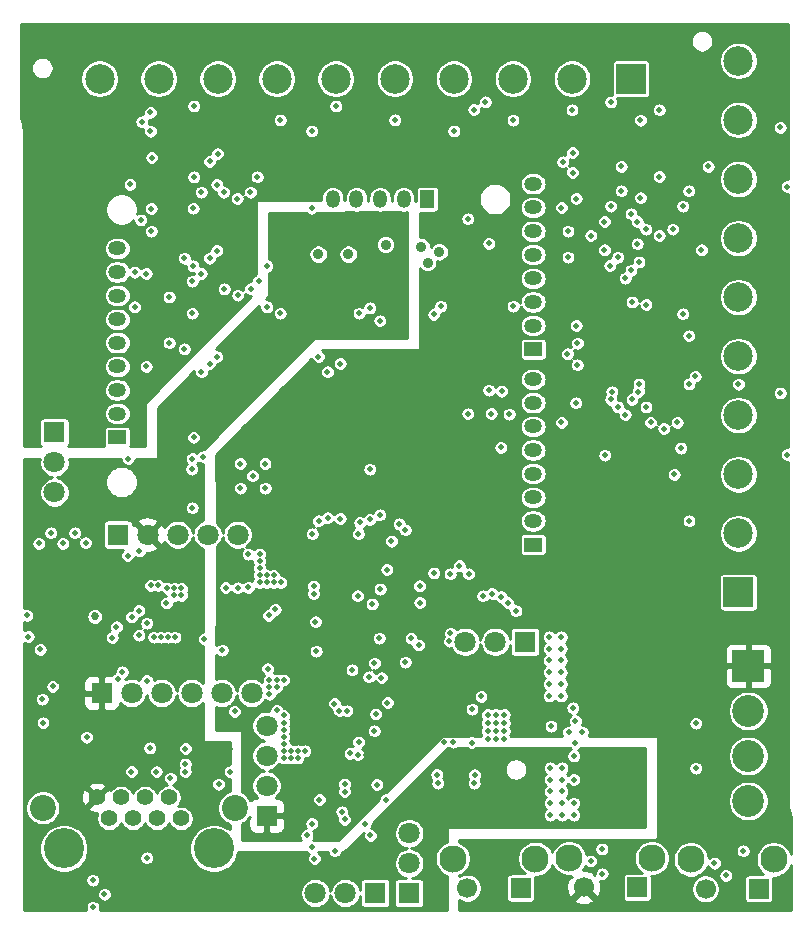
<source format=gbr>
G04 #@! TF.GenerationSoftware,KiCad,Pcbnew,5.1.9*
G04 #@! TF.CreationDate,2021-02-09T23:32:47+01:00*
G04 #@! TF.ProjectId,main_board,6d61696e-5f62-46f6-9172-642e6b696361,1*
G04 #@! TF.SameCoordinates,Original*
G04 #@! TF.FileFunction,Copper,L2,Inr*
G04 #@! TF.FilePolarity,Positive*
%FSLAX46Y46*%
G04 Gerber Fmt 4.6, Leading zero omitted, Abs format (unit mm)*
G04 Created by KiCad (PCBNEW 5.1.9) date 2021-02-09 23:32:47*
%MOMM*%
%LPD*%
G01*
G04 APERTURE LIST*
G04 #@! TA.AperFunction,ComponentPad*
%ADD10C,2.500000*%
G04 #@! TD*
G04 #@! TA.AperFunction,ComponentPad*
%ADD11R,2.500000X2.500000*%
G04 #@! TD*
G04 #@! TA.AperFunction,ComponentPad*
%ADD12O,1.524000X1.200000*%
G04 #@! TD*
G04 #@! TA.AperFunction,ComponentPad*
%ADD13R,1.524000X1.200000*%
G04 #@! TD*
G04 #@! TA.AperFunction,ComponentPad*
%ADD14O,1.200000X1.524000*%
G04 #@! TD*
G04 #@! TA.AperFunction,ComponentPad*
%ADD15R,1.200000X1.524000*%
G04 #@! TD*
G04 #@! TA.AperFunction,ComponentPad*
%ADD16C,1.400000*%
G04 #@! TD*
G04 #@! TA.AperFunction,WasherPad*
%ADD17C,3.400000*%
G04 #@! TD*
G04 #@! TA.AperFunction,WasherPad*
%ADD18C,2.200000*%
G04 #@! TD*
G04 #@! TA.AperFunction,ComponentPad*
%ADD19R,1.800000X1.800000*%
G04 #@! TD*
G04 #@! TA.AperFunction,ComponentPad*
%ADD20C,1.800000*%
G04 #@! TD*
G04 #@! TA.AperFunction,ComponentPad*
%ADD21R,2.700000X2.700000*%
G04 #@! TD*
G04 #@! TA.AperFunction,ComponentPad*
%ADD22C,2.700000*%
G04 #@! TD*
G04 #@! TA.AperFunction,ComponentPad*
%ADD23R,1.700000X1.700000*%
G04 #@! TD*
G04 #@! TA.AperFunction,ComponentPad*
%ADD24C,1.700000*%
G04 #@! TD*
G04 #@! TA.AperFunction,ComponentPad*
%ADD25C,2.300000*%
G04 #@! TD*
G04 #@! TA.AperFunction,ComponentPad*
%ADD26C,0.500000*%
G04 #@! TD*
G04 #@! TA.AperFunction,ViaPad*
%ADD27C,0.500000*%
G04 #@! TD*
G04 #@! TA.AperFunction,ViaPad*
%ADD28C,0.889000*%
G04 #@! TD*
G04 #@! TA.AperFunction,ViaPad*
%ADD29C,0.685800*%
G04 #@! TD*
G04 #@! TA.AperFunction,Conductor*
%ADD30C,0.254000*%
G04 #@! TD*
G04 #@! TA.AperFunction,Conductor*
%ADD31C,0.152400*%
G04 #@! TD*
G04 APERTURE END LIST*
D10*
X289102800Y8337640D03*
X289102800Y3337640D03*
X289102800Y-1662360D03*
X289102800Y-6662360D03*
X289102800Y-11662360D03*
X289102800Y-16662360D03*
X289102800Y-21662360D03*
X289102800Y-26662360D03*
X289102800Y-31662360D03*
D11*
X289102800Y-36662360D03*
D10*
X235009600Y6832600D03*
X240009600Y6832600D03*
X245009600Y6832600D03*
X250009600Y6832600D03*
X255009600Y6832600D03*
X260009600Y6832600D03*
X265009600Y6832600D03*
X270009600Y6832600D03*
X275009600Y6832600D03*
D11*
X280009600Y6832600D03*
D12*
X271718600Y-2074600D03*
X271718600Y-4074600D03*
X271718600Y-6074600D03*
X271718600Y-8074600D03*
X271718600Y-10074600D03*
X271718600Y-12074600D03*
X271718600Y-14074600D03*
D13*
X271718600Y-16074600D03*
D12*
X271718600Y-18614600D03*
X271718600Y-20614600D03*
X271718600Y-22614600D03*
X271718600Y-24614600D03*
X271718600Y-28614600D03*
X271718600Y-30614600D03*
X271718600Y-26614600D03*
D13*
X271718600Y-32614600D03*
D12*
X236508600Y-7534600D03*
X236508600Y-9534600D03*
X236508600Y-11534600D03*
X236508600Y-13534600D03*
X236508600Y-19534600D03*
X236508600Y-15534600D03*
X236508600Y-17534600D03*
X236508600Y-21534600D03*
D13*
X236508600Y-23534600D03*
D14*
X254758600Y-3374600D03*
X256758600Y-3374600D03*
X258758600Y-3374600D03*
D15*
X262758600Y-3374600D03*
D14*
X260758600Y-3374600D03*
D16*
X241888200Y-55805800D03*
X239858200Y-55805800D03*
X237828200Y-55805800D03*
X235798200Y-55805800D03*
X240868200Y-54025800D03*
X238838200Y-54025800D03*
X236808200Y-54025800D03*
X234778200Y-54025800D03*
D17*
X231988200Y-58345800D03*
X244688200Y-58345800D03*
D18*
X230208200Y-54915800D03*
X246468200Y-54915800D03*
D19*
X235178600Y-45186600D03*
D20*
X237718600Y-45186600D03*
X240258600Y-45186600D03*
X242798600Y-45186600D03*
X245338600Y-45186600D03*
X247878600Y-45186600D03*
D19*
X249153680Y-55575200D03*
D20*
X249153680Y-53035200D03*
X249153680Y-50495200D03*
X249153680Y-47955200D03*
D19*
X231185720Y-23124160D03*
D20*
X231185720Y-25664160D03*
X231185720Y-28204160D03*
D19*
X271043400Y-40853360D03*
D20*
X268503400Y-40853360D03*
X265963400Y-40853360D03*
X261218680Y-57048400D03*
X261218680Y-59588400D03*
D19*
X261218680Y-62128400D03*
D21*
X289941000Y-42895520D03*
D22*
X289941000Y-46705520D03*
X289941000Y-50515520D03*
X289941000Y-54325520D03*
D19*
X236550200Y-31775400D03*
D20*
X239090200Y-31775400D03*
X241630200Y-31775400D03*
X244170200Y-31775400D03*
X246710200Y-31775400D03*
X253273560Y-62118240D03*
X255813560Y-62118240D03*
D19*
X258353560Y-62118240D03*
D23*
X270676600Y-61696720D03*
D24*
X266154600Y-61696720D03*
D25*
X271920600Y-59206720D03*
X264910600Y-59206720D03*
X285070640Y-59276880D03*
X292080640Y-59276880D03*
D24*
X286314640Y-61766880D03*
D23*
X290836640Y-61766880D03*
X280526720Y-61645920D03*
D24*
X276004720Y-61645920D03*
D25*
X281770720Y-59155920D03*
X274760720Y-59155920D03*
D26*
X275300440Y-47543680D03*
X274725440Y-48493680D03*
X275875440Y-48493680D03*
X275300440Y-49443680D03*
D27*
X246024400Y-49921160D03*
X245054120Y-50845720D03*
X231114600Y-52765960D03*
X230098600Y-49717960D03*
X230113840Y-51704240D03*
X242808760Y-28178760D03*
X230606600Y-60759340D03*
X229021640Y-60764420D03*
X229814120Y-60032900D03*
D28*
X256382480Y-6283920D03*
X254792480Y-5298440D03*
X253547880Y-6304280D03*
X257865880Y-5318760D03*
D27*
X259540000Y-11280000D03*
X231902000Y-34036000D03*
X230886000Y-34798000D03*
X229997000Y-34036000D03*
X233807000Y-34036000D03*
X232918000Y-34925000D03*
X273903440Y-50165000D03*
X277225000Y-50339500D03*
X277225000Y-55339500D03*
X278225000Y-51339500D03*
X278225000Y-52339500D03*
X278225000Y-53339500D03*
X278225000Y-54339500D03*
X278225000Y-55339500D03*
X279225000Y-52339500D03*
X279225000Y-53339500D03*
X279225000Y-54339500D03*
X279225000Y-55339500D03*
X280225000Y-52339500D03*
X280225000Y-53339500D03*
X280225000Y-54339500D03*
X280225000Y-55339500D03*
X240218520Y-43527680D03*
X240818520Y-43527680D03*
X241418520Y-43527680D03*
X242018520Y-43527680D03*
X242618520Y-43527680D03*
X232608680Y-43395040D03*
X232608680Y-43995040D03*
X232608680Y-44595040D03*
X233208680Y-43395040D03*
X233208680Y-43995040D03*
X233208680Y-44595040D03*
X234408680Y-42195040D03*
X234408680Y-42795040D03*
X235008680Y-42195040D03*
X235008680Y-42795040D03*
X235008680Y-46995040D03*
X235608680Y-46995040D03*
X236208680Y-46995040D03*
X231114600Y-50706020D03*
X236522260Y-59189620D03*
X273232880Y-47997680D03*
X262016240Y-41117520D03*
X288037160Y-60628560D03*
X287066880Y-59582080D03*
X277544360Y-58394320D03*
X277569760Y-60482200D03*
X276584240Y-59405240D03*
X242265200Y-51841400D03*
X241005360Y-52395120D03*
X239817720Y-51846480D03*
X245084600Y-52898040D03*
X246054880Y-51846480D03*
X231043480Y-44627800D03*
X230154480Y-45699680D03*
X230220520Y-47696120D03*
X243779040Y-25181560D03*
X242813840Y-26228040D03*
X249016520Y-25755600D03*
X246918480Y-25755600D03*
X249026680Y-27843480D03*
X246928640Y-27843480D03*
X229976680Y-41493440D03*
X228975920Y-40401240D03*
X266258040Y-35092640D03*
X265470640Y-34401760D03*
X264688320Y-35097720D03*
X253136400Y-36124000D03*
X252567440Y-57231280D03*
X252978920Y-56235600D03*
X252978920Y-58232040D03*
X257942080Y-57241440D03*
X258480560Y-52938680D03*
X239425480Y147320D03*
X238592360Y3185160D03*
X239318800Y2387600D03*
X239318800Y3982720D03*
X247781000Y-2783840D03*
X245516400Y-2778760D03*
X246659400Y-3317240D03*
X235417360Y-62224920D03*
X234447080Y-61026040D03*
X234452160Y-63322200D03*
D28*
X259222240Y-7218680D03*
X263773920Y-7828280D03*
X262793480Y-8752840D03*
X253522480Y-8026400D03*
X256062480Y-8026400D03*
X262248901Y-7401561D03*
D27*
X245562120Y-10972800D03*
X246705120Y-11506200D03*
X239384840Y-4170680D03*
X238511080Y-5135880D03*
X239384840Y-6075680D03*
X275056600Y574040D03*
X274223480Y-213360D03*
X275056600Y-1117600D03*
X247801310Y-10967720D03*
X283535120Y-5918200D03*
X281264360Y-5918200D03*
X282397200Y-6456680D03*
X281660600Y-22265640D03*
X275463000Y-15570200D03*
X282788360Y-22799040D03*
X274624800Y-16474440D03*
X283916120Y-22270720D03*
X275452840Y-17399000D03*
X228854000Y-38608000D03*
X231902000Y-32512000D03*
X229870000Y-32512000D03*
X230886000Y-31623000D03*
X232918000Y-31623000D03*
X273161000Y-51519840D03*
X273161000Y-52519840D03*
X273161000Y-53519840D03*
X273161000Y-54519840D03*
X273161000Y-55519840D03*
X274161000Y-51519840D03*
X274161000Y-52519840D03*
X274161000Y-53519840D03*
X274161000Y-54519840D03*
X274161000Y-55519840D03*
X275161000Y-50519840D03*
X275161000Y-52519840D03*
X275161000Y-54519840D03*
X275161000Y-55519840D03*
X273084800Y-40430960D03*
X273084800Y-41430960D03*
X273084800Y-42430960D03*
X273084800Y-43430960D03*
X273084800Y-44430960D03*
X273084800Y-45430960D03*
X274084800Y-40430960D03*
X274084800Y-41430960D03*
X274084800Y-42430960D03*
X274084800Y-43430960D03*
X274084800Y-44430960D03*
X274084800Y-45430960D03*
X275084800Y-46430960D03*
X239593680Y-40458240D03*
X240193680Y-40458240D03*
X240793680Y-40458240D03*
X241393680Y-40458240D03*
X240746840Y-36324240D03*
X241346840Y-36324240D03*
X241346840Y-36924240D03*
X241946840Y-36324240D03*
X241946840Y-36924240D03*
X257505200Y-56235600D03*
X256886832Y-50393606D03*
X233832400Y-32461200D03*
X268160500Y-21526500D03*
X247967500Y-26797000D03*
X259715000Y-32321500D03*
X262106000Y-36116000D03*
X259334000Y-34734500D03*
X267860200Y-47007200D03*
X267860200Y-47707200D03*
X267860200Y-48407200D03*
X267860200Y-49107200D03*
X268560200Y-47007200D03*
X268560200Y-47707200D03*
X268560200Y-48407200D03*
X268560200Y-49107200D03*
X269260200Y-47007200D03*
X269260200Y-47707200D03*
X269260200Y-48407200D03*
X269260200Y-49107200D03*
X267309600Y-45466000D03*
X266547600Y-46558200D03*
X266522200Y-49377600D03*
X249393000Y-44084800D03*
X249393000Y-44684800D03*
X249393000Y-45284800D03*
X249993000Y-44084800D03*
X249993000Y-44684800D03*
X250593000Y-44084800D03*
X250593000Y-47084800D03*
X250593000Y-47684800D03*
X250593000Y-48284800D03*
X250593000Y-48884800D03*
X250593000Y-49484800D03*
X250593000Y-50084800D03*
X250593000Y-50684800D03*
X251193000Y-50084800D03*
X251193000Y-50684800D03*
X251793000Y-50084800D03*
X251793000Y-50684800D03*
X252393000Y-50084800D03*
X248554800Y-33416800D03*
X248554800Y-34016800D03*
X248554800Y-34616800D03*
X248554800Y-35216800D03*
X248554800Y-35816800D03*
X249154800Y-35216800D03*
X249154800Y-35816800D03*
X249754800Y-35216800D03*
X249754800Y-35816800D03*
X250354800Y-35816800D03*
X250019820Y-46657260D03*
X239014000Y-59136280D03*
X287981280Y-56640760D03*
X287016080Y-57682160D03*
X246044720Y-48011080D03*
X265470640Y-37338000D03*
X266268200Y-36621720D03*
X257530600Y-52435760D03*
X257530600Y-50434240D03*
X258227240Y-51435680D03*
X260090920Y-51414680D03*
X259273040Y-50667920D03*
X241574320Y3190240D03*
X240847880Y3987800D03*
X242001040Y1122680D03*
X239725200Y1122680D03*
X240842800Y1910080D03*
X242036600Y-7071360D03*
X239776000Y-7071360D03*
X240904440Y-6406560D03*
X241752120Y-5140960D03*
X240903760Y-4216400D03*
X245572280Y-7071360D03*
X246700040Y-6543040D03*
X276611080Y-1264920D03*
X276580600Y711200D03*
X277434040Y-218440D03*
X277723600Y-2016760D03*
X275457920Y-2016760D03*
X247801310Y-7071360D03*
X277850600Y-45166280D03*
X277012400Y-17602200D03*
X277820120Y-16484600D03*
X276992080Y-15560040D03*
X238470440Y10266680D03*
X237617000Y9337040D03*
X243469160Y10261600D03*
X242636040Y9347200D03*
X248457720Y10271760D03*
X247629680Y9347200D03*
X253451360Y10276840D03*
X252618240Y9352280D03*
X258450080Y10256520D03*
X257611880Y9342120D03*
X263443720Y10256520D03*
X262595360Y9342120D03*
X268442440Y10266680D03*
X267589000Y9342120D03*
X273436080Y10261600D03*
X272613120Y9342120D03*
X278429720Y10256520D03*
X277596600Y9357360D03*
X260420000Y-25447300D03*
X261140000Y-26237300D03*
X260420000Y-27157300D03*
X290902000Y6815000D03*
X291812000Y5975000D03*
X290892000Y1805000D03*
X291822000Y975000D03*
X290882000Y-3185000D03*
X291812000Y-4045000D03*
X290892000Y-8195000D03*
X291812000Y-9055000D03*
X290892000Y-13185000D03*
X291812000Y-14025000D03*
X290902000Y-18195000D03*
X291812000Y-19035000D03*
X290902000Y-23185000D03*
X290892000Y-28195000D03*
X291812000Y-29045000D03*
X291022000Y-33195000D03*
X291812000Y-34025000D03*
X264560000Y-36620000D03*
X277214840Y-46436040D03*
X278214840Y-40436040D03*
X278214840Y-41436040D03*
X278214840Y-42436040D03*
X278214840Y-43436040D03*
X278214840Y-44436040D03*
X279214840Y-40436040D03*
X279214840Y-41436040D03*
X279214840Y-42436040D03*
X279214840Y-43436040D03*
X279214840Y-44436040D03*
X280214840Y-40436040D03*
X280214840Y-41436040D03*
X280214840Y-42436040D03*
X280214840Y-43436040D03*
X280214840Y-44436040D03*
X291846000Y-24028400D03*
X251394520Y-32639560D03*
X251994520Y-32639560D03*
X252594520Y-32639560D03*
X252594520Y-33239560D03*
X252594520Y-33839560D03*
X252594520Y-34439560D03*
X253194520Y-32639560D03*
X253194520Y-33239560D03*
X253194520Y-33839560D03*
X253194520Y-34439560D03*
X253194520Y-35039560D03*
X262554520Y-44556480D03*
X262554520Y-45356480D03*
X262554520Y-46156480D03*
X262554520Y-46956480D03*
X262554520Y-47756480D03*
X262554520Y-48556480D03*
X262554520Y-49356480D03*
X263354520Y-44556480D03*
X263354520Y-45356480D03*
X263354520Y-46156480D03*
X263354520Y-46956480D03*
X263354520Y-47756480D03*
X263354520Y-48556480D03*
X263354520Y-49356480D03*
X264154520Y-49356480D03*
X264954520Y-49356480D03*
X259680000Y-35928000D03*
X259680000Y-36528000D03*
X260280000Y-35328000D03*
X260280000Y-35928000D03*
X260280000Y-36528000D03*
X260880000Y-35328000D03*
X260880000Y-35928000D03*
X260880000Y-36528000D03*
X261480000Y-35328000D03*
X261480000Y-36528000D03*
X252188600Y-44003850D03*
X252688600Y-44503850D03*
X253188600Y-44003850D03*
X253644400Y-46685200D03*
X252907800Y-46685200D03*
X270950000Y-46200000D03*
X270560800Y-48412400D03*
X289496500Y-58547000D03*
X256857502Y-36957000D03*
X256920000Y-31710000D03*
X253010000Y-31710000D03*
X243880640Y-40614600D03*
X237708440Y-51836320D03*
X237723680Y-38745160D03*
X242285520Y-49890680D03*
X239262920Y-49834800D03*
X239019080Y-39278560D03*
X274120000Y-22270000D03*
X274120000Y-4080000D03*
X274670000Y-6080000D03*
X274670000Y-8290000D03*
X278890000Y-8290000D03*
X278890000Y-20970000D03*
X278210000Y-8990000D03*
X278386000Y-19670000D03*
X279510000Y-10070000D03*
X279510000Y-21620000D03*
X280090000Y-12080000D03*
X280090000Y-20320000D03*
X275356320Y-3322320D03*
X275356320Y-14071600D03*
X242183920Y-8371840D03*
X242183920Y-16052800D03*
X276595840Y-6456680D03*
X275330920Y-20614640D03*
X253286260Y-39149020D03*
X284920000Y-30610000D03*
X284920000Y-19020000D03*
X237982760Y-9545320D03*
X237982760Y-12496800D03*
X249168920Y-12496800D03*
X249168920Y-9022080D03*
X284392560Y-13081000D03*
X284392560Y-3967480D03*
X284896560Y-14930120D03*
X284896560Y-2667000D03*
X280527760Y-7147560D03*
X280527760Y-5267960D03*
X267970000Y-7112000D03*
X267970000Y-19537680D03*
X240898680Y-15534640D03*
X240898680Y-11658600D03*
X238958120Y-17536160D03*
X238958120Y-9667240D03*
X266192000Y-5029200D03*
X266192000Y-21534120D03*
X248472960Y-10312400D03*
X242977440Y-23534600D03*
X255760760Y-55886960D03*
X255524000Y-55232960D03*
X280009600Y-4617720D03*
X280010000Y-9380000D03*
X263300000Y-13130000D03*
X260380000Y-30870000D03*
X270017240Y3312160D03*
X280797000Y3317240D03*
X280796956Y-3251156D03*
X270020000Y-12430000D03*
X263900000Y-12430000D03*
X260890641Y-31370000D03*
X275010880Y4191000D03*
X282387040Y4191000D03*
X282387040Y-1457960D03*
X266700000Y4210000D03*
X262128000Y-37528500D03*
X242849400Y-10322560D03*
X242849400Y-13035280D03*
X250301760Y-13035280D03*
X250306840Y3332480D03*
X260009640Y3337560D03*
X256980000Y-13030000D03*
X257040000Y-30740000D03*
X242925600Y-9022080D03*
X242930680Y-4145280D03*
X252968760Y-4145280D03*
X252973840Y2402840D03*
X265013440Y2397760D03*
X258762500Y-36385500D03*
X256382200Y-43212700D03*
X248345960Y-1478280D03*
X255010920Y4516120D03*
X242996720Y4516120D03*
X242996720Y-1488440D03*
X245009600Y478720D03*
X237586520Y-2123440D03*
X286530000Y-600000D03*
X279180000Y-600000D03*
X279180000Y-2660000D03*
X284226000Y-24447500D03*
X264710000Y-40124000D03*
X278287480Y-3967480D03*
X278297640Y4856480D03*
X267670000Y4860000D03*
X263310000Y-35020000D03*
X277760000Y-5270000D03*
X277760000Y-7670000D03*
X285970000Y-7670000D03*
X283654500Y-26670000D03*
X264634980Y-40800020D03*
X285430000Y-18370000D03*
X289102000Y-19035000D03*
X280630000Y-19670000D03*
X269557500Y-37528500D03*
X281280000Y-20970000D03*
X281280000Y-12290000D03*
X270263000Y-38220000D03*
X280680000Y-19020000D03*
X280680000Y-8690000D03*
X267462000Y-36957000D03*
X269049500Y-19621500D03*
X278290000Y-20320000D03*
X293220000Y-25000000D03*
X293220000Y-2300000D03*
X277782000Y-25052000D03*
X268986000Y-24384000D03*
X268986000Y-37020488D03*
X292640000Y2700000D03*
X292640000Y-19780000D03*
X268224000Y-36766500D03*
X269684500Y-21578758D03*
X254889000Y-46075600D03*
X249241000Y-43124000D03*
X249316240Y-38616000D03*
X239334038Y-36073080D03*
X249880120Y-38105080D03*
X239979200Y-36073080D03*
X256946400Y-49334789D03*
X254934721Y-58541925D03*
X246443500Y-46736000D03*
D29*
X234609640Y-38694360D03*
D27*
X236082840Y-40487600D03*
X245689120Y-36255960D03*
X246710200Y-36276280D03*
X242851940Y-29499560D03*
X236443520Y-39580820D03*
X239003840Y-44129960D03*
X253629160Y-54208680D03*
X253202440Y-59202320D03*
X236545120Y-44019280D03*
X253342140Y-41648380D03*
X240665004Y-37566600D03*
X253136400Y-36779200D03*
X258086327Y-37647347D03*
X285490000Y-47750000D03*
X259382260Y-45993238D03*
X266768580Y-52113180D03*
X263565201Y-52093299D03*
X285490000Y-51550000D03*
X266730000Y-52830000D03*
X263644380Y-52826920D03*
X258882200Y-43886440D03*
X257890000Y-12580000D03*
X257890000Y-30490000D03*
X257890000Y-26237300D03*
X258740000Y-13660000D03*
X258740000Y-30100000D03*
X242265200Y-51191160D03*
X238343440Y-40299640D03*
X245384320Y-41559480D03*
X238343440Y-38206680D03*
X233908600Y-48925480D03*
X236931200Y-43398440D03*
X256214880Y-50292000D03*
X258265029Y-48387000D03*
X257810000Y-43815000D03*
X258389120Y-46959520D03*
X259283200Y-54203600D03*
X243616480Y-2778760D03*
X243626640Y-9667240D03*
X243630000Y-17990000D03*
X254317500Y-30353000D03*
X254298000Y-17990000D03*
X244947440Y-2133600D03*
X244942360Y-7726680D03*
X244940000Y-16710000D03*
X253555500Y-30607000D03*
X253546000Y-16710000D03*
X244327680Y-177800D03*
X244327680Y-8371840D03*
X244330000Y-17290000D03*
X255379000Y-17290000D03*
X255378190Y-30416500D03*
X255305200Y-46680120D03*
X255760760Y-53540000D03*
X255959200Y-46680120D03*
X255760760Y-52886000D03*
X247594120Y-33436560D03*
X247594120Y-36240718D03*
X261381241Y-40553640D03*
X260886210Y-42575480D03*
X258691380Y-40540940D03*
X258279900Y-42661840D03*
X237431580Y-25339040D03*
X237385860Y-33558480D03*
X238389160Y-33154620D03*
X242862100Y-25339040D03*
D30*
X293270610Y2764108D02*
X293246751Y2884056D01*
X293199185Y2998891D01*
X293130130Y3102239D01*
X293042239Y3190130D01*
X292938891Y3259185D01*
X292824056Y3306751D01*
X292702148Y3331000D01*
X292577852Y3331000D01*
X292455944Y3306751D01*
X292341109Y3259185D01*
X292237761Y3190130D01*
X292149870Y3102239D01*
X292080815Y2998891D01*
X292033249Y2884056D01*
X292009000Y2762148D01*
X292009000Y2637852D01*
X292033249Y2515944D01*
X292080815Y2401109D01*
X292149870Y2297761D01*
X292237761Y2209870D01*
X292341109Y2140815D01*
X292455944Y2093249D01*
X292577852Y2069000D01*
X292702148Y2069000D01*
X292824056Y2093249D01*
X292938891Y2140815D01*
X293042239Y2209870D01*
X293130130Y2297761D01*
X293199185Y2401109D01*
X293246751Y2515944D01*
X293270619Y2635939D01*
X293270932Y-1669000D01*
X293157852Y-1669000D01*
X293035944Y-1693249D01*
X292921109Y-1740815D01*
X292817761Y-1809870D01*
X292729870Y-1897761D01*
X292660815Y-2001109D01*
X292613249Y-2115944D01*
X292589000Y-2237852D01*
X292589000Y-2362148D01*
X292613249Y-2484056D01*
X292660815Y-2598891D01*
X292729870Y-2702239D01*
X292817761Y-2790130D01*
X292921109Y-2859185D01*
X293035944Y-2906751D01*
X293157852Y-2931000D01*
X293271023Y-2931000D01*
X293272578Y-24369000D01*
X293157852Y-24369000D01*
X293035944Y-24393249D01*
X292921109Y-24440815D01*
X292817761Y-24509870D01*
X292729870Y-24597761D01*
X292660815Y-24701109D01*
X292613249Y-24815944D01*
X292589000Y-24937852D01*
X292589000Y-25062148D01*
X292613249Y-25184056D01*
X292660815Y-25298891D01*
X292729870Y-25402239D01*
X292817761Y-25490130D01*
X292921109Y-25559185D01*
X293035944Y-25606751D01*
X293157852Y-25631000D01*
X293272669Y-25631000D01*
X293274752Y-54345194D01*
X293274811Y-54345793D01*
X293274843Y-54356103D01*
X293276628Y-54373743D01*
X293276520Y-54391477D01*
X293277070Y-54397036D01*
X293340352Y-54993967D01*
X293347676Y-55029487D01*
X293354501Y-55065088D01*
X293356120Y-55070435D01*
X293534142Y-55643705D01*
X293548217Y-55677103D01*
X293551215Y-55684505D01*
X293551847Y-58827991D01*
X293437395Y-58551679D01*
X293269845Y-58300924D01*
X293056596Y-58087675D01*
X292805841Y-57920125D01*
X292527216Y-57804715D01*
X292231430Y-57745880D01*
X291929850Y-57745880D01*
X291634064Y-57804715D01*
X291355439Y-57920125D01*
X291104684Y-58087675D01*
X290891435Y-58300924D01*
X290723885Y-58551679D01*
X290608475Y-58830304D01*
X290549640Y-59126090D01*
X290549640Y-59427670D01*
X290608475Y-59723456D01*
X290723885Y-60002081D01*
X290891435Y-60252836D01*
X291104684Y-60466085D01*
X291206381Y-60534037D01*
X289986640Y-60534037D01*
X289911951Y-60541393D01*
X289840132Y-60563179D01*
X289773944Y-60598558D01*
X289715929Y-60646169D01*
X289668318Y-60704184D01*
X289632939Y-60770372D01*
X289611153Y-60842191D01*
X289603797Y-60916880D01*
X289603797Y-62616880D01*
X289611153Y-62691569D01*
X289632939Y-62763388D01*
X289668318Y-62829576D01*
X289715929Y-62887591D01*
X289773944Y-62935202D01*
X289840132Y-62970581D01*
X289911951Y-62992367D01*
X289986640Y-62999723D01*
X291686640Y-62999723D01*
X291761329Y-62992367D01*
X291833148Y-62970581D01*
X291899336Y-62935202D01*
X291957351Y-62887591D01*
X292004962Y-62829576D01*
X292040341Y-62763388D01*
X292062127Y-62691569D01*
X292069483Y-62616880D01*
X292069483Y-60916880D01*
X292062127Y-60842191D01*
X292051719Y-60807880D01*
X292231430Y-60807880D01*
X292527216Y-60749045D01*
X292805841Y-60633635D01*
X293056596Y-60466085D01*
X293269845Y-60252836D01*
X293437395Y-60002081D01*
X293552027Y-59725334D01*
X293552801Y-63577470D01*
X265472851Y-63577470D01*
X265472186Y-62721256D01*
X265571503Y-62787618D01*
X265795531Y-62880413D01*
X266033357Y-62927720D01*
X266275843Y-62927720D01*
X266513669Y-62880413D01*
X266737697Y-62787618D01*
X266939317Y-62652900D01*
X267110780Y-62481437D01*
X267245498Y-62279817D01*
X267338293Y-62055789D01*
X267385600Y-61817963D01*
X267385600Y-61575477D01*
X267338293Y-61337651D01*
X267245498Y-61113623D01*
X267110780Y-60912003D01*
X267045497Y-60846720D01*
X269443757Y-60846720D01*
X269443757Y-62546720D01*
X269451113Y-62621409D01*
X269472899Y-62693228D01*
X269508278Y-62759416D01*
X269555889Y-62817431D01*
X269613904Y-62865042D01*
X269680092Y-62900421D01*
X269751911Y-62922207D01*
X269826600Y-62929563D01*
X271526600Y-62929563D01*
X271601289Y-62922207D01*
X271673108Y-62900421D01*
X271739296Y-62865042D01*
X271797311Y-62817431D01*
X271844922Y-62759416D01*
X271880301Y-62693228D01*
X271886037Y-62674317D01*
X275155928Y-62674317D01*
X275233563Y-62923392D01*
X275497603Y-63049291D01*
X275781131Y-63121259D01*
X276073251Y-63136531D01*
X276362739Y-63094519D01*
X276638467Y-62996839D01*
X276775877Y-62923392D01*
X276853512Y-62674317D01*
X276004720Y-61825525D01*
X275155928Y-62674317D01*
X271886037Y-62674317D01*
X271902087Y-62621409D01*
X271909443Y-62546720D01*
X271909443Y-60846720D01*
X271902087Y-60772031D01*
X271891679Y-60737720D01*
X272071390Y-60737720D01*
X272367176Y-60678885D01*
X272645801Y-60563475D01*
X272896556Y-60395925D01*
X273109805Y-60182676D01*
X273277355Y-59931921D01*
X273351181Y-59753689D01*
X273403965Y-59881121D01*
X273571515Y-60131876D01*
X273784764Y-60345125D01*
X274035519Y-60512675D01*
X274314144Y-60628085D01*
X274609930Y-60686920D01*
X274866112Y-60686920D01*
X274976321Y-60797129D01*
X274727248Y-60874763D01*
X274601349Y-61138803D01*
X274529381Y-61422331D01*
X274514109Y-61714451D01*
X274556121Y-62003939D01*
X274653801Y-62279667D01*
X274727248Y-62417077D01*
X274976323Y-62494712D01*
X275825115Y-61645920D01*
X275810973Y-61631778D01*
X275990578Y-61452173D01*
X276004720Y-61466315D01*
X276018863Y-61452173D01*
X276198468Y-61631778D01*
X276184325Y-61645920D01*
X277033117Y-62494712D01*
X277282192Y-62417077D01*
X277408091Y-62153037D01*
X277480059Y-61869509D01*
X277495331Y-61577389D01*
X277453319Y-61287901D01*
X277382346Y-61087560D01*
X277385704Y-61088951D01*
X277507612Y-61113200D01*
X277631908Y-61113200D01*
X277753816Y-61088951D01*
X277868651Y-61041385D01*
X277971999Y-60972330D01*
X278059890Y-60884439D01*
X278119036Y-60795920D01*
X279293877Y-60795920D01*
X279293877Y-62495920D01*
X279301233Y-62570609D01*
X279323019Y-62642428D01*
X279358398Y-62708616D01*
X279406009Y-62766631D01*
X279464024Y-62814242D01*
X279530212Y-62849621D01*
X279602031Y-62871407D01*
X279676720Y-62878763D01*
X281376720Y-62878763D01*
X281451409Y-62871407D01*
X281523228Y-62849621D01*
X281589416Y-62814242D01*
X281647431Y-62766631D01*
X281695042Y-62708616D01*
X281730421Y-62642428D01*
X281752207Y-62570609D01*
X281759563Y-62495920D01*
X281759563Y-61645637D01*
X285083640Y-61645637D01*
X285083640Y-61888123D01*
X285130947Y-62125949D01*
X285223742Y-62349977D01*
X285358460Y-62551597D01*
X285529923Y-62723060D01*
X285731543Y-62857778D01*
X285955571Y-62950573D01*
X286193397Y-62997880D01*
X286435883Y-62997880D01*
X286673709Y-62950573D01*
X286897737Y-62857778D01*
X287099357Y-62723060D01*
X287270820Y-62551597D01*
X287405538Y-62349977D01*
X287498333Y-62125949D01*
X287545640Y-61888123D01*
X287545640Y-61645637D01*
X287498333Y-61407811D01*
X287405538Y-61183783D01*
X287270820Y-60982163D01*
X287099357Y-60810700D01*
X286897737Y-60675982D01*
X286673709Y-60583187D01*
X286589377Y-60566412D01*
X287406160Y-60566412D01*
X287406160Y-60690708D01*
X287430409Y-60812616D01*
X287477975Y-60927451D01*
X287547030Y-61030799D01*
X287634921Y-61118690D01*
X287738269Y-61187745D01*
X287853104Y-61235311D01*
X287975012Y-61259560D01*
X288099308Y-61259560D01*
X288221216Y-61235311D01*
X288336051Y-61187745D01*
X288439399Y-61118690D01*
X288527290Y-61030799D01*
X288596345Y-60927451D01*
X288643911Y-60812616D01*
X288668160Y-60690708D01*
X288668160Y-60566412D01*
X288643911Y-60444504D01*
X288596345Y-60329669D01*
X288527290Y-60226321D01*
X288439399Y-60138430D01*
X288336051Y-60069375D01*
X288221216Y-60021809D01*
X288099308Y-59997560D01*
X287975012Y-59997560D01*
X287853104Y-60021809D01*
X287738269Y-60069375D01*
X287634921Y-60138430D01*
X287547030Y-60226321D01*
X287477975Y-60329669D01*
X287430409Y-60444504D01*
X287406160Y-60566412D01*
X286589377Y-60566412D01*
X286435883Y-60535880D01*
X286193397Y-60535880D01*
X285955571Y-60583187D01*
X285731543Y-60675982D01*
X285529923Y-60810700D01*
X285358460Y-60982163D01*
X285223742Y-61183783D01*
X285130947Y-61407811D01*
X285083640Y-61645637D01*
X281759563Y-61645637D01*
X281759563Y-60795920D01*
X281752207Y-60721231D01*
X281741799Y-60686920D01*
X281921510Y-60686920D01*
X282217296Y-60628085D01*
X282495921Y-60512675D01*
X282746676Y-60345125D01*
X282959925Y-60131876D01*
X283127475Y-59881121D01*
X283242885Y-59602496D01*
X283301720Y-59306710D01*
X283301720Y-59126090D01*
X283539640Y-59126090D01*
X283539640Y-59427670D01*
X283598475Y-59723456D01*
X283713885Y-60002081D01*
X283881435Y-60252836D01*
X284094684Y-60466085D01*
X284345439Y-60633635D01*
X284624064Y-60749045D01*
X284919850Y-60807880D01*
X285221430Y-60807880D01*
X285517216Y-60749045D01*
X285795841Y-60633635D01*
X286046596Y-60466085D01*
X286259845Y-60252836D01*
X286427395Y-60002081D01*
X286492628Y-59844595D01*
X286507695Y-59880971D01*
X286576750Y-59984319D01*
X286664641Y-60072210D01*
X286767989Y-60141265D01*
X286882824Y-60188831D01*
X287004732Y-60213080D01*
X287129028Y-60213080D01*
X287250936Y-60188831D01*
X287365771Y-60141265D01*
X287469119Y-60072210D01*
X287557010Y-59984319D01*
X287626065Y-59880971D01*
X287673631Y-59766136D01*
X287697880Y-59644228D01*
X287697880Y-59519932D01*
X287673631Y-59398024D01*
X287626065Y-59283189D01*
X287557010Y-59179841D01*
X287469119Y-59091950D01*
X287365771Y-59022895D01*
X287250936Y-58975329D01*
X287129028Y-58951080D01*
X287004732Y-58951080D01*
X286882824Y-58975329D01*
X286767989Y-59022895D01*
X286664641Y-59091950D01*
X286601640Y-59154951D01*
X286601640Y-59126090D01*
X286542805Y-58830304D01*
X286427395Y-58551679D01*
X286382743Y-58484852D01*
X288865500Y-58484852D01*
X288865500Y-58609148D01*
X288889749Y-58731056D01*
X288937315Y-58845891D01*
X289006370Y-58949239D01*
X289094261Y-59037130D01*
X289197609Y-59106185D01*
X289312444Y-59153751D01*
X289434352Y-59178000D01*
X289558648Y-59178000D01*
X289680556Y-59153751D01*
X289795391Y-59106185D01*
X289898739Y-59037130D01*
X289986630Y-58949239D01*
X290055685Y-58845891D01*
X290103251Y-58731056D01*
X290127500Y-58609148D01*
X290127500Y-58484852D01*
X290103251Y-58362944D01*
X290055685Y-58248109D01*
X289986630Y-58144761D01*
X289898739Y-58056870D01*
X289795391Y-57987815D01*
X289680556Y-57940249D01*
X289558648Y-57916000D01*
X289434352Y-57916000D01*
X289312444Y-57940249D01*
X289197609Y-57987815D01*
X289094261Y-58056870D01*
X289006370Y-58144761D01*
X288937315Y-58248109D01*
X288889749Y-58362944D01*
X288865500Y-58484852D01*
X286382743Y-58484852D01*
X286259845Y-58300924D01*
X286046596Y-58087675D01*
X285795841Y-57920125D01*
X285517216Y-57804715D01*
X285221430Y-57745880D01*
X284919850Y-57745880D01*
X284624064Y-57804715D01*
X284345439Y-57920125D01*
X284094684Y-58087675D01*
X283881435Y-58300924D01*
X283713885Y-58551679D01*
X283598475Y-58830304D01*
X283539640Y-59126090D01*
X283301720Y-59126090D01*
X283301720Y-59005130D01*
X283242885Y-58709344D01*
X283127475Y-58430719D01*
X282959925Y-58179964D01*
X282746676Y-57966715D01*
X282495921Y-57799165D01*
X282217296Y-57683755D01*
X281921510Y-57624920D01*
X281619930Y-57624920D01*
X281324144Y-57683755D01*
X281045519Y-57799165D01*
X280794764Y-57966715D01*
X280581515Y-58179964D01*
X280413965Y-58430719D01*
X280298555Y-58709344D01*
X280239720Y-59005130D01*
X280239720Y-59306710D01*
X280298555Y-59602496D01*
X280413965Y-59881121D01*
X280581515Y-60131876D01*
X280794764Y-60345125D01*
X280896461Y-60413077D01*
X279676720Y-60413077D01*
X279602031Y-60420433D01*
X279530212Y-60442219D01*
X279464024Y-60477598D01*
X279406009Y-60525209D01*
X279358398Y-60583224D01*
X279323019Y-60649412D01*
X279301233Y-60721231D01*
X279293877Y-60795920D01*
X278119036Y-60795920D01*
X278128945Y-60781091D01*
X278176511Y-60666256D01*
X278200760Y-60544348D01*
X278200760Y-60420052D01*
X278176511Y-60298144D01*
X278128945Y-60183309D01*
X278059890Y-60079961D01*
X277971999Y-59992070D01*
X277868651Y-59923015D01*
X277753816Y-59875449D01*
X277631908Y-59851200D01*
X277507612Y-59851200D01*
X277385704Y-59875449D01*
X277270869Y-59923015D01*
X277167521Y-59992070D01*
X277079630Y-60079961D01*
X277010575Y-60183309D01*
X276963009Y-60298144D01*
X276938760Y-60420052D01*
X276938760Y-60532272D01*
X276853511Y-60617521D01*
X276775877Y-60368448D01*
X276511837Y-60242549D01*
X276228309Y-60170581D01*
X275936189Y-60155309D01*
X275924846Y-60156955D01*
X275949925Y-60131876D01*
X276117475Y-59881121D01*
X276132201Y-59845570D01*
X276182001Y-59895370D01*
X276285349Y-59964425D01*
X276400184Y-60011991D01*
X276522092Y-60036240D01*
X276646388Y-60036240D01*
X276768296Y-60011991D01*
X276883131Y-59964425D01*
X276986479Y-59895370D01*
X277074370Y-59807479D01*
X277143425Y-59704131D01*
X277190991Y-59589296D01*
X277215240Y-59467388D01*
X277215240Y-59343092D01*
X277190991Y-59221184D01*
X277143425Y-59106349D01*
X277074370Y-59003001D01*
X276986479Y-58915110D01*
X276883131Y-58846055D01*
X276768296Y-58798489D01*
X276646388Y-58774240D01*
X276522092Y-58774240D01*
X276400184Y-58798489D01*
X276285349Y-58846055D01*
X276263043Y-58860959D01*
X276232885Y-58709344D01*
X276117475Y-58430719D01*
X276051628Y-58332172D01*
X276913360Y-58332172D01*
X276913360Y-58456468D01*
X276937609Y-58578376D01*
X276985175Y-58693211D01*
X277054230Y-58796559D01*
X277142121Y-58884450D01*
X277245469Y-58953505D01*
X277360304Y-59001071D01*
X277482212Y-59025320D01*
X277606508Y-59025320D01*
X277728416Y-59001071D01*
X277843251Y-58953505D01*
X277946599Y-58884450D01*
X278034490Y-58796559D01*
X278103545Y-58693211D01*
X278151111Y-58578376D01*
X278175360Y-58456468D01*
X278175360Y-58332172D01*
X278151111Y-58210264D01*
X278103545Y-58095429D01*
X278034490Y-57992081D01*
X277946599Y-57904190D01*
X277843251Y-57835135D01*
X277728416Y-57787569D01*
X277606508Y-57763320D01*
X277482212Y-57763320D01*
X277360304Y-57787569D01*
X277245469Y-57835135D01*
X277142121Y-57904190D01*
X277054230Y-57992081D01*
X276985175Y-58095429D01*
X276937609Y-58210264D01*
X276913360Y-58332172D01*
X276051628Y-58332172D01*
X275949925Y-58179964D01*
X275736676Y-57966715D01*
X275485921Y-57799165D01*
X275207296Y-57683755D01*
X274911510Y-57624920D01*
X274609930Y-57624920D01*
X274314144Y-57683755D01*
X274035519Y-57799165D01*
X273784764Y-57966715D01*
X273571515Y-58179964D01*
X273403965Y-58430719D01*
X273330139Y-58608951D01*
X273277355Y-58481519D01*
X273109805Y-58230764D01*
X272896556Y-58017515D01*
X272645801Y-57849965D01*
X272367176Y-57734555D01*
X272071390Y-57675720D01*
X271769810Y-57675720D01*
X271474024Y-57734555D01*
X271195399Y-57849965D01*
X270944644Y-58017515D01*
X270731395Y-58230764D01*
X270563845Y-58481519D01*
X270448435Y-58760144D01*
X270389600Y-59055930D01*
X270389600Y-59357510D01*
X270448435Y-59653296D01*
X270563845Y-59931921D01*
X270731395Y-60182676D01*
X270944644Y-60395925D01*
X271046341Y-60463877D01*
X269826600Y-60463877D01*
X269751911Y-60471233D01*
X269680092Y-60493019D01*
X269613904Y-60528398D01*
X269555889Y-60576009D01*
X269508278Y-60634024D01*
X269472899Y-60700212D01*
X269451113Y-60772031D01*
X269443757Y-60846720D01*
X267045497Y-60846720D01*
X266939317Y-60740540D01*
X266737697Y-60605822D01*
X266513669Y-60513027D01*
X266275843Y-60465720D01*
X266033357Y-60465720D01*
X265795531Y-60513027D01*
X265571503Y-60605822D01*
X265470594Y-60673247D01*
X265470562Y-60631919D01*
X265635801Y-60563475D01*
X265886556Y-60395925D01*
X266099805Y-60182676D01*
X266267355Y-59931921D01*
X266382765Y-59653296D01*
X266441600Y-59357510D01*
X266441600Y-59055930D01*
X266382765Y-58760144D01*
X266267355Y-58481519D01*
X266099805Y-58230764D01*
X265886556Y-58017515D01*
X265635801Y-57849965D01*
X265468346Y-57780603D01*
X265468199Y-57591922D01*
X282130538Y-57586880D01*
X282155314Y-57584432D01*
X282179136Y-57577198D01*
X282201089Y-57565455D01*
X282220330Y-57549655D01*
X282236118Y-57530405D01*
X282247847Y-57508445D01*
X282255067Y-57484619D01*
X282257500Y-57459956D01*
X282259471Y-54155031D01*
X288210000Y-54155031D01*
X288210000Y-54496009D01*
X288276521Y-54830434D01*
X288407007Y-55145456D01*
X288596444Y-55428968D01*
X288837552Y-55670076D01*
X289121064Y-55859513D01*
X289436086Y-55989999D01*
X289770511Y-56056520D01*
X290111489Y-56056520D01*
X290445914Y-55989999D01*
X290760936Y-55859513D01*
X291044448Y-55670076D01*
X291285556Y-55428968D01*
X291474993Y-55145456D01*
X291605479Y-54830434D01*
X291672000Y-54496009D01*
X291672000Y-54155031D01*
X291605479Y-53820606D01*
X291474993Y-53505584D01*
X291285556Y-53222072D01*
X291044448Y-52980964D01*
X290760936Y-52791527D01*
X290445914Y-52661041D01*
X290111489Y-52594520D01*
X289770511Y-52594520D01*
X289436086Y-52661041D01*
X289121064Y-52791527D01*
X288837552Y-52980964D01*
X288596444Y-53222072D01*
X288407007Y-53505584D01*
X288276521Y-53820606D01*
X288210000Y-54155031D01*
X282259471Y-54155031D01*
X282261063Y-51487852D01*
X284859000Y-51487852D01*
X284859000Y-51612148D01*
X284883249Y-51734056D01*
X284930815Y-51848891D01*
X284999870Y-51952239D01*
X285087761Y-52040130D01*
X285191109Y-52109185D01*
X285305944Y-52156751D01*
X285427852Y-52181000D01*
X285552148Y-52181000D01*
X285674056Y-52156751D01*
X285788891Y-52109185D01*
X285892239Y-52040130D01*
X285980130Y-51952239D01*
X286049185Y-51848891D01*
X286096751Y-51734056D01*
X286121000Y-51612148D01*
X286121000Y-51487852D01*
X286096751Y-51365944D01*
X286049185Y-51251109D01*
X285980130Y-51147761D01*
X285892239Y-51059870D01*
X285788891Y-50990815D01*
X285674056Y-50943249D01*
X285552148Y-50919000D01*
X285427852Y-50919000D01*
X285305944Y-50943249D01*
X285191109Y-50990815D01*
X285087761Y-51059870D01*
X284999870Y-51147761D01*
X284930815Y-51251109D01*
X284883249Y-51365944D01*
X284859000Y-51487852D01*
X282261063Y-51487852D01*
X282261745Y-50345031D01*
X288210000Y-50345031D01*
X288210000Y-50686009D01*
X288276521Y-51020434D01*
X288407007Y-51335456D01*
X288596444Y-51618968D01*
X288837552Y-51860076D01*
X289121064Y-52049513D01*
X289436086Y-52179999D01*
X289770511Y-52246520D01*
X290111489Y-52246520D01*
X290445914Y-52179999D01*
X290760936Y-52049513D01*
X291044448Y-51860076D01*
X291285556Y-51618968D01*
X291474993Y-51335456D01*
X291605479Y-51020434D01*
X291672000Y-50686009D01*
X291672000Y-50345031D01*
X291605479Y-50010606D01*
X291474993Y-49695584D01*
X291285556Y-49412072D01*
X291044448Y-49170964D01*
X290760936Y-48981527D01*
X290445914Y-48851041D01*
X290111489Y-48784520D01*
X289770511Y-48784520D01*
X289436086Y-48851041D01*
X289121064Y-48981527D01*
X288837552Y-49170964D01*
X288596444Y-49412072D01*
X288407007Y-49695584D01*
X288276521Y-50010606D01*
X288210000Y-50345031D01*
X282261745Y-50345031D01*
X282262580Y-48945876D01*
X282260154Y-48921098D01*
X282252942Y-48897269D01*
X282241219Y-48875306D01*
X282225436Y-48856051D01*
X282206200Y-48840245D01*
X282184251Y-48828496D01*
X282160431Y-48821255D01*
X282135634Y-48818800D01*
X276418711Y-48816388D01*
X276434625Y-48792571D01*
X276482191Y-48677736D01*
X276506440Y-48555828D01*
X276506440Y-48431532D01*
X276482191Y-48309624D01*
X276434625Y-48194789D01*
X276365570Y-48091441D01*
X276277679Y-48003550D01*
X276174331Y-47934495D01*
X276059496Y-47886929D01*
X275937588Y-47862680D01*
X275846189Y-47862680D01*
X275859625Y-47842571D01*
X275907191Y-47727736D01*
X275915124Y-47687852D01*
X284859000Y-47687852D01*
X284859000Y-47812148D01*
X284883249Y-47934056D01*
X284930815Y-48048891D01*
X284999870Y-48152239D01*
X285087761Y-48240130D01*
X285191109Y-48309185D01*
X285305944Y-48356751D01*
X285427852Y-48381000D01*
X285552148Y-48381000D01*
X285674056Y-48356751D01*
X285788891Y-48309185D01*
X285892239Y-48240130D01*
X285980130Y-48152239D01*
X286049185Y-48048891D01*
X286096751Y-47934056D01*
X286121000Y-47812148D01*
X286121000Y-47687852D01*
X286096751Y-47565944D01*
X286049185Y-47451109D01*
X285980130Y-47347761D01*
X285892239Y-47259870D01*
X285788891Y-47190815D01*
X285674056Y-47143249D01*
X285552148Y-47119000D01*
X285427852Y-47119000D01*
X285305944Y-47143249D01*
X285191109Y-47190815D01*
X285087761Y-47259870D01*
X284999870Y-47347761D01*
X284930815Y-47451109D01*
X284883249Y-47565944D01*
X284859000Y-47687852D01*
X275915124Y-47687852D01*
X275931440Y-47605828D01*
X275931440Y-47481532D01*
X275907191Y-47359624D01*
X275859625Y-47244789D01*
X275790570Y-47141441D01*
X275702679Y-47053550D01*
X275599331Y-46984495D01*
X275484496Y-46936929D01*
X275468189Y-46933685D01*
X275487039Y-46921090D01*
X275574930Y-46833199D01*
X275643985Y-46729851D01*
X275691551Y-46615016D01*
X275707460Y-46535031D01*
X288210000Y-46535031D01*
X288210000Y-46876009D01*
X288276521Y-47210434D01*
X288407007Y-47525456D01*
X288596444Y-47808968D01*
X288837552Y-48050076D01*
X289121064Y-48239513D01*
X289436086Y-48369999D01*
X289770511Y-48436520D01*
X290111489Y-48436520D01*
X290445914Y-48369999D01*
X290760936Y-48239513D01*
X291044448Y-48050076D01*
X291285556Y-47808968D01*
X291474993Y-47525456D01*
X291605479Y-47210434D01*
X291672000Y-46876009D01*
X291672000Y-46535031D01*
X291605479Y-46200606D01*
X291474993Y-45885584D01*
X291285556Y-45602072D01*
X291044448Y-45360964D01*
X290760936Y-45171527D01*
X290445914Y-45041041D01*
X290111489Y-44974520D01*
X289770511Y-44974520D01*
X289436086Y-45041041D01*
X289121064Y-45171527D01*
X288837552Y-45360964D01*
X288596444Y-45602072D01*
X288407007Y-45885584D01*
X288276521Y-46200606D01*
X288210000Y-46535031D01*
X275707460Y-46535031D01*
X275715800Y-46493108D01*
X275715800Y-46368812D01*
X275691551Y-46246904D01*
X275643985Y-46132069D01*
X275574930Y-46028721D01*
X275487039Y-45940830D01*
X275383691Y-45871775D01*
X275268856Y-45824209D01*
X275146948Y-45799960D01*
X275022652Y-45799960D01*
X274900744Y-45824209D01*
X274785909Y-45871775D01*
X274682561Y-45940830D01*
X274594670Y-46028721D01*
X274525615Y-46132069D01*
X274478049Y-46246904D01*
X274453800Y-46368812D01*
X274453800Y-46493108D01*
X274478049Y-46615016D01*
X274525615Y-46729851D01*
X274594670Y-46833199D01*
X274682561Y-46921090D01*
X274785909Y-46990145D01*
X274900744Y-47037711D01*
X274917051Y-47040955D01*
X274898201Y-47053550D01*
X274810310Y-47141441D01*
X274741255Y-47244789D01*
X274693689Y-47359624D01*
X274669440Y-47481532D01*
X274669440Y-47605828D01*
X274693689Y-47727736D01*
X274741255Y-47842571D01*
X274754691Y-47862680D01*
X274663292Y-47862680D01*
X274541384Y-47886929D01*
X274426549Y-47934495D01*
X274323201Y-48003550D01*
X274235310Y-48091441D01*
X274166255Y-48194789D01*
X274118689Y-48309624D01*
X274094440Y-48431532D01*
X274094440Y-48555828D01*
X274118689Y-48677736D01*
X274166255Y-48792571D01*
X274181538Y-48815444D01*
X269821579Y-48813605D01*
X269819385Y-48808309D01*
X269785235Y-48757200D01*
X269819385Y-48706091D01*
X269866951Y-48591256D01*
X269891200Y-48469348D01*
X269891200Y-48345052D01*
X269866951Y-48223144D01*
X269819385Y-48108309D01*
X269785235Y-48057200D01*
X269819385Y-48006091D01*
X269848611Y-47935532D01*
X272601880Y-47935532D01*
X272601880Y-48059828D01*
X272626129Y-48181736D01*
X272673695Y-48296571D01*
X272742750Y-48399919D01*
X272830641Y-48487810D01*
X272933989Y-48556865D01*
X273048824Y-48604431D01*
X273170732Y-48628680D01*
X273295028Y-48628680D01*
X273416936Y-48604431D01*
X273531771Y-48556865D01*
X273635119Y-48487810D01*
X273723010Y-48399919D01*
X273792065Y-48296571D01*
X273839631Y-48181736D01*
X273863880Y-48059828D01*
X273863880Y-47935532D01*
X273839631Y-47813624D01*
X273792065Y-47698789D01*
X273723010Y-47595441D01*
X273635119Y-47507550D01*
X273531771Y-47438495D01*
X273416936Y-47390929D01*
X273295028Y-47366680D01*
X273170732Y-47366680D01*
X273048824Y-47390929D01*
X272933989Y-47438495D01*
X272830641Y-47507550D01*
X272742750Y-47595441D01*
X272673695Y-47698789D01*
X272626129Y-47813624D01*
X272601880Y-47935532D01*
X269848611Y-47935532D01*
X269866951Y-47891256D01*
X269891200Y-47769348D01*
X269891200Y-47645052D01*
X269866951Y-47523144D01*
X269819385Y-47408309D01*
X269785235Y-47357200D01*
X269819385Y-47306091D01*
X269866951Y-47191256D01*
X269891200Y-47069348D01*
X269891200Y-46945052D01*
X269866951Y-46823144D01*
X269819385Y-46708309D01*
X269750330Y-46604961D01*
X269662439Y-46517070D01*
X269559091Y-46448015D01*
X269444256Y-46400449D01*
X269322348Y-46376200D01*
X269198052Y-46376200D01*
X269076144Y-46400449D01*
X268961309Y-46448015D01*
X268910200Y-46482165D01*
X268859091Y-46448015D01*
X268744256Y-46400449D01*
X268622348Y-46376200D01*
X268498052Y-46376200D01*
X268376144Y-46400449D01*
X268261309Y-46448015D01*
X268210200Y-46482165D01*
X268159091Y-46448015D01*
X268044256Y-46400449D01*
X267922348Y-46376200D01*
X267798052Y-46376200D01*
X267676144Y-46400449D01*
X267561309Y-46448015D01*
X267457961Y-46517070D01*
X267370070Y-46604961D01*
X267301015Y-46708309D01*
X267253449Y-46823144D01*
X267229200Y-46945052D01*
X267229200Y-47069348D01*
X267253449Y-47191256D01*
X267301015Y-47306091D01*
X267335165Y-47357200D01*
X267301015Y-47408309D01*
X267253449Y-47523144D01*
X267229200Y-47645052D01*
X267229200Y-47769348D01*
X267253449Y-47891256D01*
X267301015Y-48006091D01*
X267335165Y-48057200D01*
X267301015Y-48108309D01*
X267253449Y-48223144D01*
X267229200Y-48345052D01*
X267229200Y-48469348D01*
X267253449Y-48591256D01*
X267301015Y-48706091D01*
X267335165Y-48757200D01*
X267301015Y-48808309D01*
X267299262Y-48812541D01*
X266806407Y-48812333D01*
X266706256Y-48770849D01*
X266584348Y-48746600D01*
X266460052Y-48746600D01*
X266338144Y-48770849D01*
X266238571Y-48812093D01*
X264073694Y-48811180D01*
X264048916Y-48813610D01*
X264025089Y-48820827D01*
X264003127Y-48832554D01*
X263983915Y-48848300D01*
X259251437Y-53572600D01*
X259221052Y-53572600D01*
X259099144Y-53596849D01*
X258984309Y-53644415D01*
X258880961Y-53713470D01*
X258793070Y-53801361D01*
X258724015Y-53904709D01*
X258676449Y-54019544D01*
X258652200Y-54141452D01*
X258652200Y-54170801D01*
X255202139Y-57614900D01*
X253126745Y-57618082D01*
X253074790Y-57607748D01*
X253126625Y-57530171D01*
X253174191Y-57415336D01*
X253198440Y-57293428D01*
X253198440Y-57169132D01*
X253174191Y-57047224D01*
X253126625Y-56932389D01*
X253077786Y-56859296D01*
X253162976Y-56842351D01*
X253277811Y-56794785D01*
X253381159Y-56725730D01*
X253469050Y-56637839D01*
X253538105Y-56534491D01*
X253585671Y-56419656D01*
X253609920Y-56297748D01*
X253609920Y-56173452D01*
X253585671Y-56051544D01*
X253538105Y-55936709D01*
X253469050Y-55833361D01*
X253381159Y-55745470D01*
X253277811Y-55676415D01*
X253162976Y-55628849D01*
X253041068Y-55604600D01*
X252916772Y-55604600D01*
X252794864Y-55628849D01*
X252680029Y-55676415D01*
X252576681Y-55745470D01*
X252488790Y-55833361D01*
X252419735Y-55936709D01*
X252372169Y-56051544D01*
X252347920Y-56173452D01*
X252347920Y-56297748D01*
X252372169Y-56419656D01*
X252419735Y-56534491D01*
X252468574Y-56607584D01*
X252383384Y-56624529D01*
X252268549Y-56672095D01*
X252165201Y-56741150D01*
X252077310Y-56829041D01*
X252008255Y-56932389D01*
X251960689Y-57047224D01*
X251936440Y-57169132D01*
X251936440Y-57293428D01*
X251960689Y-57415336D01*
X252008255Y-57530171D01*
X252068080Y-57619706D01*
X247098889Y-57627325D01*
X247099633Y-56257275D01*
X247169717Y-56228245D01*
X247412283Y-56066168D01*
X247618568Y-55859883D01*
X247723927Y-55702202D01*
X247777428Y-55702202D01*
X247618680Y-55860950D01*
X247615608Y-56475200D01*
X247627868Y-56599682D01*
X247664178Y-56719380D01*
X247723143Y-56829694D01*
X247802495Y-56926385D01*
X247899186Y-57005737D01*
X248009500Y-57064702D01*
X248129198Y-57101012D01*
X248253680Y-57113272D01*
X248867930Y-57110200D01*
X249026680Y-56951450D01*
X249026680Y-55702200D01*
X249280680Y-55702200D01*
X249280680Y-56951450D01*
X249439430Y-57110200D01*
X250053680Y-57113272D01*
X250178162Y-57101012D01*
X250297860Y-57064702D01*
X250408174Y-57005737D01*
X250504865Y-56926385D01*
X250584217Y-56829694D01*
X250643182Y-56719380D01*
X250679492Y-56599682D01*
X250691752Y-56475200D01*
X250688680Y-55860950D01*
X250529930Y-55702200D01*
X249280680Y-55702200D01*
X249026680Y-55702200D01*
X249006680Y-55702200D01*
X249006680Y-55448200D01*
X249026680Y-55448200D01*
X249026680Y-55428200D01*
X249280680Y-55428200D01*
X249280680Y-55448200D01*
X250529930Y-55448200D01*
X250688680Y-55289450D01*
X250689273Y-55170812D01*
X254893000Y-55170812D01*
X254893000Y-55295108D01*
X254917249Y-55417016D01*
X254964815Y-55531851D01*
X255033870Y-55635199D01*
X255121761Y-55723090D01*
X255146682Y-55739741D01*
X255129760Y-55824812D01*
X255129760Y-55949108D01*
X255154009Y-56071016D01*
X255201575Y-56185851D01*
X255270630Y-56289199D01*
X255358521Y-56377090D01*
X255461869Y-56446145D01*
X255576704Y-56493711D01*
X255698612Y-56517960D01*
X255822908Y-56517960D01*
X255944816Y-56493711D01*
X256059651Y-56446145D01*
X256162999Y-56377090D01*
X256250890Y-56289199D01*
X256319945Y-56185851D01*
X256367511Y-56071016D01*
X256391760Y-55949108D01*
X256391760Y-55824812D01*
X256367511Y-55702904D01*
X256319945Y-55588069D01*
X256250890Y-55484721D01*
X256162999Y-55396830D01*
X256138078Y-55380179D01*
X256155000Y-55295108D01*
X256155000Y-55170812D01*
X256130751Y-55048904D01*
X256083185Y-54934069D01*
X256014130Y-54830721D01*
X255926239Y-54742830D01*
X255822891Y-54673775D01*
X255708056Y-54626209D01*
X255586148Y-54601960D01*
X255461852Y-54601960D01*
X255339944Y-54626209D01*
X255225109Y-54673775D01*
X255121761Y-54742830D01*
X255033870Y-54830721D01*
X254964815Y-54934069D01*
X254917249Y-55048904D01*
X254893000Y-55170812D01*
X250689273Y-55170812D01*
X250691752Y-54675200D01*
X250679492Y-54550718D01*
X250643182Y-54431020D01*
X250584217Y-54320706D01*
X250504865Y-54224015D01*
X250410452Y-54146532D01*
X252998160Y-54146532D01*
X252998160Y-54270828D01*
X253022409Y-54392736D01*
X253069975Y-54507571D01*
X253139030Y-54610919D01*
X253226921Y-54698810D01*
X253330269Y-54767865D01*
X253445104Y-54815431D01*
X253567012Y-54839680D01*
X253691308Y-54839680D01*
X253813216Y-54815431D01*
X253928051Y-54767865D01*
X254031399Y-54698810D01*
X254119290Y-54610919D01*
X254188345Y-54507571D01*
X254235911Y-54392736D01*
X254260160Y-54270828D01*
X254260160Y-54146532D01*
X254235911Y-54024624D01*
X254188345Y-53909789D01*
X254119290Y-53806441D01*
X254031399Y-53718550D01*
X253928051Y-53649495D01*
X253813216Y-53601929D01*
X253691308Y-53577680D01*
X253567012Y-53577680D01*
X253445104Y-53601929D01*
X253330269Y-53649495D01*
X253226921Y-53718550D01*
X253139030Y-53806441D01*
X253069975Y-53909789D01*
X253022409Y-54024624D01*
X252998160Y-54146532D01*
X250410452Y-54146532D01*
X250408174Y-54144663D01*
X250297860Y-54085698D01*
X250178162Y-54049388D01*
X250053680Y-54037128D01*
X249959221Y-54037600D01*
X249970270Y-54030218D01*
X250148698Y-53851790D01*
X250288887Y-53641981D01*
X250385452Y-53408854D01*
X250434680Y-53161367D01*
X250434680Y-52909033D01*
X250417737Y-52823852D01*
X255129760Y-52823852D01*
X255129760Y-52948148D01*
X255154009Y-53070056D01*
X255201575Y-53184891D01*
X255220357Y-53213000D01*
X255201575Y-53241109D01*
X255154009Y-53355944D01*
X255129760Y-53477852D01*
X255129760Y-53602148D01*
X255154009Y-53724056D01*
X255201575Y-53838891D01*
X255270630Y-53942239D01*
X255358521Y-54030130D01*
X255461869Y-54099185D01*
X255576704Y-54146751D01*
X255698612Y-54171000D01*
X255822908Y-54171000D01*
X255944816Y-54146751D01*
X256059651Y-54099185D01*
X256162999Y-54030130D01*
X256250890Y-53942239D01*
X256319945Y-53838891D01*
X256367511Y-53724056D01*
X256391760Y-53602148D01*
X256391760Y-53477852D01*
X256367511Y-53355944D01*
X256319945Y-53241109D01*
X256301163Y-53213000D01*
X256319945Y-53184891D01*
X256367511Y-53070056D01*
X256391760Y-52948148D01*
X256391760Y-52876532D01*
X257849560Y-52876532D01*
X257849560Y-53000828D01*
X257873809Y-53122736D01*
X257921375Y-53237571D01*
X257990430Y-53340919D01*
X258078321Y-53428810D01*
X258181669Y-53497865D01*
X258296504Y-53545431D01*
X258418412Y-53569680D01*
X258542708Y-53569680D01*
X258664616Y-53545431D01*
X258779451Y-53497865D01*
X258882799Y-53428810D01*
X258970690Y-53340919D01*
X259039745Y-53237571D01*
X259087311Y-53122736D01*
X259111560Y-53000828D01*
X259111560Y-52876532D01*
X259087311Y-52754624D01*
X259039745Y-52639789D01*
X258970690Y-52536441D01*
X258882799Y-52448550D01*
X258779451Y-52379495D01*
X258664616Y-52331929D01*
X258542708Y-52307680D01*
X258418412Y-52307680D01*
X258296504Y-52331929D01*
X258181669Y-52379495D01*
X258078321Y-52448550D01*
X257990430Y-52536441D01*
X257921375Y-52639789D01*
X257873809Y-52754624D01*
X257849560Y-52876532D01*
X256391760Y-52876532D01*
X256391760Y-52823852D01*
X256367511Y-52701944D01*
X256319945Y-52587109D01*
X256250890Y-52483761D01*
X256162999Y-52395870D01*
X256059651Y-52326815D01*
X255944816Y-52279249D01*
X255822908Y-52255000D01*
X255698612Y-52255000D01*
X255576704Y-52279249D01*
X255461869Y-52326815D01*
X255358521Y-52395870D01*
X255270630Y-52483761D01*
X255201575Y-52587109D01*
X255154009Y-52701944D01*
X255129760Y-52823852D01*
X250417737Y-52823852D01*
X250385452Y-52661546D01*
X250288887Y-52428419D01*
X250148698Y-52218610D01*
X249970270Y-52040182D01*
X249760461Y-51899993D01*
X249527334Y-51803428D01*
X249335148Y-51765200D01*
X249527334Y-51726972D01*
X249760461Y-51630407D01*
X249970270Y-51490218D01*
X250148698Y-51311790D01*
X250224902Y-51197742D01*
X250294109Y-51243985D01*
X250408944Y-51291551D01*
X250530852Y-51315800D01*
X250655148Y-51315800D01*
X250777056Y-51291551D01*
X250891891Y-51243985D01*
X250893000Y-51243244D01*
X250894109Y-51243985D01*
X251008944Y-51291551D01*
X251130852Y-51315800D01*
X251255148Y-51315800D01*
X251377056Y-51291551D01*
X251491891Y-51243985D01*
X251493000Y-51243244D01*
X251494109Y-51243985D01*
X251608944Y-51291551D01*
X251730852Y-51315800D01*
X251855148Y-51315800D01*
X251977056Y-51291551D01*
X252091891Y-51243985D01*
X252195239Y-51174930D01*
X252283130Y-51087039D01*
X252352185Y-50983691D01*
X252399751Y-50868856D01*
X252424000Y-50746948D01*
X252424000Y-50715800D01*
X252455148Y-50715800D01*
X252577056Y-50691551D01*
X252691891Y-50643985D01*
X252795239Y-50574930D01*
X252883130Y-50487039D01*
X252952185Y-50383691D01*
X252999751Y-50268856D01*
X253007509Y-50229852D01*
X255583880Y-50229852D01*
X255583880Y-50354148D01*
X255608129Y-50476056D01*
X255655695Y-50590891D01*
X255724750Y-50694239D01*
X255812641Y-50782130D01*
X255915989Y-50851185D01*
X256030824Y-50898751D01*
X256152732Y-50923000D01*
X256277028Y-50923000D01*
X256398936Y-50898751D01*
X256470122Y-50869265D01*
X256484593Y-50883736D01*
X256587941Y-50952791D01*
X256702776Y-51000357D01*
X256824684Y-51024606D01*
X256948980Y-51024606D01*
X257070888Y-51000357D01*
X257185723Y-50952791D01*
X257289071Y-50883736D01*
X257376962Y-50795845D01*
X257446017Y-50692497D01*
X257493583Y-50577662D01*
X257517832Y-50455754D01*
X257517832Y-50331458D01*
X257493583Y-50209550D01*
X257446017Y-50094715D01*
X257376962Y-49991367D01*
X257289071Y-49903476D01*
X257260071Y-49884099D01*
X257348639Y-49824919D01*
X257436530Y-49737028D01*
X257505585Y-49633680D01*
X257553151Y-49518845D01*
X257577400Y-49396937D01*
X257577400Y-49272641D01*
X257553151Y-49150733D01*
X257505585Y-49035898D01*
X257436530Y-48932550D01*
X257348639Y-48844659D01*
X257245291Y-48775604D01*
X257130456Y-48728038D01*
X257008548Y-48703789D01*
X256884252Y-48703789D01*
X256762344Y-48728038D01*
X256647509Y-48775604D01*
X256544161Y-48844659D01*
X256456270Y-48932550D01*
X256387215Y-49035898D01*
X256339649Y-49150733D01*
X256315400Y-49272641D01*
X256315400Y-49396937D01*
X256339649Y-49518845D01*
X256387215Y-49633680D01*
X256430373Y-49698271D01*
X256398936Y-49685249D01*
X256277028Y-49661000D01*
X256152732Y-49661000D01*
X256030824Y-49685249D01*
X255915989Y-49732815D01*
X255812641Y-49801870D01*
X255724750Y-49889761D01*
X255655695Y-49993109D01*
X255608129Y-50107944D01*
X255583880Y-50229852D01*
X253007509Y-50229852D01*
X253024000Y-50146948D01*
X253024000Y-50022652D01*
X252999751Y-49900744D01*
X252952185Y-49785909D01*
X252883130Y-49682561D01*
X252795239Y-49594670D01*
X252691891Y-49525615D01*
X252577056Y-49478049D01*
X252455148Y-49453800D01*
X252330852Y-49453800D01*
X252208944Y-49478049D01*
X252094109Y-49525615D01*
X252093000Y-49526356D01*
X252091891Y-49525615D01*
X251977056Y-49478049D01*
X251855148Y-49453800D01*
X251730852Y-49453800D01*
X251608944Y-49478049D01*
X251494109Y-49525615D01*
X251493000Y-49526356D01*
X251491891Y-49525615D01*
X251377056Y-49478049D01*
X251255148Y-49453800D01*
X251224000Y-49453800D01*
X251224000Y-49422652D01*
X251199751Y-49300744D01*
X251152185Y-49185909D01*
X251151444Y-49184800D01*
X251152185Y-49183691D01*
X251199751Y-49068856D01*
X251224000Y-48946948D01*
X251224000Y-48822652D01*
X251199751Y-48700744D01*
X251152185Y-48585909D01*
X251151444Y-48584800D01*
X251152185Y-48583691D01*
X251199751Y-48468856D01*
X251224000Y-48346948D01*
X251224000Y-48324852D01*
X257634029Y-48324852D01*
X257634029Y-48449148D01*
X257658278Y-48571056D01*
X257705844Y-48685891D01*
X257774899Y-48789239D01*
X257862790Y-48877130D01*
X257966138Y-48946185D01*
X258080973Y-48993751D01*
X258202881Y-49018000D01*
X258327177Y-49018000D01*
X258449085Y-48993751D01*
X258563920Y-48946185D01*
X258667268Y-48877130D01*
X258755159Y-48789239D01*
X258824214Y-48685891D01*
X258871780Y-48571056D01*
X258896029Y-48449148D01*
X258896029Y-48324852D01*
X258871780Y-48202944D01*
X258824214Y-48088109D01*
X258755159Y-47984761D01*
X258667268Y-47896870D01*
X258563920Y-47827815D01*
X258449085Y-47780249D01*
X258327177Y-47756000D01*
X258202881Y-47756000D01*
X258080973Y-47780249D01*
X257966138Y-47827815D01*
X257862790Y-47896870D01*
X257774899Y-47984761D01*
X257705844Y-48088109D01*
X257658278Y-48202944D01*
X257634029Y-48324852D01*
X251224000Y-48324852D01*
X251224000Y-48222652D01*
X251199751Y-48100744D01*
X251152185Y-47985909D01*
X251151444Y-47984800D01*
X251152185Y-47983691D01*
X251199751Y-47868856D01*
X251224000Y-47746948D01*
X251224000Y-47622652D01*
X251199751Y-47500744D01*
X251152185Y-47385909D01*
X251151444Y-47384800D01*
X251152185Y-47383691D01*
X251199751Y-47268856D01*
X251224000Y-47146948D01*
X251224000Y-47022652D01*
X251199751Y-46900744D01*
X251152185Y-46785909D01*
X251083130Y-46682561D01*
X250995239Y-46594670D01*
X250891891Y-46525615D01*
X250777056Y-46478049D01*
X250655148Y-46453800D01*
X250618534Y-46453800D01*
X250579005Y-46358369D01*
X250509950Y-46255021D01*
X250422059Y-46167130D01*
X250318711Y-46098075D01*
X250203876Y-46050509D01*
X250081968Y-46026260D01*
X249957672Y-46026260D01*
X249835764Y-46050509D01*
X249720929Y-46098075D01*
X249617581Y-46167130D01*
X249529690Y-46255021D01*
X249460635Y-46358369D01*
X249413069Y-46473204D01*
X249388820Y-46595112D01*
X249388820Y-46695876D01*
X249279847Y-46674200D01*
X249027513Y-46674200D01*
X248780026Y-46723428D01*
X248546899Y-46819993D01*
X248337090Y-46960182D01*
X248158662Y-47138610D01*
X248018473Y-47348419D01*
X247921908Y-47581546D01*
X247872680Y-47829033D01*
X247872680Y-48081367D01*
X247921908Y-48328854D01*
X248018473Y-48561981D01*
X248158662Y-48771790D01*
X248337090Y-48950218D01*
X248546899Y-49090407D01*
X248780026Y-49186972D01*
X248972212Y-49225200D01*
X248780026Y-49263428D01*
X248546899Y-49359993D01*
X248337090Y-49500182D01*
X248158662Y-49678610D01*
X248018473Y-49888419D01*
X247921908Y-50121546D01*
X247872680Y-50369033D01*
X247872680Y-50621367D01*
X247921908Y-50868854D01*
X248018473Y-51101981D01*
X248158662Y-51311790D01*
X248337090Y-51490218D01*
X248546899Y-51630407D01*
X248780026Y-51726972D01*
X248972212Y-51765200D01*
X248780026Y-51803428D01*
X248546899Y-51899993D01*
X248337090Y-52040182D01*
X248158662Y-52218610D01*
X248018473Y-52428419D01*
X247921908Y-52661546D01*
X247872680Y-52909033D01*
X247872680Y-53161367D01*
X247921908Y-53408854D01*
X248018473Y-53641981D01*
X248158662Y-53851790D01*
X248337090Y-54030218D01*
X248348139Y-54037600D01*
X248253680Y-54037128D01*
X248129198Y-54049388D01*
X248009500Y-54085698D01*
X247899186Y-54144663D01*
X247802495Y-54224015D01*
X247790653Y-54238445D01*
X247780645Y-54214283D01*
X247618568Y-53971717D01*
X247412283Y-53765432D01*
X247169717Y-53603355D01*
X247101091Y-53574929D01*
X247103900Y-48404849D01*
X247101473Y-48380071D01*
X247094259Y-48356243D01*
X247082535Y-48334280D01*
X247066751Y-48315026D01*
X247047515Y-48299222D01*
X247025565Y-48287474D01*
X247001744Y-48280234D01*
X246976900Y-48277780D01*
X244856817Y-48277780D01*
X244868996Y-46378628D01*
X244964946Y-46418372D01*
X245212433Y-46467600D01*
X245464767Y-46467600D01*
X245712254Y-46418372D01*
X245945381Y-46321807D01*
X246005482Y-46281649D01*
X245953370Y-46333761D01*
X245884315Y-46437109D01*
X245836749Y-46551944D01*
X245812500Y-46673852D01*
X245812500Y-46798148D01*
X245836749Y-46920056D01*
X245884315Y-47034891D01*
X245953370Y-47138239D01*
X246041261Y-47226130D01*
X246144609Y-47295185D01*
X246259444Y-47342751D01*
X246381352Y-47367000D01*
X246505648Y-47367000D01*
X246627556Y-47342751D01*
X246742391Y-47295185D01*
X246845739Y-47226130D01*
X246933630Y-47138239D01*
X247002685Y-47034891D01*
X247050251Y-46920056D01*
X247074500Y-46798148D01*
X247074500Y-46673852D01*
X247050251Y-46551944D01*
X247002685Y-46437109D01*
X246933630Y-46333761D01*
X246845739Y-46245870D01*
X246742391Y-46176815D01*
X246627556Y-46129249D01*
X246505648Y-46105000D01*
X246381352Y-46105000D01*
X246259444Y-46129249D01*
X246170871Y-46165937D01*
X246333618Y-46003190D01*
X246473807Y-45793381D01*
X246570372Y-45560254D01*
X246608600Y-45368068D01*
X246646828Y-45560254D01*
X246743393Y-45793381D01*
X246883582Y-46003190D01*
X247062010Y-46181618D01*
X247271819Y-46321807D01*
X247504946Y-46418372D01*
X247752433Y-46467600D01*
X248004767Y-46467600D01*
X248252254Y-46418372D01*
X248485381Y-46321807D01*
X248695190Y-46181618D01*
X248863356Y-46013452D01*
X254258000Y-46013452D01*
X254258000Y-46137748D01*
X254282249Y-46259656D01*
X254329815Y-46374491D01*
X254398870Y-46477839D01*
X254486761Y-46565730D01*
X254590109Y-46634785D01*
X254674200Y-46669616D01*
X254674200Y-46742268D01*
X254698449Y-46864176D01*
X254746015Y-46979011D01*
X254815070Y-47082359D01*
X254902961Y-47170250D01*
X255006309Y-47239305D01*
X255121144Y-47286871D01*
X255243052Y-47311120D01*
X255367348Y-47311120D01*
X255489256Y-47286871D01*
X255604091Y-47239305D01*
X255632200Y-47220523D01*
X255660309Y-47239305D01*
X255775144Y-47286871D01*
X255897052Y-47311120D01*
X256021348Y-47311120D01*
X256143256Y-47286871D01*
X256258091Y-47239305D01*
X256361439Y-47170250D01*
X256449330Y-47082359D01*
X256518385Y-46979011D01*
X256552200Y-46897372D01*
X257758120Y-46897372D01*
X257758120Y-47021668D01*
X257782369Y-47143576D01*
X257829935Y-47258411D01*
X257898990Y-47361759D01*
X257986881Y-47449650D01*
X258090229Y-47518705D01*
X258205064Y-47566271D01*
X258326972Y-47590520D01*
X258451268Y-47590520D01*
X258573176Y-47566271D01*
X258688011Y-47518705D01*
X258791359Y-47449650D01*
X258879250Y-47361759D01*
X258948305Y-47258411D01*
X258995871Y-47143576D01*
X259020120Y-47021668D01*
X259020120Y-46897372D01*
X258995871Y-46775464D01*
X258948305Y-46660629D01*
X258879250Y-46557281D01*
X258791359Y-46469390D01*
X258688011Y-46400335D01*
X258573176Y-46352769D01*
X258451268Y-46328520D01*
X258326972Y-46328520D01*
X258205064Y-46352769D01*
X258090229Y-46400335D01*
X257986881Y-46469390D01*
X257898990Y-46557281D01*
X257829935Y-46660629D01*
X257782369Y-46775464D01*
X257758120Y-46897372D01*
X256552200Y-46897372D01*
X256565951Y-46864176D01*
X256590200Y-46742268D01*
X256590200Y-46617972D01*
X256565951Y-46496064D01*
X256518385Y-46381229D01*
X256449330Y-46277881D01*
X256361439Y-46189990D01*
X256258091Y-46120935D01*
X256143256Y-46073369D01*
X256021348Y-46049120D01*
X255897052Y-46049120D01*
X255775144Y-46073369D01*
X255660309Y-46120935D01*
X255632200Y-46139717D01*
X255604091Y-46120935D01*
X255520000Y-46086104D01*
X255520000Y-46013452D01*
X255503618Y-45931090D01*
X258751260Y-45931090D01*
X258751260Y-46055386D01*
X258775509Y-46177294D01*
X258823075Y-46292129D01*
X258892130Y-46395477D01*
X258980021Y-46483368D01*
X259083369Y-46552423D01*
X259198204Y-46599989D01*
X259320112Y-46624238D01*
X259444408Y-46624238D01*
X259566316Y-46599989D01*
X259681151Y-46552423D01*
X259765516Y-46496052D01*
X265916600Y-46496052D01*
X265916600Y-46620348D01*
X265940849Y-46742256D01*
X265988415Y-46857091D01*
X266057470Y-46960439D01*
X266145361Y-47048330D01*
X266248709Y-47117385D01*
X266363544Y-47164951D01*
X266485452Y-47189200D01*
X266609748Y-47189200D01*
X266731656Y-47164951D01*
X266846491Y-47117385D01*
X266949839Y-47048330D01*
X267037730Y-46960439D01*
X267106785Y-46857091D01*
X267154351Y-46742256D01*
X267178600Y-46620348D01*
X267178600Y-46496052D01*
X267154351Y-46374144D01*
X267106785Y-46259309D01*
X267037730Y-46155961D01*
X266949839Y-46068070D01*
X266846491Y-45999015D01*
X266731656Y-45951449D01*
X266609748Y-45927200D01*
X266485452Y-45927200D01*
X266363544Y-45951449D01*
X266248709Y-45999015D01*
X266145361Y-46068070D01*
X266057470Y-46155961D01*
X265988415Y-46259309D01*
X265940849Y-46374144D01*
X265916600Y-46496052D01*
X259765516Y-46496052D01*
X259784499Y-46483368D01*
X259872390Y-46395477D01*
X259941445Y-46292129D01*
X259989011Y-46177294D01*
X260013260Y-46055386D01*
X260013260Y-45931090D01*
X259989011Y-45809182D01*
X259941445Y-45694347D01*
X259872390Y-45590999D01*
X259784499Y-45503108D01*
X259681151Y-45434053D01*
X259608240Y-45403852D01*
X266678600Y-45403852D01*
X266678600Y-45528148D01*
X266702849Y-45650056D01*
X266750415Y-45764891D01*
X266819470Y-45868239D01*
X266907361Y-45956130D01*
X267010709Y-46025185D01*
X267125544Y-46072751D01*
X267247452Y-46097000D01*
X267371748Y-46097000D01*
X267493656Y-46072751D01*
X267608491Y-46025185D01*
X267711839Y-45956130D01*
X267799730Y-45868239D01*
X267868785Y-45764891D01*
X267916351Y-45650056D01*
X267940600Y-45528148D01*
X267940600Y-45403852D01*
X267916351Y-45281944D01*
X267868785Y-45167109D01*
X267799730Y-45063761D01*
X267711839Y-44975870D01*
X267608491Y-44906815D01*
X267493656Y-44859249D01*
X267371748Y-44835000D01*
X267247452Y-44835000D01*
X267125544Y-44859249D01*
X267010709Y-44906815D01*
X266907361Y-44975870D01*
X266819470Y-45063761D01*
X266750415Y-45167109D01*
X266702849Y-45281944D01*
X266678600Y-45403852D01*
X259608240Y-45403852D01*
X259566316Y-45386487D01*
X259444408Y-45362238D01*
X259320112Y-45362238D01*
X259198204Y-45386487D01*
X259083369Y-45434053D01*
X258980021Y-45503108D01*
X258892130Y-45590999D01*
X258823075Y-45694347D01*
X258775509Y-45809182D01*
X258751260Y-45931090D01*
X255503618Y-45931090D01*
X255495751Y-45891544D01*
X255448185Y-45776709D01*
X255379130Y-45673361D01*
X255291239Y-45585470D01*
X255187891Y-45516415D01*
X255073056Y-45468849D01*
X254951148Y-45444600D01*
X254826852Y-45444600D01*
X254704944Y-45468849D01*
X254590109Y-45516415D01*
X254486761Y-45585470D01*
X254398870Y-45673361D01*
X254329815Y-45776709D01*
X254282249Y-45891544D01*
X254258000Y-46013452D01*
X248863356Y-46013452D01*
X248873618Y-46003190D01*
X249013807Y-45793381D01*
X249014797Y-45790990D01*
X249094109Y-45843985D01*
X249208944Y-45891551D01*
X249330852Y-45915800D01*
X249455148Y-45915800D01*
X249577056Y-45891551D01*
X249691891Y-45843985D01*
X249795239Y-45774930D01*
X249883130Y-45687039D01*
X249952185Y-45583691D01*
X249999751Y-45468856D01*
X250024000Y-45346948D01*
X250024000Y-45315800D01*
X250055148Y-45315800D01*
X250177056Y-45291551D01*
X250291891Y-45243985D01*
X250395239Y-45174930D01*
X250483130Y-45087039D01*
X250552185Y-44983691D01*
X250599751Y-44868856D01*
X250624000Y-44746948D01*
X250624000Y-44715800D01*
X250655148Y-44715800D01*
X250777056Y-44691551D01*
X250891891Y-44643985D01*
X250995239Y-44574930D01*
X251083130Y-44487039D01*
X251152185Y-44383691D01*
X251199751Y-44268856D01*
X251224000Y-44146948D01*
X251224000Y-44022652D01*
X251199751Y-43900744D01*
X251152185Y-43785909D01*
X251083130Y-43682561D01*
X250995239Y-43594670D01*
X250891891Y-43525615D01*
X250777056Y-43478049D01*
X250655148Y-43453800D01*
X250530852Y-43453800D01*
X250408944Y-43478049D01*
X250294109Y-43525615D01*
X250293000Y-43526356D01*
X250291891Y-43525615D01*
X250177056Y-43478049D01*
X250055148Y-43453800D01*
X249930852Y-43453800D01*
X249808944Y-43478049D01*
X249745874Y-43504173D01*
X249800185Y-43422891D01*
X249847751Y-43308056D01*
X249872000Y-43186148D01*
X249872000Y-43150552D01*
X255751200Y-43150552D01*
X255751200Y-43274848D01*
X255775449Y-43396756D01*
X255823015Y-43511591D01*
X255892070Y-43614939D01*
X255979961Y-43702830D01*
X256083309Y-43771885D01*
X256198144Y-43819451D01*
X256320052Y-43843700D01*
X256444348Y-43843700D01*
X256566256Y-43819451D01*
X256681091Y-43771885D01*
X256709575Y-43752852D01*
X257179000Y-43752852D01*
X257179000Y-43877148D01*
X257203249Y-43999056D01*
X257250815Y-44113891D01*
X257319870Y-44217239D01*
X257407761Y-44305130D01*
X257511109Y-44374185D01*
X257625944Y-44421751D01*
X257747852Y-44446000D01*
X257872148Y-44446000D01*
X257994056Y-44421751D01*
X258108891Y-44374185D01*
X258212239Y-44305130D01*
X258300130Y-44217239D01*
X258322416Y-44183885D01*
X258323015Y-44185331D01*
X258392070Y-44288679D01*
X258479961Y-44376570D01*
X258583309Y-44445625D01*
X258698144Y-44493191D01*
X258820052Y-44517440D01*
X258944348Y-44517440D01*
X259066256Y-44493191D01*
X259181091Y-44445625D01*
X259284439Y-44376570D01*
X259372330Y-44288679D01*
X259441385Y-44185331D01*
X259488951Y-44070496D01*
X259513200Y-43948588D01*
X259513200Y-43824292D01*
X259488951Y-43702384D01*
X259441385Y-43587549D01*
X259372330Y-43484201D01*
X259284439Y-43396310D01*
X259181091Y-43327255D01*
X259066256Y-43279689D01*
X258944348Y-43255440D01*
X258820052Y-43255440D01*
X258698144Y-43279689D01*
X258583309Y-43327255D01*
X258479961Y-43396310D01*
X258392070Y-43484201D01*
X258369784Y-43517555D01*
X258369185Y-43516109D01*
X258300130Y-43412761D01*
X258212239Y-43324870D01*
X258141647Y-43277702D01*
X258217752Y-43292840D01*
X258342048Y-43292840D01*
X258463956Y-43268591D01*
X258578791Y-43221025D01*
X258682139Y-43151970D01*
X258770030Y-43064079D01*
X258839085Y-42960731D01*
X258886651Y-42845896D01*
X258910900Y-42723988D01*
X258910900Y-42599692D01*
X258893722Y-42513332D01*
X260255210Y-42513332D01*
X260255210Y-42637628D01*
X260279459Y-42759536D01*
X260327025Y-42874371D01*
X260396080Y-42977719D01*
X260483971Y-43065610D01*
X260587319Y-43134665D01*
X260702154Y-43182231D01*
X260824062Y-43206480D01*
X260948358Y-43206480D01*
X261070266Y-43182231D01*
X261185101Y-43134665D01*
X261288449Y-43065610D01*
X261376340Y-42977719D01*
X261445395Y-42874371D01*
X261492961Y-42759536D01*
X261517210Y-42637628D01*
X261517210Y-42513332D01*
X261492961Y-42391424D01*
X261445395Y-42276589D01*
X261376340Y-42173241D01*
X261288449Y-42085350D01*
X261185101Y-42016295D01*
X261070266Y-41968729D01*
X260948358Y-41944480D01*
X260824062Y-41944480D01*
X260702154Y-41968729D01*
X260587319Y-42016295D01*
X260483971Y-42085350D01*
X260396080Y-42173241D01*
X260327025Y-42276589D01*
X260279459Y-42391424D01*
X260255210Y-42513332D01*
X258893722Y-42513332D01*
X258886651Y-42477784D01*
X258839085Y-42362949D01*
X258770030Y-42259601D01*
X258682139Y-42171710D01*
X258578791Y-42102655D01*
X258463956Y-42055089D01*
X258342048Y-42030840D01*
X258217752Y-42030840D01*
X258095844Y-42055089D01*
X257981009Y-42102655D01*
X257877661Y-42171710D01*
X257789770Y-42259601D01*
X257720715Y-42362949D01*
X257673149Y-42477784D01*
X257648900Y-42599692D01*
X257648900Y-42723988D01*
X257673149Y-42845896D01*
X257720715Y-42960731D01*
X257789770Y-43064079D01*
X257877661Y-43151970D01*
X257948253Y-43199138D01*
X257872148Y-43184000D01*
X257747852Y-43184000D01*
X257625944Y-43208249D01*
X257511109Y-43255815D01*
X257407761Y-43324870D01*
X257319870Y-43412761D01*
X257250815Y-43516109D01*
X257203249Y-43630944D01*
X257179000Y-43752852D01*
X256709575Y-43752852D01*
X256784439Y-43702830D01*
X256872330Y-43614939D01*
X256941385Y-43511591D01*
X256988951Y-43396756D01*
X257013200Y-43274848D01*
X257013200Y-43150552D01*
X256988951Y-43028644D01*
X256941385Y-42913809D01*
X256872330Y-42810461D01*
X256784439Y-42722570D01*
X256681091Y-42653515D01*
X256566256Y-42605949D01*
X256444348Y-42581700D01*
X256320052Y-42581700D01*
X256198144Y-42605949D01*
X256083309Y-42653515D01*
X255979961Y-42722570D01*
X255892070Y-42810461D01*
X255823015Y-42913809D01*
X255775449Y-43028644D01*
X255751200Y-43150552D01*
X249872000Y-43150552D01*
X249872000Y-43061852D01*
X249847751Y-42939944D01*
X249800185Y-42825109D01*
X249731130Y-42721761D01*
X249643239Y-42633870D01*
X249539891Y-42564815D01*
X249425056Y-42517249D01*
X249303148Y-42493000D01*
X249178852Y-42493000D01*
X249056944Y-42517249D01*
X248942109Y-42564815D01*
X248838761Y-42633870D01*
X248750870Y-42721761D01*
X248681815Y-42825109D01*
X248634249Y-42939944D01*
X248610000Y-43061852D01*
X248610000Y-43186148D01*
X248634249Y-43308056D01*
X248681815Y-43422891D01*
X248750870Y-43526239D01*
X248838761Y-43614130D01*
X248918213Y-43667218D01*
X248902870Y-43682561D01*
X248833815Y-43785909D01*
X248786249Y-43900744D01*
X248762000Y-44022652D01*
X248762000Y-44146948D01*
X248786249Y-44268856D01*
X248795996Y-44292388D01*
X248695190Y-44191582D01*
X248485381Y-44051393D01*
X248252254Y-43954828D01*
X248004767Y-43905600D01*
X247752433Y-43905600D01*
X247504946Y-43954828D01*
X247271819Y-44051393D01*
X247062010Y-44191582D01*
X246883582Y-44370010D01*
X246743393Y-44579819D01*
X246646828Y-44812946D01*
X246608600Y-45005132D01*
X246570372Y-44812946D01*
X246473807Y-44579819D01*
X246333618Y-44370010D01*
X246155190Y-44191582D01*
X245945381Y-44051393D01*
X245712254Y-43954828D01*
X245464767Y-43905600D01*
X245212433Y-43905600D01*
X244964946Y-43954828D01*
X244884326Y-43988222D01*
X244897301Y-41964830D01*
X244982081Y-42049610D01*
X245085429Y-42118665D01*
X245200264Y-42166231D01*
X245322172Y-42190480D01*
X245446468Y-42190480D01*
X245568376Y-42166231D01*
X245683211Y-42118665D01*
X245786559Y-42049610D01*
X245874450Y-41961719D01*
X245943505Y-41858371D01*
X245991071Y-41743536D01*
X246015320Y-41621628D01*
X246015320Y-41586232D01*
X252711140Y-41586232D01*
X252711140Y-41710528D01*
X252735389Y-41832436D01*
X252782955Y-41947271D01*
X252852010Y-42050619D01*
X252939901Y-42138510D01*
X253043249Y-42207565D01*
X253158084Y-42255131D01*
X253279992Y-42279380D01*
X253404288Y-42279380D01*
X253526196Y-42255131D01*
X253641031Y-42207565D01*
X253744379Y-42138510D01*
X253832270Y-42050619D01*
X253901325Y-41947271D01*
X253948891Y-41832436D01*
X253973140Y-41710528D01*
X253973140Y-41586232D01*
X253948891Y-41464324D01*
X253901325Y-41349489D01*
X253832270Y-41246141D01*
X253744379Y-41158250D01*
X253641031Y-41089195D01*
X253526196Y-41041629D01*
X253404288Y-41017380D01*
X253279992Y-41017380D01*
X253158084Y-41041629D01*
X253043249Y-41089195D01*
X252939901Y-41158250D01*
X252852010Y-41246141D01*
X252782955Y-41349489D01*
X252735389Y-41464324D01*
X252711140Y-41586232D01*
X246015320Y-41586232D01*
X246015320Y-41497332D01*
X245991071Y-41375424D01*
X245943505Y-41260589D01*
X245874450Y-41157241D01*
X245786559Y-41069350D01*
X245683211Y-41000295D01*
X245568376Y-40952729D01*
X245446468Y-40928480D01*
X245322172Y-40928480D01*
X245200264Y-40952729D01*
X245085429Y-41000295D01*
X244982081Y-41069350D01*
X244902534Y-41148897D01*
X244906831Y-40478792D01*
X258060380Y-40478792D01*
X258060380Y-40603088D01*
X258084629Y-40724996D01*
X258132195Y-40839831D01*
X258201250Y-40943179D01*
X258289141Y-41031070D01*
X258392489Y-41100125D01*
X258507324Y-41147691D01*
X258629232Y-41171940D01*
X258753528Y-41171940D01*
X258875436Y-41147691D01*
X258990271Y-41100125D01*
X259093619Y-41031070D01*
X259181510Y-40943179D01*
X259250565Y-40839831D01*
X259298131Y-40724996D01*
X259322380Y-40603088D01*
X259322380Y-40491492D01*
X260750241Y-40491492D01*
X260750241Y-40615788D01*
X260774490Y-40737696D01*
X260822056Y-40852531D01*
X260891111Y-40955879D01*
X260979002Y-41043770D01*
X261082350Y-41112825D01*
X261197185Y-41160391D01*
X261319093Y-41184640D01*
X261386229Y-41184640D01*
X261409489Y-41301576D01*
X261457055Y-41416411D01*
X261526110Y-41519759D01*
X261614001Y-41607650D01*
X261717349Y-41676705D01*
X261832184Y-41724271D01*
X261954092Y-41748520D01*
X262078388Y-41748520D01*
X262200296Y-41724271D01*
X262315131Y-41676705D01*
X262418479Y-41607650D01*
X262506370Y-41519759D01*
X262575425Y-41416411D01*
X262622991Y-41301576D01*
X262647240Y-41179668D01*
X262647240Y-41055372D01*
X262622991Y-40933464D01*
X262575425Y-40818629D01*
X262521465Y-40737872D01*
X264003980Y-40737872D01*
X264003980Y-40862168D01*
X264028229Y-40984076D01*
X264075795Y-41098911D01*
X264144850Y-41202259D01*
X264232741Y-41290150D01*
X264336089Y-41359205D01*
X264450924Y-41406771D01*
X264572832Y-41431020D01*
X264697128Y-41431020D01*
X264807072Y-41409151D01*
X264828193Y-41460141D01*
X264968382Y-41669950D01*
X265146810Y-41848378D01*
X265356619Y-41988567D01*
X265589746Y-42085132D01*
X265837233Y-42134360D01*
X266089567Y-42134360D01*
X266337054Y-42085132D01*
X266570181Y-41988567D01*
X266779990Y-41848378D01*
X266958418Y-41669950D01*
X267098607Y-41460141D01*
X267195172Y-41227014D01*
X267233400Y-41034828D01*
X267271628Y-41227014D01*
X267368193Y-41460141D01*
X267508382Y-41669950D01*
X267686810Y-41848378D01*
X267896619Y-41988567D01*
X268129746Y-42085132D01*
X268377233Y-42134360D01*
X268629567Y-42134360D01*
X268877054Y-42085132D01*
X269110181Y-41988567D01*
X269319990Y-41848378D01*
X269498418Y-41669950D01*
X269638607Y-41460141D01*
X269735172Y-41227014D01*
X269760557Y-41099394D01*
X269760557Y-41753360D01*
X269767913Y-41828049D01*
X269789699Y-41899868D01*
X269825078Y-41966056D01*
X269872689Y-42024071D01*
X269930704Y-42071682D01*
X269996892Y-42107061D01*
X270068711Y-42128847D01*
X270143400Y-42136203D01*
X271943400Y-42136203D01*
X272018089Y-42128847D01*
X272089908Y-42107061D01*
X272156096Y-42071682D01*
X272214111Y-42024071D01*
X272261722Y-41966056D01*
X272297101Y-41899868D01*
X272318887Y-41828049D01*
X272326243Y-41753360D01*
X272326243Y-40368812D01*
X272453800Y-40368812D01*
X272453800Y-40493108D01*
X272478049Y-40615016D01*
X272525615Y-40729851D01*
X272594670Y-40833199D01*
X272682561Y-40921090D01*
X272697332Y-40930960D01*
X272682561Y-40940830D01*
X272594670Y-41028721D01*
X272525615Y-41132069D01*
X272478049Y-41246904D01*
X272453800Y-41368812D01*
X272453800Y-41493108D01*
X272478049Y-41615016D01*
X272525615Y-41729851D01*
X272594670Y-41833199D01*
X272682561Y-41921090D01*
X272697332Y-41930960D01*
X272682561Y-41940830D01*
X272594670Y-42028721D01*
X272525615Y-42132069D01*
X272478049Y-42246904D01*
X272453800Y-42368812D01*
X272453800Y-42493108D01*
X272478049Y-42615016D01*
X272525615Y-42729851D01*
X272594670Y-42833199D01*
X272682561Y-42921090D01*
X272697332Y-42930960D01*
X272682561Y-42940830D01*
X272594670Y-43028721D01*
X272525615Y-43132069D01*
X272478049Y-43246904D01*
X272453800Y-43368812D01*
X272453800Y-43493108D01*
X272478049Y-43615016D01*
X272525615Y-43729851D01*
X272594670Y-43833199D01*
X272682561Y-43921090D01*
X272697332Y-43930960D01*
X272682561Y-43940830D01*
X272594670Y-44028721D01*
X272525615Y-44132069D01*
X272478049Y-44246904D01*
X272453800Y-44368812D01*
X272453800Y-44493108D01*
X272478049Y-44615016D01*
X272525615Y-44729851D01*
X272594670Y-44833199D01*
X272682561Y-44921090D01*
X272697332Y-44930960D01*
X272682561Y-44940830D01*
X272594670Y-45028721D01*
X272525615Y-45132069D01*
X272478049Y-45246904D01*
X272453800Y-45368812D01*
X272453800Y-45493108D01*
X272478049Y-45615016D01*
X272525615Y-45729851D01*
X272594670Y-45833199D01*
X272682561Y-45921090D01*
X272785909Y-45990145D01*
X272900744Y-46037711D01*
X273022652Y-46061960D01*
X273146948Y-46061960D01*
X273268856Y-46037711D01*
X273383691Y-45990145D01*
X273487039Y-45921090D01*
X273574930Y-45833199D01*
X273584800Y-45818428D01*
X273594670Y-45833199D01*
X273682561Y-45921090D01*
X273785909Y-45990145D01*
X273900744Y-46037711D01*
X274022652Y-46061960D01*
X274146948Y-46061960D01*
X274268856Y-46037711D01*
X274383691Y-45990145D01*
X274487039Y-45921090D01*
X274574930Y-45833199D01*
X274643985Y-45729851D01*
X274691551Y-45615016D01*
X274715800Y-45493108D01*
X274715800Y-45368812D01*
X274691551Y-45246904D01*
X274643985Y-45132069D01*
X274574930Y-45028721D01*
X274487039Y-44940830D01*
X274472268Y-44930960D01*
X274487039Y-44921090D01*
X274574930Y-44833199D01*
X274643985Y-44729851D01*
X274691551Y-44615016D01*
X274715800Y-44493108D01*
X274715800Y-44368812D01*
X274691551Y-44246904D01*
X274690978Y-44245520D01*
X287952928Y-44245520D01*
X287965188Y-44370002D01*
X288001498Y-44489700D01*
X288060463Y-44600014D01*
X288139815Y-44696705D01*
X288236506Y-44776057D01*
X288346820Y-44835022D01*
X288466518Y-44871332D01*
X288591000Y-44883592D01*
X289655250Y-44880520D01*
X289814000Y-44721770D01*
X289814000Y-43022520D01*
X290068000Y-43022520D01*
X290068000Y-44721770D01*
X290226750Y-44880520D01*
X291291000Y-44883592D01*
X291415482Y-44871332D01*
X291535180Y-44835022D01*
X291645494Y-44776057D01*
X291742185Y-44696705D01*
X291821537Y-44600014D01*
X291880502Y-44489700D01*
X291916812Y-44370002D01*
X291929072Y-44245520D01*
X291926000Y-43181270D01*
X291767250Y-43022520D01*
X290068000Y-43022520D01*
X289814000Y-43022520D01*
X288114750Y-43022520D01*
X287956000Y-43181270D01*
X287952928Y-44245520D01*
X274690978Y-44245520D01*
X274643985Y-44132069D01*
X274574930Y-44028721D01*
X274487039Y-43940830D01*
X274472268Y-43930960D01*
X274487039Y-43921090D01*
X274574930Y-43833199D01*
X274643985Y-43729851D01*
X274691551Y-43615016D01*
X274715800Y-43493108D01*
X274715800Y-43368812D01*
X274691551Y-43246904D01*
X274643985Y-43132069D01*
X274574930Y-43028721D01*
X274487039Y-42940830D01*
X274472268Y-42930960D01*
X274487039Y-42921090D01*
X274574930Y-42833199D01*
X274643985Y-42729851D01*
X274691551Y-42615016D01*
X274715800Y-42493108D01*
X274715800Y-42368812D01*
X274691551Y-42246904D01*
X274643985Y-42132069D01*
X274574930Y-42028721D01*
X274487039Y-41940830D01*
X274472268Y-41930960D01*
X274487039Y-41921090D01*
X274574930Y-41833199D01*
X274643985Y-41729851D01*
X274691551Y-41615016D01*
X274705374Y-41545520D01*
X287952928Y-41545520D01*
X287956000Y-42609770D01*
X288114750Y-42768520D01*
X289814000Y-42768520D01*
X289814000Y-41069270D01*
X290068000Y-41069270D01*
X290068000Y-42768520D01*
X291767250Y-42768520D01*
X291926000Y-42609770D01*
X291929072Y-41545520D01*
X291916812Y-41421038D01*
X291880502Y-41301340D01*
X291821537Y-41191026D01*
X291742185Y-41094335D01*
X291645494Y-41014983D01*
X291535180Y-40956018D01*
X291415482Y-40919708D01*
X291291000Y-40907448D01*
X290226750Y-40910520D01*
X290068000Y-41069270D01*
X289814000Y-41069270D01*
X289655250Y-40910520D01*
X288591000Y-40907448D01*
X288466518Y-40919708D01*
X288346820Y-40956018D01*
X288236506Y-41014983D01*
X288139815Y-41094335D01*
X288060463Y-41191026D01*
X288001498Y-41301340D01*
X287965188Y-41421038D01*
X287952928Y-41545520D01*
X274705374Y-41545520D01*
X274715800Y-41493108D01*
X274715800Y-41368812D01*
X274691551Y-41246904D01*
X274643985Y-41132069D01*
X274574930Y-41028721D01*
X274487039Y-40940830D01*
X274472268Y-40930960D01*
X274487039Y-40921090D01*
X274574930Y-40833199D01*
X274643985Y-40729851D01*
X274691551Y-40615016D01*
X274715800Y-40493108D01*
X274715800Y-40368812D01*
X274691551Y-40246904D01*
X274643985Y-40132069D01*
X274574930Y-40028721D01*
X274487039Y-39940830D01*
X274383691Y-39871775D01*
X274268856Y-39824209D01*
X274146948Y-39799960D01*
X274022652Y-39799960D01*
X273900744Y-39824209D01*
X273785909Y-39871775D01*
X273682561Y-39940830D01*
X273594670Y-40028721D01*
X273584800Y-40043492D01*
X273574930Y-40028721D01*
X273487039Y-39940830D01*
X273383691Y-39871775D01*
X273268856Y-39824209D01*
X273146948Y-39799960D01*
X273022652Y-39799960D01*
X272900744Y-39824209D01*
X272785909Y-39871775D01*
X272682561Y-39940830D01*
X272594670Y-40028721D01*
X272525615Y-40132069D01*
X272478049Y-40246904D01*
X272453800Y-40368812D01*
X272326243Y-40368812D01*
X272326243Y-39953360D01*
X272318887Y-39878671D01*
X272297101Y-39806852D01*
X272261722Y-39740664D01*
X272214111Y-39682649D01*
X272156096Y-39635038D01*
X272089908Y-39599659D01*
X272018089Y-39577873D01*
X271943400Y-39570517D01*
X270143400Y-39570517D01*
X270068711Y-39577873D01*
X269996892Y-39599659D01*
X269930704Y-39635038D01*
X269872689Y-39682649D01*
X269825078Y-39740664D01*
X269789699Y-39806852D01*
X269767913Y-39878671D01*
X269760557Y-39953360D01*
X269760557Y-40607326D01*
X269735172Y-40479706D01*
X269638607Y-40246579D01*
X269498418Y-40036770D01*
X269319990Y-39858342D01*
X269110181Y-39718153D01*
X268877054Y-39621588D01*
X268629567Y-39572360D01*
X268377233Y-39572360D01*
X268129746Y-39621588D01*
X267896619Y-39718153D01*
X267686810Y-39858342D01*
X267508382Y-40036770D01*
X267368193Y-40246579D01*
X267271628Y-40479706D01*
X267233400Y-40671892D01*
X267195172Y-40479706D01*
X267098607Y-40246579D01*
X266958418Y-40036770D01*
X266779990Y-39858342D01*
X266570181Y-39718153D01*
X266337054Y-39621588D01*
X266089567Y-39572360D01*
X265837233Y-39572360D01*
X265589746Y-39621588D01*
X265356619Y-39718153D01*
X265246765Y-39791555D01*
X265200130Y-39721761D01*
X265112239Y-39633870D01*
X265008891Y-39564815D01*
X264894056Y-39517249D01*
X264772148Y-39493000D01*
X264647852Y-39493000D01*
X264525944Y-39517249D01*
X264411109Y-39564815D01*
X264307761Y-39633870D01*
X264219870Y-39721761D01*
X264150815Y-39825109D01*
X264103249Y-39939944D01*
X264079000Y-40061852D01*
X264079000Y-40186148D01*
X264103249Y-40308056D01*
X264142112Y-40401879D01*
X264075795Y-40501129D01*
X264028229Y-40615964D01*
X264003980Y-40737872D01*
X262521465Y-40737872D01*
X262506370Y-40715281D01*
X262418479Y-40627390D01*
X262315131Y-40558335D01*
X262200296Y-40510769D01*
X262078388Y-40486520D01*
X262011252Y-40486520D01*
X261987992Y-40369584D01*
X261940426Y-40254749D01*
X261871371Y-40151401D01*
X261783480Y-40063510D01*
X261680132Y-39994455D01*
X261565297Y-39946889D01*
X261443389Y-39922640D01*
X261319093Y-39922640D01*
X261197185Y-39946889D01*
X261082350Y-39994455D01*
X260979002Y-40063510D01*
X260891111Y-40151401D01*
X260822056Y-40254749D01*
X260774490Y-40369584D01*
X260750241Y-40491492D01*
X259322380Y-40491492D01*
X259322380Y-40478792D01*
X259298131Y-40356884D01*
X259250565Y-40242049D01*
X259181510Y-40138701D01*
X259093619Y-40050810D01*
X258990271Y-39981755D01*
X258875436Y-39934189D01*
X258753528Y-39909940D01*
X258629232Y-39909940D01*
X258507324Y-39934189D01*
X258392489Y-39981755D01*
X258289141Y-40050810D01*
X258201250Y-40138701D01*
X258132195Y-40242049D01*
X258084629Y-40356884D01*
X258060380Y-40478792D01*
X244906831Y-40478792D01*
X244919175Y-38553852D01*
X248685240Y-38553852D01*
X248685240Y-38678148D01*
X248709489Y-38800056D01*
X248757055Y-38914891D01*
X248826110Y-39018239D01*
X248914001Y-39106130D01*
X249017349Y-39175185D01*
X249132184Y-39222751D01*
X249254092Y-39247000D01*
X249378388Y-39247000D01*
X249500296Y-39222751D01*
X249615131Y-39175185D01*
X249718479Y-39106130D01*
X249737737Y-39086872D01*
X252655260Y-39086872D01*
X252655260Y-39211168D01*
X252679509Y-39333076D01*
X252727075Y-39447911D01*
X252796130Y-39551259D01*
X252884021Y-39639150D01*
X252987369Y-39708205D01*
X253102204Y-39755771D01*
X253224112Y-39780020D01*
X253348408Y-39780020D01*
X253470316Y-39755771D01*
X253585151Y-39708205D01*
X253688499Y-39639150D01*
X253776390Y-39551259D01*
X253845445Y-39447911D01*
X253893011Y-39333076D01*
X253917260Y-39211168D01*
X253917260Y-39086872D01*
X253893011Y-38964964D01*
X253845445Y-38850129D01*
X253776390Y-38746781D01*
X253688499Y-38658890D01*
X253585151Y-38589835D01*
X253470316Y-38542269D01*
X253348408Y-38518020D01*
X253224112Y-38518020D01*
X253102204Y-38542269D01*
X252987369Y-38589835D01*
X252884021Y-38658890D01*
X252796130Y-38746781D01*
X252727075Y-38850129D01*
X252679509Y-38964964D01*
X252655260Y-39086872D01*
X249737737Y-39086872D01*
X249806370Y-39018239D01*
X249875425Y-38914891D01*
X249922991Y-38800056D01*
X249935717Y-38736080D01*
X249942268Y-38736080D01*
X250064176Y-38711831D01*
X250179011Y-38664265D01*
X250282359Y-38595210D01*
X250370250Y-38507319D01*
X250439305Y-38403971D01*
X250486871Y-38289136D01*
X250511120Y-38167228D01*
X250511120Y-38042932D01*
X250486871Y-37921024D01*
X250439305Y-37806189D01*
X250370250Y-37702841D01*
X250282359Y-37614950D01*
X250179011Y-37545895D01*
X250064176Y-37498329D01*
X249942268Y-37474080D01*
X249817972Y-37474080D01*
X249696064Y-37498329D01*
X249581229Y-37545895D01*
X249477881Y-37614950D01*
X249389990Y-37702841D01*
X249320935Y-37806189D01*
X249273369Y-37921024D01*
X249260643Y-37985000D01*
X249254092Y-37985000D01*
X249132184Y-38009249D01*
X249017349Y-38056815D01*
X248914001Y-38125870D01*
X248826110Y-38213761D01*
X248757055Y-38317109D01*
X248709489Y-38431944D01*
X248685240Y-38553852D01*
X244919175Y-38553852D01*
X244956133Y-32790902D01*
X244986790Y-32770418D01*
X245165218Y-32591990D01*
X245305407Y-32382181D01*
X245401972Y-32149054D01*
X245440200Y-31956868D01*
X245478428Y-32149054D01*
X245574993Y-32382181D01*
X245715182Y-32591990D01*
X245893610Y-32770418D01*
X246103419Y-32910607D01*
X246336546Y-33007172D01*
X246584033Y-33056400D01*
X246836367Y-33056400D01*
X247083854Y-33007172D01*
X247164575Y-32973736D01*
X247103990Y-33034321D01*
X247034935Y-33137669D01*
X246987369Y-33252504D01*
X246963120Y-33374412D01*
X246963120Y-33498708D01*
X246987369Y-33620616D01*
X247034935Y-33735451D01*
X247103990Y-33838799D01*
X247191881Y-33926690D01*
X247295229Y-33995745D01*
X247410064Y-34043311D01*
X247531972Y-34067560D01*
X247656268Y-34067560D01*
X247778176Y-34043311D01*
X247893011Y-33995745D01*
X247923800Y-33975172D01*
X247923800Y-34078948D01*
X247948049Y-34200856D01*
X247995615Y-34315691D01*
X247996356Y-34316800D01*
X247995615Y-34317909D01*
X247948049Y-34432744D01*
X247923800Y-34554652D01*
X247923800Y-34678948D01*
X247948049Y-34800856D01*
X247995615Y-34915691D01*
X247996356Y-34916800D01*
X247995615Y-34917909D01*
X247948049Y-35032744D01*
X247923800Y-35154652D01*
X247923800Y-35278948D01*
X247948049Y-35400856D01*
X247995615Y-35515691D01*
X247996356Y-35516800D01*
X247995615Y-35517909D01*
X247948049Y-35632744D01*
X247933026Y-35708270D01*
X247893011Y-35681533D01*
X247778176Y-35633967D01*
X247656268Y-35609718D01*
X247531972Y-35609718D01*
X247410064Y-35633967D01*
X247295229Y-35681533D01*
X247191881Y-35750588D01*
X247134379Y-35808090D01*
X247112439Y-35786150D01*
X247009091Y-35717095D01*
X246894256Y-35669529D01*
X246772348Y-35645280D01*
X246648052Y-35645280D01*
X246526144Y-35669529D01*
X246411309Y-35717095D01*
X246307961Y-35786150D01*
X246220070Y-35874041D01*
X246206449Y-35894427D01*
X246179250Y-35853721D01*
X246091359Y-35765830D01*
X245988011Y-35696775D01*
X245873176Y-35649209D01*
X245751268Y-35624960D01*
X245626972Y-35624960D01*
X245505064Y-35649209D01*
X245390229Y-35696775D01*
X245286881Y-35765830D01*
X245198990Y-35853721D01*
X245129935Y-35957069D01*
X245082369Y-36071904D01*
X245058120Y-36193812D01*
X245058120Y-36318108D01*
X245082369Y-36440016D01*
X245129935Y-36554851D01*
X245198990Y-36658199D01*
X245286881Y-36746090D01*
X245390229Y-36815145D01*
X245505064Y-36862711D01*
X245626972Y-36886960D01*
X245751268Y-36886960D01*
X245873176Y-36862711D01*
X245988011Y-36815145D01*
X246091359Y-36746090D01*
X246179250Y-36658199D01*
X246192871Y-36637813D01*
X246220070Y-36678519D01*
X246307961Y-36766410D01*
X246411309Y-36835465D01*
X246526144Y-36883031D01*
X246648052Y-36907280D01*
X246772348Y-36907280D01*
X246894256Y-36883031D01*
X247009091Y-36835465D01*
X247112439Y-36766410D01*
X247169941Y-36708908D01*
X247191881Y-36730848D01*
X247295229Y-36799903D01*
X247410064Y-36847469D01*
X247531972Y-36871718D01*
X247656268Y-36871718D01*
X247778176Y-36847469D01*
X247893011Y-36799903D01*
X247996359Y-36730848D01*
X248084250Y-36642957D01*
X248153305Y-36539609D01*
X248200871Y-36424774D01*
X248215894Y-36349248D01*
X248255909Y-36375985D01*
X248370744Y-36423551D01*
X248492652Y-36447800D01*
X248616948Y-36447800D01*
X248738856Y-36423551D01*
X248853691Y-36375985D01*
X248854800Y-36375244D01*
X248855909Y-36375985D01*
X248970744Y-36423551D01*
X249092652Y-36447800D01*
X249216948Y-36447800D01*
X249338856Y-36423551D01*
X249453691Y-36375985D01*
X249454800Y-36375244D01*
X249455909Y-36375985D01*
X249570744Y-36423551D01*
X249692652Y-36447800D01*
X249816948Y-36447800D01*
X249938856Y-36423551D01*
X250053691Y-36375985D01*
X250054800Y-36375244D01*
X250055909Y-36375985D01*
X250170744Y-36423551D01*
X250292652Y-36447800D01*
X250416948Y-36447800D01*
X250538856Y-36423551D01*
X250653691Y-36375985D01*
X250757039Y-36306930D01*
X250844930Y-36219039D01*
X250913985Y-36115691D01*
X250936285Y-36061852D01*
X252505400Y-36061852D01*
X252505400Y-36186148D01*
X252529649Y-36308056D01*
X252577215Y-36422891D01*
X252596398Y-36451600D01*
X252577215Y-36480309D01*
X252529649Y-36595144D01*
X252505400Y-36717052D01*
X252505400Y-36841348D01*
X252529649Y-36963256D01*
X252577215Y-37078091D01*
X252646270Y-37181439D01*
X252734161Y-37269330D01*
X252837509Y-37338385D01*
X252952344Y-37385951D01*
X253074252Y-37410200D01*
X253198548Y-37410200D01*
X253320456Y-37385951D01*
X253435291Y-37338385D01*
X253538639Y-37269330D01*
X253626530Y-37181439D01*
X253695585Y-37078091D01*
X253743151Y-36963256D01*
X253756757Y-36894852D01*
X256226502Y-36894852D01*
X256226502Y-37019148D01*
X256250751Y-37141056D01*
X256298317Y-37255891D01*
X256367372Y-37359239D01*
X256455263Y-37447130D01*
X256558611Y-37516185D01*
X256673446Y-37563751D01*
X256795354Y-37588000D01*
X256919650Y-37588000D01*
X256933731Y-37585199D01*
X257455327Y-37585199D01*
X257455327Y-37709495D01*
X257479576Y-37831403D01*
X257527142Y-37946238D01*
X257596197Y-38049586D01*
X257684088Y-38137477D01*
X257787436Y-38206532D01*
X257902271Y-38254098D01*
X258024179Y-38278347D01*
X258148475Y-38278347D01*
X258270383Y-38254098D01*
X258385218Y-38206532D01*
X258488566Y-38137477D01*
X258576457Y-38049586D01*
X258645512Y-37946238D01*
X258693078Y-37831403D01*
X258717327Y-37709495D01*
X258717327Y-37585199D01*
X258693687Y-37466352D01*
X261497000Y-37466352D01*
X261497000Y-37590648D01*
X261521249Y-37712556D01*
X261568815Y-37827391D01*
X261637870Y-37930739D01*
X261725761Y-38018630D01*
X261829109Y-38087685D01*
X261943944Y-38135251D01*
X262065852Y-38159500D01*
X262190148Y-38159500D01*
X262312056Y-38135251D01*
X262426891Y-38087685D01*
X262530239Y-38018630D01*
X262618130Y-37930739D01*
X262687185Y-37827391D01*
X262734751Y-37712556D01*
X262759000Y-37590648D01*
X262759000Y-37466352D01*
X262734751Y-37344444D01*
X262687185Y-37229609D01*
X262618130Y-37126261D01*
X262530239Y-37038370D01*
X262426891Y-36969315D01*
X262312056Y-36921749D01*
X262190148Y-36897500D01*
X262065852Y-36897500D01*
X261943944Y-36921749D01*
X261829109Y-36969315D01*
X261725761Y-37038370D01*
X261637870Y-37126261D01*
X261568815Y-37229609D01*
X261521249Y-37344444D01*
X261497000Y-37466352D01*
X258693687Y-37466352D01*
X258693078Y-37463291D01*
X258645512Y-37348456D01*
X258576457Y-37245108D01*
X258488566Y-37157217D01*
X258385218Y-37088162D01*
X258270383Y-37040596D01*
X258148475Y-37016347D01*
X258024179Y-37016347D01*
X257902271Y-37040596D01*
X257787436Y-37088162D01*
X257684088Y-37157217D01*
X257596197Y-37245108D01*
X257527142Y-37348456D01*
X257479576Y-37463291D01*
X257455327Y-37585199D01*
X256933731Y-37585199D01*
X257041558Y-37563751D01*
X257156393Y-37516185D01*
X257259741Y-37447130D01*
X257347632Y-37359239D01*
X257416687Y-37255891D01*
X257464253Y-37141056D01*
X257488502Y-37019148D01*
X257488502Y-36894852D01*
X257464253Y-36772944D01*
X257416687Y-36658109D01*
X257347632Y-36554761D01*
X257259741Y-36466870D01*
X257156393Y-36397815D01*
X257041558Y-36350249D01*
X256919650Y-36326000D01*
X256795354Y-36326000D01*
X256673446Y-36350249D01*
X256558611Y-36397815D01*
X256455263Y-36466870D01*
X256367372Y-36554761D01*
X256298317Y-36658109D01*
X256250751Y-36772944D01*
X256226502Y-36894852D01*
X253756757Y-36894852D01*
X253767400Y-36841348D01*
X253767400Y-36717052D01*
X253743151Y-36595144D01*
X253695585Y-36480309D01*
X253676402Y-36451600D01*
X253695585Y-36422891D01*
X253736815Y-36323352D01*
X258131500Y-36323352D01*
X258131500Y-36447648D01*
X258155749Y-36569556D01*
X258203315Y-36684391D01*
X258272370Y-36787739D01*
X258360261Y-36875630D01*
X258463609Y-36944685D01*
X258578444Y-36992251D01*
X258700352Y-37016500D01*
X258824648Y-37016500D01*
X258946556Y-36992251D01*
X259061391Y-36944685D01*
X259135971Y-36894852D01*
X266831000Y-36894852D01*
X266831000Y-37019148D01*
X266855249Y-37141056D01*
X266902815Y-37255891D01*
X266971870Y-37359239D01*
X267059761Y-37447130D01*
X267163109Y-37516185D01*
X267277944Y-37563751D01*
X267399852Y-37588000D01*
X267524148Y-37588000D01*
X267646056Y-37563751D01*
X267760891Y-37516185D01*
X267864239Y-37447130D01*
X267952130Y-37359239D01*
X267963833Y-37341725D01*
X268039944Y-37373251D01*
X268161852Y-37397500D01*
X268286148Y-37397500D01*
X268408056Y-37373251D01*
X268450942Y-37355487D01*
X268495870Y-37422727D01*
X268583761Y-37510618D01*
X268687109Y-37579673D01*
X268801944Y-37627239D01*
X268923852Y-37651488D01*
X268938602Y-37651488D01*
X268950749Y-37712556D01*
X268998315Y-37827391D01*
X269067370Y-37930739D01*
X269155261Y-38018630D01*
X269258609Y-38087685D01*
X269373444Y-38135251D01*
X269495352Y-38159500D01*
X269619648Y-38159500D01*
X269632168Y-38157010D01*
X269632000Y-38157852D01*
X269632000Y-38282148D01*
X269656249Y-38404056D01*
X269703815Y-38518891D01*
X269772870Y-38622239D01*
X269860761Y-38710130D01*
X269964109Y-38779185D01*
X270078944Y-38826751D01*
X270200852Y-38851000D01*
X270325148Y-38851000D01*
X270447056Y-38826751D01*
X270561891Y-38779185D01*
X270665239Y-38710130D01*
X270753130Y-38622239D01*
X270822185Y-38518891D01*
X270869751Y-38404056D01*
X270894000Y-38282148D01*
X270894000Y-38157852D01*
X270869751Y-38035944D01*
X270822185Y-37921109D01*
X270753130Y-37817761D01*
X270665239Y-37729870D01*
X270561891Y-37660815D01*
X270447056Y-37613249D01*
X270325148Y-37589000D01*
X270200852Y-37589000D01*
X270188332Y-37591490D01*
X270188500Y-37590648D01*
X270188500Y-37466352D01*
X270164251Y-37344444D01*
X270116685Y-37229609D01*
X270047630Y-37126261D01*
X269959739Y-37038370D01*
X269856391Y-36969315D01*
X269741556Y-36921749D01*
X269619648Y-36897500D01*
X269604898Y-36897500D01*
X269592751Y-36836432D01*
X269545185Y-36721597D01*
X269476130Y-36618249D01*
X269388239Y-36530358D01*
X269284891Y-36461303D01*
X269170056Y-36413737D01*
X269048148Y-36389488D01*
X268923852Y-36389488D01*
X268801944Y-36413737D01*
X268759058Y-36431501D01*
X268714130Y-36364261D01*
X268626239Y-36276370D01*
X268522891Y-36207315D01*
X268408056Y-36159749D01*
X268286148Y-36135500D01*
X268161852Y-36135500D01*
X268039944Y-36159749D01*
X267925109Y-36207315D01*
X267821761Y-36276370D01*
X267733870Y-36364261D01*
X267722167Y-36381775D01*
X267646056Y-36350249D01*
X267524148Y-36326000D01*
X267399852Y-36326000D01*
X267277944Y-36350249D01*
X267163109Y-36397815D01*
X267059761Y-36466870D01*
X266971870Y-36554761D01*
X266902815Y-36658109D01*
X266855249Y-36772944D01*
X266831000Y-36894852D01*
X259135971Y-36894852D01*
X259164739Y-36875630D01*
X259252630Y-36787739D01*
X259321685Y-36684391D01*
X259369251Y-36569556D01*
X259393500Y-36447648D01*
X259393500Y-36323352D01*
X259369251Y-36201444D01*
X259321685Y-36086609D01*
X259299798Y-36053852D01*
X261475000Y-36053852D01*
X261475000Y-36178148D01*
X261499249Y-36300056D01*
X261546815Y-36414891D01*
X261615870Y-36518239D01*
X261703761Y-36606130D01*
X261807109Y-36675185D01*
X261921944Y-36722751D01*
X262043852Y-36747000D01*
X262168148Y-36747000D01*
X262290056Y-36722751D01*
X262404891Y-36675185D01*
X262508239Y-36606130D01*
X262596130Y-36518239D01*
X262665185Y-36414891D01*
X262712751Y-36300056D01*
X262737000Y-36178148D01*
X262737000Y-36053852D01*
X262712751Y-35931944D01*
X262665185Y-35817109D01*
X262596130Y-35713761D01*
X262508239Y-35625870D01*
X262404891Y-35556815D01*
X262290056Y-35509249D01*
X262168148Y-35485000D01*
X262043852Y-35485000D01*
X261921944Y-35509249D01*
X261807109Y-35556815D01*
X261703761Y-35625870D01*
X261615870Y-35713761D01*
X261546815Y-35817109D01*
X261499249Y-35931944D01*
X261475000Y-36053852D01*
X259299798Y-36053852D01*
X259252630Y-35983261D01*
X259164739Y-35895370D01*
X259061391Y-35826315D01*
X258946556Y-35778749D01*
X258824648Y-35754500D01*
X258700352Y-35754500D01*
X258578444Y-35778749D01*
X258463609Y-35826315D01*
X258360261Y-35895370D01*
X258272370Y-35983261D01*
X258203315Y-36086609D01*
X258155749Y-36201444D01*
X258131500Y-36323352D01*
X253736815Y-36323352D01*
X253743151Y-36308056D01*
X253767400Y-36186148D01*
X253767400Y-36061852D01*
X253743151Y-35939944D01*
X253695585Y-35825109D01*
X253626530Y-35721761D01*
X253538639Y-35633870D01*
X253435291Y-35564815D01*
X253320456Y-35517249D01*
X253198548Y-35493000D01*
X253074252Y-35493000D01*
X252952344Y-35517249D01*
X252837509Y-35564815D01*
X252734161Y-35633870D01*
X252646270Y-35721761D01*
X252577215Y-35825109D01*
X252529649Y-35939944D01*
X252505400Y-36061852D01*
X250936285Y-36061852D01*
X250961551Y-36000856D01*
X250985800Y-35878948D01*
X250985800Y-35754652D01*
X250961551Y-35632744D01*
X250913985Y-35517909D01*
X250844930Y-35414561D01*
X250757039Y-35326670D01*
X250653691Y-35257615D01*
X250538856Y-35210049D01*
X250416948Y-35185800D01*
X250385800Y-35185800D01*
X250385800Y-35154652D01*
X250361551Y-35032744D01*
X250313985Y-34917909D01*
X250244930Y-34814561D01*
X250157039Y-34726670D01*
X250075747Y-34672352D01*
X258703000Y-34672352D01*
X258703000Y-34796648D01*
X258727249Y-34918556D01*
X258774815Y-35033391D01*
X258843870Y-35136739D01*
X258931761Y-35224630D01*
X259035109Y-35293685D01*
X259149944Y-35341251D01*
X259271852Y-35365500D01*
X259396148Y-35365500D01*
X259518056Y-35341251D01*
X259632891Y-35293685D01*
X259736239Y-35224630D01*
X259824130Y-35136739D01*
X259893185Y-35033391D01*
X259924474Y-34957852D01*
X262679000Y-34957852D01*
X262679000Y-35082148D01*
X262703249Y-35204056D01*
X262750815Y-35318891D01*
X262819870Y-35422239D01*
X262907761Y-35510130D01*
X263011109Y-35579185D01*
X263125944Y-35626751D01*
X263247852Y-35651000D01*
X263372148Y-35651000D01*
X263494056Y-35626751D01*
X263608891Y-35579185D01*
X263712239Y-35510130D01*
X263800130Y-35422239D01*
X263869185Y-35318891D01*
X263916751Y-35204056D01*
X263941000Y-35082148D01*
X263941000Y-35035572D01*
X264057320Y-35035572D01*
X264057320Y-35159868D01*
X264081569Y-35281776D01*
X264129135Y-35396611D01*
X264198190Y-35499959D01*
X264286081Y-35587850D01*
X264389429Y-35656905D01*
X264504264Y-35704471D01*
X264626172Y-35728720D01*
X264750468Y-35728720D01*
X264872376Y-35704471D01*
X264987211Y-35656905D01*
X265090559Y-35587850D01*
X265178450Y-35499959D01*
X265247505Y-35396611D01*
X265295071Y-35281776D01*
X265319320Y-35159868D01*
X265319320Y-35035572D01*
X265315064Y-35014176D01*
X265408492Y-35032760D01*
X265532788Y-35032760D01*
X265630453Y-35013333D01*
X265627040Y-35030492D01*
X265627040Y-35154788D01*
X265651289Y-35276696D01*
X265698855Y-35391531D01*
X265767910Y-35494879D01*
X265855801Y-35582770D01*
X265959149Y-35651825D01*
X266073984Y-35699391D01*
X266195892Y-35723640D01*
X266320188Y-35723640D01*
X266442096Y-35699391D01*
X266556931Y-35651825D01*
X266660279Y-35582770D01*
X266748170Y-35494879D01*
X266803307Y-35412360D01*
X287469957Y-35412360D01*
X287469957Y-37912360D01*
X287477313Y-37987049D01*
X287499099Y-38058868D01*
X287534478Y-38125056D01*
X287582089Y-38183071D01*
X287640104Y-38230682D01*
X287706292Y-38266061D01*
X287778111Y-38287847D01*
X287852800Y-38295203D01*
X290352800Y-38295203D01*
X290427489Y-38287847D01*
X290499308Y-38266061D01*
X290565496Y-38230682D01*
X290623511Y-38183071D01*
X290671122Y-38125056D01*
X290706501Y-38058868D01*
X290728287Y-37987049D01*
X290735643Y-37912360D01*
X290735643Y-35412360D01*
X290728287Y-35337671D01*
X290706501Y-35265852D01*
X290671122Y-35199664D01*
X290623511Y-35141649D01*
X290565496Y-35094038D01*
X290499308Y-35058659D01*
X290427489Y-35036873D01*
X290352800Y-35029517D01*
X287852800Y-35029517D01*
X287778111Y-35036873D01*
X287706292Y-35058659D01*
X287640104Y-35094038D01*
X287582089Y-35141649D01*
X287534478Y-35199664D01*
X287499099Y-35265852D01*
X287477313Y-35337671D01*
X287469957Y-35412360D01*
X266803307Y-35412360D01*
X266817225Y-35391531D01*
X266864791Y-35276696D01*
X266889040Y-35154788D01*
X266889040Y-35030492D01*
X266864791Y-34908584D01*
X266817225Y-34793749D01*
X266748170Y-34690401D01*
X266660279Y-34602510D01*
X266556931Y-34533455D01*
X266442096Y-34485889D01*
X266320188Y-34461640D01*
X266195892Y-34461640D01*
X266098227Y-34481067D01*
X266101640Y-34463908D01*
X266101640Y-34339612D01*
X266077391Y-34217704D01*
X266029825Y-34102869D01*
X265960770Y-33999521D01*
X265872879Y-33911630D01*
X265769531Y-33842575D01*
X265654696Y-33795009D01*
X265532788Y-33770760D01*
X265408492Y-33770760D01*
X265286584Y-33795009D01*
X265171749Y-33842575D01*
X265068401Y-33911630D01*
X264980510Y-33999521D01*
X264911455Y-34102869D01*
X264863889Y-34217704D01*
X264839640Y-34339612D01*
X264839640Y-34463908D01*
X264843896Y-34485304D01*
X264750468Y-34466720D01*
X264626172Y-34466720D01*
X264504264Y-34490969D01*
X264389429Y-34538535D01*
X264286081Y-34607590D01*
X264198190Y-34695481D01*
X264129135Y-34798829D01*
X264081569Y-34913664D01*
X264057320Y-35035572D01*
X263941000Y-35035572D01*
X263941000Y-34957852D01*
X263916751Y-34835944D01*
X263869185Y-34721109D01*
X263800130Y-34617761D01*
X263712239Y-34529870D01*
X263608891Y-34460815D01*
X263494056Y-34413249D01*
X263372148Y-34389000D01*
X263247852Y-34389000D01*
X263125944Y-34413249D01*
X263011109Y-34460815D01*
X262907761Y-34529870D01*
X262819870Y-34617761D01*
X262750815Y-34721109D01*
X262703249Y-34835944D01*
X262679000Y-34957852D01*
X259924474Y-34957852D01*
X259940751Y-34918556D01*
X259965000Y-34796648D01*
X259965000Y-34672352D01*
X259940751Y-34550444D01*
X259893185Y-34435609D01*
X259824130Y-34332261D01*
X259736239Y-34244370D01*
X259632891Y-34175315D01*
X259518056Y-34127749D01*
X259396148Y-34103500D01*
X259271852Y-34103500D01*
X259149944Y-34127749D01*
X259035109Y-34175315D01*
X258931761Y-34244370D01*
X258843870Y-34332261D01*
X258774815Y-34435609D01*
X258727249Y-34550444D01*
X258703000Y-34672352D01*
X250075747Y-34672352D01*
X250053691Y-34657615D01*
X249938856Y-34610049D01*
X249816948Y-34585800D01*
X249692652Y-34585800D01*
X249570744Y-34610049D01*
X249455909Y-34657615D01*
X249454800Y-34658356D01*
X249453691Y-34657615D01*
X249338856Y-34610049D01*
X249216948Y-34585800D01*
X249185800Y-34585800D01*
X249185800Y-34554652D01*
X249161551Y-34432744D01*
X249113985Y-34317909D01*
X249113244Y-34316800D01*
X249113985Y-34315691D01*
X249161551Y-34200856D01*
X249185800Y-34078948D01*
X249185800Y-33954652D01*
X249161551Y-33832744D01*
X249113985Y-33717909D01*
X249113244Y-33716800D01*
X249113985Y-33715691D01*
X249161551Y-33600856D01*
X249185800Y-33478948D01*
X249185800Y-33354652D01*
X249161551Y-33232744D01*
X249113985Y-33117909D01*
X249044930Y-33014561D01*
X248957039Y-32926670D01*
X248853691Y-32857615D01*
X248738856Y-32810049D01*
X248616948Y-32785800D01*
X248492652Y-32785800D01*
X248370744Y-32810049D01*
X248255909Y-32857615D01*
X248152561Y-32926670D01*
X248064670Y-33014561D01*
X248064598Y-33014669D01*
X247996359Y-32946430D01*
X247893011Y-32877375D01*
X247778176Y-32829809D01*
X247656268Y-32805560D01*
X247531972Y-32805560D01*
X247449706Y-32821924D01*
X247526790Y-32770418D01*
X247705218Y-32591990D01*
X247845407Y-32382181D01*
X247941972Y-32149054D01*
X247991200Y-31901567D01*
X247991200Y-31649233D01*
X247990926Y-31647852D01*
X252379000Y-31647852D01*
X252379000Y-31772148D01*
X252403249Y-31894056D01*
X252450815Y-32008891D01*
X252519870Y-32112239D01*
X252607761Y-32200130D01*
X252711109Y-32269185D01*
X252825944Y-32316751D01*
X252947852Y-32341000D01*
X253072148Y-32341000D01*
X253194056Y-32316751D01*
X253308891Y-32269185D01*
X253412239Y-32200130D01*
X253500130Y-32112239D01*
X253569185Y-32008891D01*
X253616751Y-31894056D01*
X253641000Y-31772148D01*
X253641000Y-31647852D01*
X256289000Y-31647852D01*
X256289000Y-31772148D01*
X256313249Y-31894056D01*
X256360815Y-32008891D01*
X256429870Y-32112239D01*
X256517761Y-32200130D01*
X256621109Y-32269185D01*
X256735944Y-32316751D01*
X256857852Y-32341000D01*
X256982148Y-32341000D01*
X257104056Y-32316751D01*
X257218891Y-32269185D01*
X257233607Y-32259352D01*
X259084000Y-32259352D01*
X259084000Y-32383648D01*
X259108249Y-32505556D01*
X259155815Y-32620391D01*
X259224870Y-32723739D01*
X259312761Y-32811630D01*
X259416109Y-32880685D01*
X259530944Y-32928251D01*
X259652852Y-32952500D01*
X259777148Y-32952500D01*
X259899056Y-32928251D01*
X260013891Y-32880685D01*
X260117239Y-32811630D01*
X260205130Y-32723739D01*
X260274185Y-32620391D01*
X260321751Y-32505556D01*
X260346000Y-32383648D01*
X260346000Y-32259352D01*
X260321751Y-32137444D01*
X260274185Y-32022609D01*
X260268834Y-32014600D01*
X270573757Y-32014600D01*
X270573757Y-33214600D01*
X270581113Y-33289289D01*
X270602899Y-33361108D01*
X270638278Y-33427296D01*
X270685889Y-33485311D01*
X270743904Y-33532922D01*
X270810092Y-33568301D01*
X270881911Y-33590087D01*
X270956600Y-33597443D01*
X272480600Y-33597443D01*
X272555289Y-33590087D01*
X272627108Y-33568301D01*
X272693296Y-33532922D01*
X272751311Y-33485311D01*
X272798922Y-33427296D01*
X272834301Y-33361108D01*
X272856087Y-33289289D01*
X272863443Y-33214600D01*
X272863443Y-32014600D01*
X272856087Y-31939911D01*
X272834301Y-31868092D01*
X272798922Y-31801904D01*
X272751311Y-31743889D01*
X272693296Y-31696278D01*
X272627108Y-31660899D01*
X272555289Y-31639113D01*
X272480600Y-31631757D01*
X270956600Y-31631757D01*
X270881911Y-31639113D01*
X270810092Y-31660899D01*
X270743904Y-31696278D01*
X270685889Y-31743889D01*
X270638278Y-31801904D01*
X270602899Y-31868092D01*
X270581113Y-31939911D01*
X270573757Y-32014600D01*
X260268834Y-32014600D01*
X260205130Y-31919261D01*
X260117239Y-31831370D01*
X260013891Y-31762315D01*
X259899056Y-31714749D01*
X259777148Y-31690500D01*
X259652852Y-31690500D01*
X259530944Y-31714749D01*
X259416109Y-31762315D01*
X259312761Y-31831370D01*
X259224870Y-31919261D01*
X259155815Y-32022609D01*
X259108249Y-32137444D01*
X259084000Y-32259352D01*
X257233607Y-32259352D01*
X257322239Y-32200130D01*
X257410130Y-32112239D01*
X257479185Y-32008891D01*
X257526751Y-31894056D01*
X257551000Y-31772148D01*
X257551000Y-31647852D01*
X257526751Y-31525944D01*
X257479185Y-31411109D01*
X257410130Y-31307761D01*
X257376455Y-31274086D01*
X257442239Y-31230130D01*
X257530130Y-31142239D01*
X257592047Y-31049574D01*
X257705944Y-31096751D01*
X257827852Y-31121000D01*
X257952148Y-31121000D01*
X258074056Y-31096751D01*
X258188891Y-31049185D01*
X258292239Y-30980130D01*
X258380130Y-30892239D01*
X258436515Y-30807852D01*
X259749000Y-30807852D01*
X259749000Y-30932148D01*
X259773249Y-31054056D01*
X259820815Y-31168891D01*
X259889870Y-31272239D01*
X259977761Y-31360130D01*
X260081109Y-31429185D01*
X260195944Y-31476751D01*
X260271503Y-31491781D01*
X260283890Y-31554056D01*
X260331456Y-31668891D01*
X260400511Y-31772239D01*
X260488402Y-31860130D01*
X260591750Y-31929185D01*
X260706585Y-31976751D01*
X260828493Y-32001000D01*
X260952789Y-32001000D01*
X261074697Y-31976751D01*
X261189532Y-31929185D01*
X261292880Y-31860130D01*
X261380771Y-31772239D01*
X261449826Y-31668891D01*
X261497392Y-31554056D01*
X261521641Y-31432148D01*
X261521641Y-31307852D01*
X261497392Y-31185944D01*
X261449826Y-31071109D01*
X261380771Y-30967761D01*
X261292880Y-30879870D01*
X261189532Y-30810815D01*
X261074697Y-30763249D01*
X260999138Y-30748219D01*
X260986751Y-30685944D01*
X260957200Y-30614600D01*
X270570854Y-30614600D01*
X270589795Y-30806910D01*
X270645889Y-30991829D01*
X270736982Y-31162251D01*
X270859572Y-31311628D01*
X271008949Y-31434218D01*
X271179371Y-31525311D01*
X271364290Y-31581405D01*
X271508413Y-31595600D01*
X271928787Y-31595600D01*
X272072910Y-31581405D01*
X272257829Y-31525311D01*
X272301964Y-31501720D01*
X287471800Y-31501720D01*
X287471800Y-31823000D01*
X287534478Y-32138105D01*
X287657426Y-32434928D01*
X287835919Y-32702062D01*
X288063098Y-32929241D01*
X288330232Y-33107734D01*
X288627055Y-33230682D01*
X288942160Y-33293360D01*
X289263440Y-33293360D01*
X289578545Y-33230682D01*
X289875368Y-33107734D01*
X290142502Y-32929241D01*
X290369681Y-32702062D01*
X290548174Y-32434928D01*
X290671122Y-32138105D01*
X290733800Y-31823000D01*
X290733800Y-31501720D01*
X290671122Y-31186615D01*
X290548174Y-30889792D01*
X290369681Y-30622658D01*
X290142502Y-30395479D01*
X289875368Y-30216986D01*
X289578545Y-30094038D01*
X289263440Y-30031360D01*
X288942160Y-30031360D01*
X288627055Y-30094038D01*
X288330232Y-30216986D01*
X288063098Y-30395479D01*
X287835919Y-30622658D01*
X287657426Y-30889792D01*
X287534478Y-31186615D01*
X287471800Y-31501720D01*
X272301964Y-31501720D01*
X272428251Y-31434218D01*
X272577628Y-31311628D01*
X272700218Y-31162251D01*
X272791311Y-30991829D01*
X272847405Y-30806910D01*
X272866346Y-30614600D01*
X272859772Y-30547852D01*
X284289000Y-30547852D01*
X284289000Y-30672148D01*
X284313249Y-30794056D01*
X284360815Y-30908891D01*
X284429870Y-31012239D01*
X284517761Y-31100130D01*
X284621109Y-31169185D01*
X284735944Y-31216751D01*
X284857852Y-31241000D01*
X284982148Y-31241000D01*
X285104056Y-31216751D01*
X285218891Y-31169185D01*
X285322239Y-31100130D01*
X285410130Y-31012239D01*
X285479185Y-30908891D01*
X285526751Y-30794056D01*
X285551000Y-30672148D01*
X285551000Y-30547852D01*
X285526751Y-30425944D01*
X285479185Y-30311109D01*
X285410130Y-30207761D01*
X285322239Y-30119870D01*
X285218891Y-30050815D01*
X285104056Y-30003249D01*
X284982148Y-29979000D01*
X284857852Y-29979000D01*
X284735944Y-30003249D01*
X284621109Y-30050815D01*
X284517761Y-30119870D01*
X284429870Y-30207761D01*
X284360815Y-30311109D01*
X284313249Y-30425944D01*
X284289000Y-30547852D01*
X272859772Y-30547852D01*
X272847405Y-30422290D01*
X272791311Y-30237371D01*
X272700218Y-30066949D01*
X272577628Y-29917572D01*
X272428251Y-29794982D01*
X272257829Y-29703889D01*
X272072910Y-29647795D01*
X271928787Y-29633600D01*
X271508413Y-29633600D01*
X271364290Y-29647795D01*
X271179371Y-29703889D01*
X271008949Y-29794982D01*
X270859572Y-29917572D01*
X270736982Y-30066949D01*
X270645889Y-30237371D01*
X270589795Y-30422290D01*
X270570854Y-30614600D01*
X260957200Y-30614600D01*
X260939185Y-30571109D01*
X260870130Y-30467761D01*
X260782239Y-30379870D01*
X260678891Y-30310815D01*
X260564056Y-30263249D01*
X260442148Y-30239000D01*
X260317852Y-30239000D01*
X260195944Y-30263249D01*
X260081109Y-30310815D01*
X259977761Y-30379870D01*
X259889870Y-30467761D01*
X259820815Y-30571109D01*
X259773249Y-30685944D01*
X259749000Y-30807852D01*
X258436515Y-30807852D01*
X258449185Y-30788891D01*
X258493860Y-30681035D01*
X258555944Y-30706751D01*
X258677852Y-30731000D01*
X258802148Y-30731000D01*
X258924056Y-30706751D01*
X259038891Y-30659185D01*
X259142239Y-30590130D01*
X259230130Y-30502239D01*
X259299185Y-30398891D01*
X259346751Y-30284056D01*
X259371000Y-30162148D01*
X259371000Y-30037852D01*
X259346751Y-29915944D01*
X259299185Y-29801109D01*
X259230130Y-29697761D01*
X259142239Y-29609870D01*
X259038891Y-29540815D01*
X258924056Y-29493249D01*
X258802148Y-29469000D01*
X258677852Y-29469000D01*
X258555944Y-29493249D01*
X258441109Y-29540815D01*
X258337761Y-29609870D01*
X258249870Y-29697761D01*
X258180815Y-29801109D01*
X258136140Y-29908965D01*
X258074056Y-29883249D01*
X257952148Y-29859000D01*
X257827852Y-29859000D01*
X257705944Y-29883249D01*
X257591109Y-29930815D01*
X257487761Y-29999870D01*
X257399870Y-30087761D01*
X257337953Y-30180426D01*
X257224056Y-30133249D01*
X257102148Y-30109000D01*
X256977852Y-30109000D01*
X256855944Y-30133249D01*
X256741109Y-30180815D01*
X256637761Y-30249870D01*
X256549870Y-30337761D01*
X256480815Y-30441109D01*
X256433249Y-30555944D01*
X256409000Y-30677852D01*
X256409000Y-30802148D01*
X256433249Y-30924056D01*
X256480815Y-31038891D01*
X256549870Y-31142239D01*
X256583545Y-31175914D01*
X256517761Y-31219870D01*
X256429870Y-31307761D01*
X256360815Y-31411109D01*
X256313249Y-31525944D01*
X256289000Y-31647852D01*
X253641000Y-31647852D01*
X253616751Y-31525944D01*
X253569185Y-31411109D01*
X253500130Y-31307761D01*
X253414730Y-31222361D01*
X253493352Y-31238000D01*
X253617648Y-31238000D01*
X253739556Y-31213751D01*
X253854391Y-31166185D01*
X253957739Y-31097130D01*
X254045630Y-31009239D01*
X254090565Y-30941990D01*
X254133444Y-30959751D01*
X254255352Y-30984000D01*
X254379648Y-30984000D01*
X254501556Y-30959751D01*
X254616391Y-30912185D01*
X254719739Y-30843130D01*
X254807630Y-30755239D01*
X254826630Y-30726803D01*
X254888060Y-30818739D01*
X254975951Y-30906630D01*
X255079299Y-30975685D01*
X255194134Y-31023251D01*
X255316042Y-31047500D01*
X255440338Y-31047500D01*
X255562246Y-31023251D01*
X255677081Y-30975685D01*
X255780429Y-30906630D01*
X255868320Y-30818739D01*
X255937375Y-30715391D01*
X255984941Y-30600556D01*
X256009190Y-30478648D01*
X256009190Y-30354352D01*
X255984941Y-30232444D01*
X255937375Y-30117609D01*
X255868320Y-30014261D01*
X255780429Y-29926370D01*
X255677081Y-29857315D01*
X255562246Y-29809749D01*
X255440338Y-29785500D01*
X255316042Y-29785500D01*
X255194134Y-29809749D01*
X255079299Y-29857315D01*
X254975951Y-29926370D01*
X254888060Y-30014261D01*
X254869060Y-30042697D01*
X254807630Y-29950761D01*
X254719739Y-29862870D01*
X254616391Y-29793815D01*
X254501556Y-29746249D01*
X254379648Y-29722000D01*
X254255352Y-29722000D01*
X254133444Y-29746249D01*
X254018609Y-29793815D01*
X253915261Y-29862870D01*
X253827370Y-29950761D01*
X253782435Y-30018010D01*
X253739556Y-30000249D01*
X253617648Y-29976000D01*
X253493352Y-29976000D01*
X253371444Y-30000249D01*
X253256609Y-30047815D01*
X253153261Y-30116870D01*
X253065370Y-30204761D01*
X252996315Y-30308109D01*
X252948749Y-30422944D01*
X252924500Y-30544852D01*
X252924500Y-30669148D01*
X252948749Y-30791056D01*
X252996315Y-30905891D01*
X253065370Y-31009239D01*
X253150770Y-31094639D01*
X253072148Y-31079000D01*
X252947852Y-31079000D01*
X252825944Y-31103249D01*
X252711109Y-31150815D01*
X252607761Y-31219870D01*
X252519870Y-31307761D01*
X252450815Y-31411109D01*
X252403249Y-31525944D01*
X252379000Y-31647852D01*
X247990926Y-31647852D01*
X247941972Y-31401746D01*
X247845407Y-31168619D01*
X247705218Y-30958810D01*
X247526790Y-30780382D01*
X247316981Y-30640193D01*
X247083854Y-30543628D01*
X246836367Y-30494400D01*
X246584033Y-30494400D01*
X246336546Y-30543628D01*
X246103419Y-30640193D01*
X245893610Y-30780382D01*
X245715182Y-30958810D01*
X245574993Y-31168619D01*
X245478428Y-31401746D01*
X245440200Y-31593932D01*
X245401972Y-31401746D01*
X245305407Y-31168619D01*
X245165218Y-30958810D01*
X244986790Y-30780382D01*
X244969102Y-30768563D01*
X244972837Y-30186174D01*
X244972818Y-30183020D01*
X244943915Y-28614600D01*
X270570854Y-28614600D01*
X270589795Y-28806910D01*
X270645889Y-28991829D01*
X270736982Y-29162251D01*
X270859572Y-29311628D01*
X271008949Y-29434218D01*
X271179371Y-29525311D01*
X271364290Y-29581405D01*
X271508413Y-29595600D01*
X271928787Y-29595600D01*
X272072910Y-29581405D01*
X272257829Y-29525311D01*
X272428251Y-29434218D01*
X272577628Y-29311628D01*
X272700218Y-29162251D01*
X272791311Y-28991829D01*
X272847405Y-28806910D01*
X272866346Y-28614600D01*
X272847405Y-28422290D01*
X272791311Y-28237371D01*
X272700218Y-28066949D01*
X272577628Y-27917572D01*
X272428251Y-27794982D01*
X272257829Y-27703889D01*
X272072910Y-27647795D01*
X271928787Y-27633600D01*
X271508413Y-27633600D01*
X271364290Y-27647795D01*
X271179371Y-27703889D01*
X271008949Y-27794982D01*
X270859572Y-27917572D01*
X270736982Y-28066949D01*
X270645889Y-28237371D01*
X270589795Y-28422290D01*
X270570854Y-28614600D01*
X244943915Y-28614600D01*
X244928559Y-27781332D01*
X246297640Y-27781332D01*
X246297640Y-27905628D01*
X246321889Y-28027536D01*
X246369455Y-28142371D01*
X246438510Y-28245719D01*
X246526401Y-28333610D01*
X246629749Y-28402665D01*
X246744584Y-28450231D01*
X246866492Y-28474480D01*
X246990788Y-28474480D01*
X247112696Y-28450231D01*
X247227531Y-28402665D01*
X247330879Y-28333610D01*
X247418770Y-28245719D01*
X247487825Y-28142371D01*
X247535391Y-28027536D01*
X247559640Y-27905628D01*
X247559640Y-27781332D01*
X248395680Y-27781332D01*
X248395680Y-27905628D01*
X248419929Y-28027536D01*
X248467495Y-28142371D01*
X248536550Y-28245719D01*
X248624441Y-28333610D01*
X248727789Y-28402665D01*
X248842624Y-28450231D01*
X248964532Y-28474480D01*
X249088828Y-28474480D01*
X249210736Y-28450231D01*
X249325571Y-28402665D01*
X249428919Y-28333610D01*
X249516810Y-28245719D01*
X249585865Y-28142371D01*
X249633431Y-28027536D01*
X249657680Y-27905628D01*
X249657680Y-27781332D01*
X249633431Y-27659424D01*
X249585865Y-27544589D01*
X249516810Y-27441241D01*
X249428919Y-27353350D01*
X249325571Y-27284295D01*
X249210736Y-27236729D01*
X249088828Y-27212480D01*
X248964532Y-27212480D01*
X248842624Y-27236729D01*
X248727789Y-27284295D01*
X248624441Y-27353350D01*
X248536550Y-27441241D01*
X248467495Y-27544589D01*
X248419929Y-27659424D01*
X248395680Y-27781332D01*
X247559640Y-27781332D01*
X247535391Y-27659424D01*
X247487825Y-27544589D01*
X247418770Y-27441241D01*
X247330879Y-27353350D01*
X247227531Y-27284295D01*
X247112696Y-27236729D01*
X246990788Y-27212480D01*
X246866492Y-27212480D01*
X246744584Y-27236729D01*
X246629749Y-27284295D01*
X246526401Y-27353350D01*
X246438510Y-27441241D01*
X246369455Y-27544589D01*
X246321889Y-27659424D01*
X246297640Y-27781332D01*
X244928559Y-27781332D01*
X244909274Y-26734852D01*
X247336500Y-26734852D01*
X247336500Y-26859148D01*
X247360749Y-26981056D01*
X247408315Y-27095891D01*
X247477370Y-27199239D01*
X247565261Y-27287130D01*
X247668609Y-27356185D01*
X247783444Y-27403751D01*
X247905352Y-27428000D01*
X248029648Y-27428000D01*
X248151556Y-27403751D01*
X248266391Y-27356185D01*
X248369739Y-27287130D01*
X248457630Y-27199239D01*
X248526685Y-27095891D01*
X248574251Y-26981056D01*
X248598500Y-26859148D01*
X248598500Y-26734852D01*
X248574251Y-26612944D01*
X248526685Y-26498109D01*
X248457630Y-26394761D01*
X248369739Y-26306870D01*
X248266391Y-26237815D01*
X248151556Y-26190249D01*
X248029648Y-26166000D01*
X247905352Y-26166000D01*
X247783444Y-26190249D01*
X247668609Y-26237815D01*
X247565261Y-26306870D01*
X247477370Y-26394761D01*
X247408315Y-26498109D01*
X247360749Y-26612944D01*
X247336500Y-26734852D01*
X244909274Y-26734852D01*
X244890082Y-25693452D01*
X246287480Y-25693452D01*
X246287480Y-25817748D01*
X246311729Y-25939656D01*
X246359295Y-26054491D01*
X246428350Y-26157839D01*
X246516241Y-26245730D01*
X246619589Y-26314785D01*
X246734424Y-26362351D01*
X246856332Y-26386600D01*
X246980628Y-26386600D01*
X247102536Y-26362351D01*
X247217371Y-26314785D01*
X247320719Y-26245730D01*
X247408610Y-26157839D01*
X247477665Y-26054491D01*
X247525231Y-25939656D01*
X247549480Y-25817748D01*
X247549480Y-25693452D01*
X248385520Y-25693452D01*
X248385520Y-25817748D01*
X248409769Y-25939656D01*
X248457335Y-26054491D01*
X248526390Y-26157839D01*
X248614281Y-26245730D01*
X248717629Y-26314785D01*
X248832464Y-26362351D01*
X248954372Y-26386600D01*
X249078668Y-26386600D01*
X249200576Y-26362351D01*
X249315411Y-26314785D01*
X249418759Y-26245730D01*
X249489337Y-26175152D01*
X257259000Y-26175152D01*
X257259000Y-26299448D01*
X257283249Y-26421356D01*
X257330815Y-26536191D01*
X257399870Y-26639539D01*
X257487761Y-26727430D01*
X257591109Y-26796485D01*
X257705944Y-26844051D01*
X257827852Y-26868300D01*
X257952148Y-26868300D01*
X258074056Y-26844051D01*
X258188891Y-26796485D01*
X258292239Y-26727430D01*
X258380130Y-26639539D01*
X258396793Y-26614600D01*
X270570854Y-26614600D01*
X270589795Y-26806910D01*
X270645889Y-26991829D01*
X270736982Y-27162251D01*
X270859572Y-27311628D01*
X271008949Y-27434218D01*
X271179371Y-27525311D01*
X271364290Y-27581405D01*
X271508413Y-27595600D01*
X271928787Y-27595600D01*
X272072910Y-27581405D01*
X272257829Y-27525311D01*
X272428251Y-27434218D01*
X272577628Y-27311628D01*
X272700218Y-27162251D01*
X272791311Y-26991829D01*
X272847405Y-26806910D01*
X272866346Y-26614600D01*
X272865682Y-26607852D01*
X283023500Y-26607852D01*
X283023500Y-26732148D01*
X283047749Y-26854056D01*
X283095315Y-26968891D01*
X283164370Y-27072239D01*
X283252261Y-27160130D01*
X283355609Y-27229185D01*
X283470444Y-27276751D01*
X283592352Y-27301000D01*
X283716648Y-27301000D01*
X283838556Y-27276751D01*
X283953391Y-27229185D01*
X284056739Y-27160130D01*
X284144630Y-27072239D01*
X284213685Y-26968891D01*
X284261251Y-26854056D01*
X284285500Y-26732148D01*
X284285500Y-26607852D01*
X284264390Y-26501720D01*
X287471800Y-26501720D01*
X287471800Y-26823000D01*
X287534478Y-27138105D01*
X287657426Y-27434928D01*
X287835919Y-27702062D01*
X288063098Y-27929241D01*
X288330232Y-28107734D01*
X288627055Y-28230682D01*
X288942160Y-28293360D01*
X289263440Y-28293360D01*
X289578545Y-28230682D01*
X289875368Y-28107734D01*
X290142502Y-27929241D01*
X290369681Y-27702062D01*
X290548174Y-27434928D01*
X290671122Y-27138105D01*
X290733800Y-26823000D01*
X290733800Y-26501720D01*
X290671122Y-26186615D01*
X290548174Y-25889792D01*
X290369681Y-25622658D01*
X290142502Y-25395479D01*
X289875368Y-25216986D01*
X289578545Y-25094038D01*
X289263440Y-25031360D01*
X288942160Y-25031360D01*
X288627055Y-25094038D01*
X288330232Y-25216986D01*
X288063098Y-25395479D01*
X287835919Y-25622658D01*
X287657426Y-25889792D01*
X287534478Y-26186615D01*
X287471800Y-26501720D01*
X284264390Y-26501720D01*
X284261251Y-26485944D01*
X284213685Y-26371109D01*
X284144630Y-26267761D01*
X284056739Y-26179870D01*
X283953391Y-26110815D01*
X283838556Y-26063249D01*
X283716648Y-26039000D01*
X283592352Y-26039000D01*
X283470444Y-26063249D01*
X283355609Y-26110815D01*
X283252261Y-26179870D01*
X283164370Y-26267761D01*
X283095315Y-26371109D01*
X283047749Y-26485944D01*
X283023500Y-26607852D01*
X272865682Y-26607852D01*
X272847405Y-26422290D01*
X272791311Y-26237371D01*
X272700218Y-26066949D01*
X272577628Y-25917572D01*
X272428251Y-25794982D01*
X272257829Y-25703889D01*
X272072910Y-25647795D01*
X271928787Y-25633600D01*
X271508413Y-25633600D01*
X271364290Y-25647795D01*
X271179371Y-25703889D01*
X271008949Y-25794982D01*
X270859572Y-25917572D01*
X270736982Y-26066949D01*
X270645889Y-26237371D01*
X270589795Y-26422290D01*
X270570854Y-26614600D01*
X258396793Y-26614600D01*
X258449185Y-26536191D01*
X258496751Y-26421356D01*
X258521000Y-26299448D01*
X258521000Y-26175152D01*
X258496751Y-26053244D01*
X258449185Y-25938409D01*
X258380130Y-25835061D01*
X258292239Y-25747170D01*
X258188891Y-25678115D01*
X258074056Y-25630549D01*
X257952148Y-25606300D01*
X257827852Y-25606300D01*
X257705944Y-25630549D01*
X257591109Y-25678115D01*
X257487761Y-25747170D01*
X257399870Y-25835061D01*
X257330815Y-25938409D01*
X257283249Y-26053244D01*
X257259000Y-26175152D01*
X249489337Y-26175152D01*
X249506650Y-26157839D01*
X249575705Y-26054491D01*
X249623271Y-25939656D01*
X249647520Y-25817748D01*
X249647520Y-25693452D01*
X249623271Y-25571544D01*
X249575705Y-25456709D01*
X249506650Y-25353361D01*
X249418759Y-25265470D01*
X249315411Y-25196415D01*
X249200576Y-25148849D01*
X249078668Y-25124600D01*
X248954372Y-25124600D01*
X248832464Y-25148849D01*
X248717629Y-25196415D01*
X248614281Y-25265470D01*
X248526390Y-25353361D01*
X248457335Y-25456709D01*
X248409769Y-25571544D01*
X248385520Y-25693452D01*
X247549480Y-25693452D01*
X247525231Y-25571544D01*
X247477665Y-25456709D01*
X247408610Y-25353361D01*
X247320719Y-25265470D01*
X247217371Y-25196415D01*
X247102536Y-25148849D01*
X246980628Y-25124600D01*
X246856332Y-25124600D01*
X246734424Y-25148849D01*
X246619589Y-25196415D01*
X246516241Y-25265470D01*
X246428350Y-25353361D01*
X246359295Y-25456709D01*
X246311729Y-25571544D01*
X246287480Y-25693452D01*
X244890082Y-25693452D01*
X244877293Y-24999513D01*
X245554954Y-24321852D01*
X268355000Y-24321852D01*
X268355000Y-24446148D01*
X268379249Y-24568056D01*
X268426815Y-24682891D01*
X268495870Y-24786239D01*
X268583761Y-24874130D01*
X268687109Y-24943185D01*
X268801944Y-24990751D01*
X268923852Y-25015000D01*
X269048148Y-25015000D01*
X269170056Y-24990751D01*
X269284891Y-24943185D01*
X269388239Y-24874130D01*
X269476130Y-24786239D01*
X269545185Y-24682891D01*
X269573471Y-24614600D01*
X270570854Y-24614600D01*
X270589795Y-24806910D01*
X270645889Y-24991829D01*
X270736982Y-25162251D01*
X270859572Y-25311628D01*
X271008949Y-25434218D01*
X271179371Y-25525311D01*
X271364290Y-25581405D01*
X271508413Y-25595600D01*
X271928787Y-25595600D01*
X272072910Y-25581405D01*
X272257829Y-25525311D01*
X272428251Y-25434218D01*
X272577628Y-25311628D01*
X272700218Y-25162251D01*
X272791311Y-24991829D01*
X272791910Y-24989852D01*
X277151000Y-24989852D01*
X277151000Y-25114148D01*
X277175249Y-25236056D01*
X277222815Y-25350891D01*
X277291870Y-25454239D01*
X277379761Y-25542130D01*
X277483109Y-25611185D01*
X277597944Y-25658751D01*
X277719852Y-25683000D01*
X277844148Y-25683000D01*
X277966056Y-25658751D01*
X278080891Y-25611185D01*
X278184239Y-25542130D01*
X278272130Y-25454239D01*
X278341185Y-25350891D01*
X278388751Y-25236056D01*
X278413000Y-25114148D01*
X278413000Y-24989852D01*
X278388751Y-24867944D01*
X278341185Y-24753109D01*
X278272130Y-24649761D01*
X278184239Y-24561870D01*
X278080891Y-24492815D01*
X277966056Y-24445249D01*
X277844148Y-24421000D01*
X277719852Y-24421000D01*
X277597944Y-24445249D01*
X277483109Y-24492815D01*
X277379761Y-24561870D01*
X277291870Y-24649761D01*
X277222815Y-24753109D01*
X277175249Y-24867944D01*
X277151000Y-24989852D01*
X272791910Y-24989852D01*
X272847405Y-24806910D01*
X272866346Y-24614600D01*
X272847405Y-24422290D01*
X272836201Y-24385352D01*
X283595000Y-24385352D01*
X283595000Y-24509648D01*
X283619249Y-24631556D01*
X283666815Y-24746391D01*
X283735870Y-24849739D01*
X283823761Y-24937630D01*
X283927109Y-25006685D01*
X284041944Y-25054251D01*
X284163852Y-25078500D01*
X284288148Y-25078500D01*
X284410056Y-25054251D01*
X284524891Y-25006685D01*
X284628239Y-24937630D01*
X284716130Y-24849739D01*
X284785185Y-24746391D01*
X284832751Y-24631556D01*
X284857000Y-24509648D01*
X284857000Y-24385352D01*
X284832751Y-24263444D01*
X284785185Y-24148609D01*
X284716130Y-24045261D01*
X284628239Y-23957370D01*
X284524891Y-23888315D01*
X284410056Y-23840749D01*
X284288148Y-23816500D01*
X284163852Y-23816500D01*
X284041944Y-23840749D01*
X283927109Y-23888315D01*
X283823761Y-23957370D01*
X283735870Y-24045261D01*
X283666815Y-24148609D01*
X283619249Y-24263444D01*
X283595000Y-24385352D01*
X272836201Y-24385352D01*
X272791311Y-24237371D01*
X272700218Y-24066949D01*
X272577628Y-23917572D01*
X272428251Y-23794982D01*
X272257829Y-23703889D01*
X272072910Y-23647795D01*
X271928787Y-23633600D01*
X271508413Y-23633600D01*
X271364290Y-23647795D01*
X271179371Y-23703889D01*
X271008949Y-23794982D01*
X270859572Y-23917572D01*
X270736982Y-24066949D01*
X270645889Y-24237371D01*
X270589795Y-24422290D01*
X270570854Y-24614600D01*
X269573471Y-24614600D01*
X269592751Y-24568056D01*
X269617000Y-24446148D01*
X269617000Y-24321852D01*
X269592751Y-24199944D01*
X269545185Y-24085109D01*
X269476130Y-23981761D01*
X269388239Y-23893870D01*
X269284891Y-23824815D01*
X269170056Y-23777249D01*
X269048148Y-23753000D01*
X268923852Y-23753000D01*
X268801944Y-23777249D01*
X268687109Y-23824815D01*
X268583761Y-23893870D01*
X268495870Y-23981761D01*
X268426815Y-24085109D01*
X268379249Y-24199944D01*
X268355000Y-24321852D01*
X245554954Y-24321852D01*
X247262206Y-22614600D01*
X270570854Y-22614600D01*
X270589795Y-22806910D01*
X270645889Y-22991829D01*
X270736982Y-23162251D01*
X270859572Y-23311628D01*
X271008949Y-23434218D01*
X271179371Y-23525311D01*
X271364290Y-23581405D01*
X271508413Y-23595600D01*
X271928787Y-23595600D01*
X272072910Y-23581405D01*
X272257829Y-23525311D01*
X272428251Y-23434218D01*
X272577628Y-23311628D01*
X272700218Y-23162251D01*
X272791311Y-22991829D01*
X272847405Y-22806910D01*
X272866346Y-22614600D01*
X272847405Y-22422290D01*
X272791311Y-22237371D01*
X272775533Y-22207852D01*
X273489000Y-22207852D01*
X273489000Y-22332148D01*
X273513249Y-22454056D01*
X273560815Y-22568891D01*
X273629870Y-22672239D01*
X273717761Y-22760130D01*
X273821109Y-22829185D01*
X273935944Y-22876751D01*
X274057852Y-22901000D01*
X274182148Y-22901000D01*
X274304056Y-22876751D01*
X274418891Y-22829185D01*
X274522239Y-22760130D01*
X274610130Y-22672239D01*
X274679185Y-22568891D01*
X274726751Y-22454056D01*
X274751000Y-22332148D01*
X274751000Y-22207852D01*
X274726751Y-22085944D01*
X274679185Y-21971109D01*
X274610130Y-21867761D01*
X274522239Y-21779870D01*
X274418891Y-21710815D01*
X274304056Y-21663249D01*
X274182148Y-21639000D01*
X274057852Y-21639000D01*
X273935944Y-21663249D01*
X273821109Y-21710815D01*
X273717761Y-21779870D01*
X273629870Y-21867761D01*
X273560815Y-21971109D01*
X273513249Y-22085944D01*
X273489000Y-22207852D01*
X272775533Y-22207852D01*
X272700218Y-22066949D01*
X272577628Y-21917572D01*
X272428251Y-21794982D01*
X272257829Y-21703889D01*
X272072910Y-21647795D01*
X271928787Y-21633600D01*
X271508413Y-21633600D01*
X271364290Y-21647795D01*
X271179371Y-21703889D01*
X271008949Y-21794982D01*
X270859572Y-21917572D01*
X270736982Y-22066949D01*
X270645889Y-22237371D01*
X270589795Y-22422290D01*
X270570854Y-22614600D01*
X247262206Y-22614600D01*
X248404834Y-21471972D01*
X265561000Y-21471972D01*
X265561000Y-21596268D01*
X265585249Y-21718176D01*
X265632815Y-21833011D01*
X265701870Y-21936359D01*
X265789761Y-22024250D01*
X265893109Y-22093305D01*
X266007944Y-22140871D01*
X266129852Y-22165120D01*
X266254148Y-22165120D01*
X266376056Y-22140871D01*
X266490891Y-22093305D01*
X266594239Y-22024250D01*
X266682130Y-21936359D01*
X266751185Y-21833011D01*
X266798751Y-21718176D01*
X266823000Y-21596268D01*
X266823000Y-21471972D01*
X266821485Y-21464352D01*
X267529500Y-21464352D01*
X267529500Y-21588648D01*
X267553749Y-21710556D01*
X267601315Y-21825391D01*
X267670370Y-21928739D01*
X267758261Y-22016630D01*
X267861609Y-22085685D01*
X267976444Y-22133251D01*
X268098352Y-22157500D01*
X268222648Y-22157500D01*
X268344556Y-22133251D01*
X268459391Y-22085685D01*
X268562739Y-22016630D01*
X268650630Y-21928739D01*
X268719685Y-21825391D01*
X268767251Y-21710556D01*
X268791500Y-21588648D01*
X268791500Y-21516610D01*
X269053500Y-21516610D01*
X269053500Y-21640906D01*
X269077749Y-21762814D01*
X269125315Y-21877649D01*
X269194370Y-21980997D01*
X269282261Y-22068888D01*
X269385609Y-22137943D01*
X269500444Y-22185509D01*
X269622352Y-22209758D01*
X269746648Y-22209758D01*
X269868556Y-22185509D01*
X269983391Y-22137943D01*
X270086739Y-22068888D01*
X270174630Y-21980997D01*
X270243685Y-21877649D01*
X270291251Y-21762814D01*
X270315500Y-21640906D01*
X270315500Y-21516610D01*
X270291251Y-21394702D01*
X270243685Y-21279867D01*
X270174630Y-21176519D01*
X270086739Y-21088628D01*
X269983391Y-21019573D01*
X269868556Y-20972007D01*
X269746648Y-20947758D01*
X269622352Y-20947758D01*
X269500444Y-20972007D01*
X269385609Y-21019573D01*
X269282261Y-21088628D01*
X269194370Y-21176519D01*
X269125315Y-21279867D01*
X269077749Y-21394702D01*
X269053500Y-21516610D01*
X268791500Y-21516610D01*
X268791500Y-21464352D01*
X268767251Y-21342444D01*
X268719685Y-21227609D01*
X268650630Y-21124261D01*
X268562739Y-21036370D01*
X268459391Y-20967315D01*
X268344556Y-20919749D01*
X268222648Y-20895500D01*
X268098352Y-20895500D01*
X267976444Y-20919749D01*
X267861609Y-20967315D01*
X267758261Y-21036370D01*
X267670370Y-21124261D01*
X267601315Y-21227609D01*
X267553749Y-21342444D01*
X267529500Y-21464352D01*
X266821485Y-21464352D01*
X266798751Y-21350064D01*
X266751185Y-21235229D01*
X266682130Y-21131881D01*
X266594239Y-21043990D01*
X266490891Y-20974935D01*
X266376056Y-20927369D01*
X266254148Y-20903120D01*
X266129852Y-20903120D01*
X266007944Y-20927369D01*
X265893109Y-20974935D01*
X265789761Y-21043990D01*
X265701870Y-21131881D01*
X265632815Y-21235229D01*
X265585249Y-21350064D01*
X265561000Y-21471972D01*
X248404834Y-21471972D01*
X249262206Y-20614600D01*
X270570854Y-20614600D01*
X270589795Y-20806910D01*
X270645889Y-20991829D01*
X270736982Y-21162251D01*
X270859572Y-21311628D01*
X271008949Y-21434218D01*
X271179371Y-21525311D01*
X271364290Y-21581405D01*
X271508413Y-21595600D01*
X271928787Y-21595600D01*
X272072910Y-21581405D01*
X272257829Y-21525311D01*
X272428251Y-21434218D01*
X272577628Y-21311628D01*
X272700218Y-21162251D01*
X272791311Y-20991829D01*
X272847405Y-20806910D01*
X272866346Y-20614600D01*
X272860229Y-20552492D01*
X274699920Y-20552492D01*
X274699920Y-20676788D01*
X274724169Y-20798696D01*
X274771735Y-20913531D01*
X274840790Y-21016879D01*
X274928681Y-21104770D01*
X275032029Y-21173825D01*
X275146864Y-21221391D01*
X275268772Y-21245640D01*
X275393068Y-21245640D01*
X275514976Y-21221391D01*
X275629811Y-21173825D01*
X275733159Y-21104770D01*
X275821050Y-21016879D01*
X275890105Y-20913531D01*
X275937671Y-20798696D01*
X275961920Y-20676788D01*
X275961920Y-20552492D01*
X275937671Y-20430584D01*
X275890105Y-20315749D01*
X275851420Y-20257852D01*
X277659000Y-20257852D01*
X277659000Y-20382148D01*
X277683249Y-20504056D01*
X277730815Y-20618891D01*
X277799870Y-20722239D01*
X277887761Y-20810130D01*
X277991109Y-20879185D01*
X278105944Y-20926751D01*
X278227852Y-20951000D01*
X278259000Y-20951000D01*
X278259000Y-21032148D01*
X278283249Y-21154056D01*
X278330815Y-21268891D01*
X278399870Y-21372239D01*
X278487761Y-21460130D01*
X278591109Y-21529185D01*
X278705944Y-21576751D01*
X278827852Y-21601000D01*
X278879000Y-21601000D01*
X278879000Y-21682148D01*
X278903249Y-21804056D01*
X278950815Y-21918891D01*
X279019870Y-22022239D01*
X279107761Y-22110130D01*
X279211109Y-22179185D01*
X279325944Y-22226751D01*
X279447852Y-22251000D01*
X279572148Y-22251000D01*
X279694056Y-22226751D01*
X279750208Y-22203492D01*
X281029600Y-22203492D01*
X281029600Y-22327788D01*
X281053849Y-22449696D01*
X281101415Y-22564531D01*
X281170470Y-22667879D01*
X281258361Y-22755770D01*
X281361709Y-22824825D01*
X281476544Y-22872391D01*
X281598452Y-22896640D01*
X281722748Y-22896640D01*
X281844656Y-22872391D01*
X281959491Y-22824825D01*
X282062839Y-22755770D01*
X282150730Y-22667879D01*
X282179717Y-22624497D01*
X282157360Y-22736892D01*
X282157360Y-22861188D01*
X282181609Y-22983096D01*
X282229175Y-23097931D01*
X282298230Y-23201279D01*
X282386121Y-23289170D01*
X282489469Y-23358225D01*
X282604304Y-23405791D01*
X282726212Y-23430040D01*
X282850508Y-23430040D01*
X282972416Y-23405791D01*
X283087251Y-23358225D01*
X283190599Y-23289170D01*
X283278490Y-23201279D01*
X283347545Y-23097931D01*
X283395111Y-22983096D01*
X283419360Y-22861188D01*
X283419360Y-22736892D01*
X283398442Y-22631731D01*
X283425990Y-22672959D01*
X283513881Y-22760850D01*
X283617229Y-22829905D01*
X283732064Y-22877471D01*
X283853972Y-22901720D01*
X283978268Y-22901720D01*
X284100176Y-22877471D01*
X284215011Y-22829905D01*
X284318359Y-22760850D01*
X284406250Y-22672959D01*
X284475305Y-22569611D01*
X284522871Y-22454776D01*
X284547120Y-22332868D01*
X284547120Y-22208572D01*
X284522871Y-22086664D01*
X284475305Y-21971829D01*
X284406250Y-21868481D01*
X284318359Y-21780590D01*
X284215011Y-21711535D01*
X284100176Y-21663969D01*
X283978268Y-21639720D01*
X283853972Y-21639720D01*
X283732064Y-21663969D01*
X283617229Y-21711535D01*
X283513881Y-21780590D01*
X283425990Y-21868481D01*
X283356935Y-21971829D01*
X283309369Y-22086664D01*
X283285120Y-22208572D01*
X283285120Y-22332868D01*
X283306038Y-22438029D01*
X283278490Y-22396801D01*
X283190599Y-22308910D01*
X283087251Y-22239855D01*
X282972416Y-22192289D01*
X282850508Y-22168040D01*
X282726212Y-22168040D01*
X282604304Y-22192289D01*
X282489469Y-22239855D01*
X282386121Y-22308910D01*
X282298230Y-22396801D01*
X282269243Y-22440183D01*
X282291600Y-22327788D01*
X282291600Y-22203492D01*
X282267351Y-22081584D01*
X282219785Y-21966749D01*
X282150730Y-21863401D01*
X282062839Y-21775510D01*
X281959491Y-21706455D01*
X281844656Y-21658889D01*
X281722748Y-21634640D01*
X281598452Y-21634640D01*
X281476544Y-21658889D01*
X281361709Y-21706455D01*
X281258361Y-21775510D01*
X281170470Y-21863401D01*
X281101415Y-21966749D01*
X281053849Y-22081584D01*
X281029600Y-22203492D01*
X279750208Y-22203492D01*
X279808891Y-22179185D01*
X279912239Y-22110130D01*
X280000130Y-22022239D01*
X280069185Y-21918891D01*
X280116751Y-21804056D01*
X280141000Y-21682148D01*
X280141000Y-21557852D01*
X280116751Y-21435944D01*
X280069185Y-21321109D01*
X280000130Y-21217761D01*
X279912239Y-21129870D01*
X279808891Y-21060815D01*
X279694056Y-21013249D01*
X279572148Y-20989000D01*
X279521000Y-20989000D01*
X279521000Y-20907852D01*
X279496751Y-20785944D01*
X279449185Y-20671109D01*
X279380130Y-20567761D01*
X279292239Y-20479870D01*
X279188891Y-20410815D01*
X279074056Y-20363249D01*
X278952148Y-20339000D01*
X278921000Y-20339000D01*
X278921000Y-20257852D01*
X279459000Y-20257852D01*
X279459000Y-20382148D01*
X279483249Y-20504056D01*
X279530815Y-20618891D01*
X279599870Y-20722239D01*
X279687761Y-20810130D01*
X279791109Y-20879185D01*
X279905944Y-20926751D01*
X280027852Y-20951000D01*
X280152148Y-20951000D01*
X280274056Y-20926751D01*
X280319682Y-20907852D01*
X280649000Y-20907852D01*
X280649000Y-21032148D01*
X280673249Y-21154056D01*
X280720815Y-21268891D01*
X280789870Y-21372239D01*
X280877761Y-21460130D01*
X280981109Y-21529185D01*
X281095944Y-21576751D01*
X281217852Y-21601000D01*
X281342148Y-21601000D01*
X281464056Y-21576751D01*
X281578891Y-21529185D01*
X281619995Y-21501720D01*
X287471800Y-21501720D01*
X287471800Y-21823000D01*
X287534478Y-22138105D01*
X287657426Y-22434928D01*
X287835919Y-22702062D01*
X288063098Y-22929241D01*
X288330232Y-23107734D01*
X288627055Y-23230682D01*
X288942160Y-23293360D01*
X289263440Y-23293360D01*
X289578545Y-23230682D01*
X289875368Y-23107734D01*
X290142502Y-22929241D01*
X290369681Y-22702062D01*
X290548174Y-22434928D01*
X290671122Y-22138105D01*
X290733800Y-21823000D01*
X290733800Y-21501720D01*
X290671122Y-21186615D01*
X290548174Y-20889792D01*
X290369681Y-20622658D01*
X290142502Y-20395479D01*
X289875368Y-20216986D01*
X289578545Y-20094038D01*
X289263440Y-20031360D01*
X288942160Y-20031360D01*
X288627055Y-20094038D01*
X288330232Y-20216986D01*
X288063098Y-20395479D01*
X287835919Y-20622658D01*
X287657426Y-20889792D01*
X287534478Y-21186615D01*
X287471800Y-21501720D01*
X281619995Y-21501720D01*
X281682239Y-21460130D01*
X281770130Y-21372239D01*
X281839185Y-21268891D01*
X281886751Y-21154056D01*
X281911000Y-21032148D01*
X281911000Y-20907852D01*
X281886751Y-20785944D01*
X281839185Y-20671109D01*
X281770130Y-20567761D01*
X281682239Y-20479870D01*
X281578891Y-20410815D01*
X281464056Y-20363249D01*
X281342148Y-20339000D01*
X281217852Y-20339000D01*
X281095944Y-20363249D01*
X280981109Y-20410815D01*
X280877761Y-20479870D01*
X280789870Y-20567761D01*
X280720815Y-20671109D01*
X280673249Y-20785944D01*
X280649000Y-20907852D01*
X280319682Y-20907852D01*
X280388891Y-20879185D01*
X280492239Y-20810130D01*
X280580130Y-20722239D01*
X280649185Y-20618891D01*
X280696751Y-20504056D01*
X280721000Y-20382148D01*
X280721000Y-20295261D01*
X280814056Y-20276751D01*
X280928891Y-20229185D01*
X281032239Y-20160130D01*
X281120130Y-20072239D01*
X281189185Y-19968891D01*
X281236751Y-19854056D01*
X281261000Y-19732148D01*
X281261000Y-19717852D01*
X292009000Y-19717852D01*
X292009000Y-19842148D01*
X292033249Y-19964056D01*
X292080815Y-20078891D01*
X292149870Y-20182239D01*
X292237761Y-20270130D01*
X292341109Y-20339185D01*
X292455944Y-20386751D01*
X292577852Y-20411000D01*
X292702148Y-20411000D01*
X292824056Y-20386751D01*
X292938891Y-20339185D01*
X293042239Y-20270130D01*
X293130130Y-20182239D01*
X293199185Y-20078891D01*
X293246751Y-19964056D01*
X293271000Y-19842148D01*
X293271000Y-19717852D01*
X293246751Y-19595944D01*
X293199185Y-19481109D01*
X293130130Y-19377761D01*
X293042239Y-19289870D01*
X292938891Y-19220815D01*
X292824056Y-19173249D01*
X292702148Y-19149000D01*
X292577852Y-19149000D01*
X292455944Y-19173249D01*
X292341109Y-19220815D01*
X292237761Y-19289870D01*
X292149870Y-19377761D01*
X292080815Y-19481109D01*
X292033249Y-19595944D01*
X292009000Y-19717852D01*
X281261000Y-19717852D01*
X281261000Y-19607852D01*
X281236751Y-19485944D01*
X281194967Y-19385068D01*
X281239185Y-19318891D01*
X281286751Y-19204056D01*
X281311000Y-19082148D01*
X281311000Y-18957852D01*
X284289000Y-18957852D01*
X284289000Y-19082148D01*
X284313249Y-19204056D01*
X284360815Y-19318891D01*
X284429870Y-19422239D01*
X284517761Y-19510130D01*
X284621109Y-19579185D01*
X284735944Y-19626751D01*
X284857852Y-19651000D01*
X284982148Y-19651000D01*
X285104056Y-19626751D01*
X285218891Y-19579185D01*
X285322239Y-19510130D01*
X285410130Y-19422239D01*
X285479185Y-19318891D01*
X285526751Y-19204056D01*
X285551000Y-19082148D01*
X285551000Y-18989294D01*
X285614056Y-18976751D01*
X285623469Y-18972852D01*
X288471000Y-18972852D01*
X288471000Y-19097148D01*
X288495249Y-19219056D01*
X288542815Y-19333891D01*
X288611870Y-19437239D01*
X288699761Y-19525130D01*
X288803109Y-19594185D01*
X288917944Y-19641751D01*
X289039852Y-19666000D01*
X289164148Y-19666000D01*
X289286056Y-19641751D01*
X289400891Y-19594185D01*
X289504239Y-19525130D01*
X289592130Y-19437239D01*
X289661185Y-19333891D01*
X289708751Y-19219056D01*
X289733000Y-19097148D01*
X289733000Y-18972852D01*
X289708751Y-18850944D01*
X289661185Y-18736109D01*
X289592130Y-18632761D01*
X289504239Y-18544870D01*
X289400891Y-18475815D01*
X289286056Y-18428249D01*
X289164148Y-18404000D01*
X289039852Y-18404000D01*
X288917944Y-18428249D01*
X288803109Y-18475815D01*
X288699761Y-18544870D01*
X288611870Y-18632761D01*
X288542815Y-18736109D01*
X288495249Y-18850944D01*
X288471000Y-18972852D01*
X285623469Y-18972852D01*
X285728891Y-18929185D01*
X285832239Y-18860130D01*
X285920130Y-18772239D01*
X285989185Y-18668891D01*
X286036751Y-18554056D01*
X286061000Y-18432148D01*
X286061000Y-18307852D01*
X286036751Y-18185944D01*
X285989185Y-18071109D01*
X285920130Y-17967761D01*
X285832239Y-17879870D01*
X285728891Y-17810815D01*
X285614056Y-17763249D01*
X285492148Y-17739000D01*
X285367852Y-17739000D01*
X285245944Y-17763249D01*
X285131109Y-17810815D01*
X285027761Y-17879870D01*
X284939870Y-17967761D01*
X284870815Y-18071109D01*
X284823249Y-18185944D01*
X284799000Y-18307852D01*
X284799000Y-18400706D01*
X284735944Y-18413249D01*
X284621109Y-18460815D01*
X284517761Y-18529870D01*
X284429870Y-18617761D01*
X284360815Y-18721109D01*
X284313249Y-18835944D01*
X284289000Y-18957852D01*
X281311000Y-18957852D01*
X281286751Y-18835944D01*
X281239185Y-18721109D01*
X281170130Y-18617761D01*
X281082239Y-18529870D01*
X280978891Y-18460815D01*
X280864056Y-18413249D01*
X280742148Y-18389000D01*
X280617852Y-18389000D01*
X280495944Y-18413249D01*
X280381109Y-18460815D01*
X280277761Y-18529870D01*
X280189870Y-18617761D01*
X280120815Y-18721109D01*
X280073249Y-18835944D01*
X280049000Y-18957852D01*
X280049000Y-19082148D01*
X280073249Y-19204056D01*
X280115033Y-19304932D01*
X280070815Y-19371109D01*
X280023249Y-19485944D01*
X279999000Y-19607852D01*
X279999000Y-19694739D01*
X279905944Y-19713249D01*
X279791109Y-19760815D01*
X279687761Y-19829870D01*
X279599870Y-19917761D01*
X279530815Y-20021109D01*
X279483249Y-20135944D01*
X279459000Y-20257852D01*
X278921000Y-20257852D01*
X278896751Y-20135944D01*
X278872053Y-20076316D01*
X278876130Y-20072239D01*
X278945185Y-19968891D01*
X278992751Y-19854056D01*
X279017000Y-19732148D01*
X279017000Y-19607852D01*
X278992751Y-19485944D01*
X278945185Y-19371109D01*
X278876130Y-19267761D01*
X278788239Y-19179870D01*
X278684891Y-19110815D01*
X278570056Y-19063249D01*
X278448148Y-19039000D01*
X278323852Y-19039000D01*
X278201944Y-19063249D01*
X278087109Y-19110815D01*
X277983761Y-19179870D01*
X277895870Y-19267761D01*
X277826815Y-19371109D01*
X277779249Y-19485944D01*
X277755000Y-19607852D01*
X277755000Y-19732148D01*
X277779249Y-19854056D01*
X277803947Y-19913684D01*
X277799870Y-19917761D01*
X277730815Y-20021109D01*
X277683249Y-20135944D01*
X277659000Y-20257852D01*
X275851420Y-20257852D01*
X275821050Y-20212401D01*
X275733159Y-20124510D01*
X275629811Y-20055455D01*
X275514976Y-20007889D01*
X275393068Y-19983640D01*
X275268772Y-19983640D01*
X275146864Y-20007889D01*
X275032029Y-20055455D01*
X274928681Y-20124510D01*
X274840790Y-20212401D01*
X274771735Y-20315749D01*
X274724169Y-20430584D01*
X274699920Y-20552492D01*
X272860229Y-20552492D01*
X272847405Y-20422290D01*
X272791311Y-20237371D01*
X272700218Y-20066949D01*
X272577628Y-19917572D01*
X272428251Y-19794982D01*
X272257829Y-19703889D01*
X272072910Y-19647795D01*
X271928787Y-19633600D01*
X271508413Y-19633600D01*
X271364290Y-19647795D01*
X271179371Y-19703889D01*
X271008949Y-19794982D01*
X270859572Y-19917572D01*
X270736982Y-20066949D01*
X270645889Y-20237371D01*
X270589795Y-20422290D01*
X270570854Y-20614600D01*
X249262206Y-20614600D01*
X250401274Y-19475532D01*
X267339000Y-19475532D01*
X267339000Y-19599828D01*
X267363249Y-19721736D01*
X267410815Y-19836571D01*
X267479870Y-19939919D01*
X267567761Y-20027810D01*
X267671109Y-20096865D01*
X267785944Y-20144431D01*
X267907852Y-20168680D01*
X268032148Y-20168680D01*
X268154056Y-20144431D01*
X268268891Y-20096865D01*
X268372239Y-20027810D01*
X268460130Y-19939919D01*
X268483757Y-19904559D01*
X268490315Y-19920391D01*
X268559370Y-20023739D01*
X268647261Y-20111630D01*
X268750609Y-20180685D01*
X268865444Y-20228251D01*
X268987352Y-20252500D01*
X269111648Y-20252500D01*
X269233556Y-20228251D01*
X269348391Y-20180685D01*
X269451739Y-20111630D01*
X269539630Y-20023739D01*
X269608685Y-19920391D01*
X269656251Y-19805556D01*
X269680500Y-19683648D01*
X269680500Y-19559352D01*
X269656251Y-19437444D01*
X269608685Y-19322609D01*
X269539630Y-19219261D01*
X269451739Y-19131370D01*
X269348391Y-19062315D01*
X269233556Y-19014749D01*
X269111648Y-18990500D01*
X268987352Y-18990500D01*
X268865444Y-19014749D01*
X268750609Y-19062315D01*
X268647261Y-19131370D01*
X268559370Y-19219261D01*
X268535743Y-19254621D01*
X268529185Y-19238789D01*
X268460130Y-19135441D01*
X268372239Y-19047550D01*
X268268891Y-18978495D01*
X268154056Y-18930929D01*
X268032148Y-18906680D01*
X267907852Y-18906680D01*
X267785944Y-18930929D01*
X267671109Y-18978495D01*
X267567761Y-19047550D01*
X267479870Y-19135441D01*
X267410815Y-19238789D01*
X267363249Y-19353624D01*
X267339000Y-19475532D01*
X250401274Y-19475532D01*
X251948954Y-17927852D01*
X253667000Y-17927852D01*
X253667000Y-18052148D01*
X253691249Y-18174056D01*
X253738815Y-18288891D01*
X253807870Y-18392239D01*
X253895761Y-18480130D01*
X253999109Y-18549185D01*
X254113944Y-18596751D01*
X254235852Y-18621000D01*
X254360148Y-18621000D01*
X254392322Y-18614600D01*
X270570854Y-18614600D01*
X270589795Y-18806910D01*
X270645889Y-18991829D01*
X270736982Y-19162251D01*
X270859572Y-19311628D01*
X271008949Y-19434218D01*
X271179371Y-19525311D01*
X271364290Y-19581405D01*
X271508413Y-19595600D01*
X271928787Y-19595600D01*
X272072910Y-19581405D01*
X272257829Y-19525311D01*
X272428251Y-19434218D01*
X272577628Y-19311628D01*
X272700218Y-19162251D01*
X272791311Y-18991829D01*
X272847405Y-18806910D01*
X272866346Y-18614600D01*
X272847405Y-18422290D01*
X272791311Y-18237371D01*
X272700218Y-18066949D01*
X272577628Y-17917572D01*
X272428251Y-17794982D01*
X272257829Y-17703889D01*
X272072910Y-17647795D01*
X271928787Y-17633600D01*
X271508413Y-17633600D01*
X271364290Y-17647795D01*
X271179371Y-17703889D01*
X271008949Y-17794982D01*
X270859572Y-17917572D01*
X270736982Y-18066949D01*
X270645889Y-18237371D01*
X270589795Y-18422290D01*
X270570854Y-18614600D01*
X254392322Y-18614600D01*
X254482056Y-18596751D01*
X254596891Y-18549185D01*
X254700239Y-18480130D01*
X254788130Y-18392239D01*
X254857185Y-18288891D01*
X254904751Y-18174056D01*
X254929000Y-18052148D01*
X254929000Y-17927852D01*
X254904751Y-17805944D01*
X254857185Y-17691109D01*
X254788130Y-17587761D01*
X254700239Y-17499870D01*
X254596891Y-17430815D01*
X254482056Y-17383249D01*
X254360148Y-17359000D01*
X254235852Y-17359000D01*
X254113944Y-17383249D01*
X253999109Y-17430815D01*
X253895761Y-17499870D01*
X253807870Y-17587761D01*
X253738815Y-17691109D01*
X253691249Y-17805944D01*
X253667000Y-17927852D01*
X251948954Y-17927852D01*
X252951990Y-16924816D01*
X252986815Y-17008891D01*
X253055870Y-17112239D01*
X253143761Y-17200130D01*
X253247109Y-17269185D01*
X253361944Y-17316751D01*
X253483852Y-17341000D01*
X253608148Y-17341000D01*
X253730056Y-17316751D01*
X253844891Y-17269185D01*
X253906750Y-17227852D01*
X254748000Y-17227852D01*
X254748000Y-17352148D01*
X254772249Y-17474056D01*
X254819815Y-17588891D01*
X254888870Y-17692239D01*
X254976761Y-17780130D01*
X255080109Y-17849185D01*
X255194944Y-17896751D01*
X255316852Y-17921000D01*
X255441148Y-17921000D01*
X255563056Y-17896751D01*
X255677891Y-17849185D01*
X255781239Y-17780130D01*
X255869130Y-17692239D01*
X255938185Y-17588891D01*
X255985751Y-17474056D01*
X256010000Y-17352148D01*
X256010000Y-17227852D01*
X255985751Y-17105944D01*
X255938185Y-16991109D01*
X255869130Y-16887761D01*
X255781239Y-16799870D01*
X255677891Y-16730815D01*
X255563056Y-16683249D01*
X255441148Y-16659000D01*
X255316852Y-16659000D01*
X255194944Y-16683249D01*
X255080109Y-16730815D01*
X254976761Y-16799870D01*
X254888870Y-16887761D01*
X254819815Y-16991109D01*
X254772249Y-17105944D01*
X254748000Y-17227852D01*
X253906750Y-17227852D01*
X253948239Y-17200130D01*
X254036130Y-17112239D01*
X254105185Y-17008891D01*
X254152751Y-16894056D01*
X254177000Y-16772148D01*
X254177000Y-16647852D01*
X254152751Y-16525944D01*
X254105185Y-16411109D01*
X254036130Y-16307761D01*
X253948239Y-16219870D01*
X253869457Y-16167229D01*
X261995843Y-16172180D01*
X262020621Y-16169755D01*
X262044449Y-16162542D01*
X262066413Y-16150820D01*
X262085668Y-16135037D01*
X262101474Y-16115802D01*
X262113223Y-16093852D01*
X262120465Y-16070032D01*
X262122920Y-16045154D01*
X262122804Y-15474600D01*
X270573757Y-15474600D01*
X270573757Y-16674600D01*
X270581113Y-16749289D01*
X270602899Y-16821108D01*
X270638278Y-16887296D01*
X270685889Y-16945311D01*
X270743904Y-16992922D01*
X270810092Y-17028301D01*
X270881911Y-17050087D01*
X270956600Y-17057443D01*
X272480600Y-17057443D01*
X272555289Y-17050087D01*
X272627108Y-17028301D01*
X272693296Y-16992922D01*
X272751311Y-16945311D01*
X272798922Y-16887296D01*
X272834301Y-16821108D01*
X272856087Y-16749289D01*
X272863443Y-16674600D01*
X272863443Y-16412292D01*
X273993800Y-16412292D01*
X273993800Y-16536588D01*
X274018049Y-16658496D01*
X274065615Y-16773331D01*
X274134670Y-16876679D01*
X274222561Y-16964570D01*
X274325909Y-17033625D01*
X274440744Y-17081191D01*
X274562652Y-17105440D01*
X274686948Y-17105440D01*
X274808856Y-17081191D01*
X274923691Y-17033625D01*
X274949682Y-17016258D01*
X274893655Y-17100109D01*
X274846089Y-17214944D01*
X274821840Y-17336852D01*
X274821840Y-17461148D01*
X274846089Y-17583056D01*
X274893655Y-17697891D01*
X274962710Y-17801239D01*
X275050601Y-17889130D01*
X275153949Y-17958185D01*
X275268784Y-18005751D01*
X275390692Y-18030000D01*
X275514988Y-18030000D01*
X275636896Y-18005751D01*
X275751731Y-17958185D01*
X275855079Y-17889130D01*
X275942970Y-17801239D01*
X276012025Y-17697891D01*
X276059591Y-17583056D01*
X276083840Y-17461148D01*
X276083840Y-17336852D01*
X276059591Y-17214944D01*
X276012025Y-17100109D01*
X275942970Y-16996761D01*
X275855079Y-16908870D01*
X275751731Y-16839815D01*
X275636896Y-16792249D01*
X275514988Y-16768000D01*
X275390692Y-16768000D01*
X275268784Y-16792249D01*
X275153949Y-16839815D01*
X275127958Y-16857182D01*
X275183985Y-16773331D01*
X275231551Y-16658496D01*
X275255800Y-16536588D01*
X275255800Y-16501720D01*
X287471800Y-16501720D01*
X287471800Y-16823000D01*
X287534478Y-17138105D01*
X287657426Y-17434928D01*
X287835919Y-17702062D01*
X288063098Y-17929241D01*
X288330232Y-18107734D01*
X288627055Y-18230682D01*
X288942160Y-18293360D01*
X289263440Y-18293360D01*
X289578545Y-18230682D01*
X289875368Y-18107734D01*
X290142502Y-17929241D01*
X290369681Y-17702062D01*
X290548174Y-17434928D01*
X290671122Y-17138105D01*
X290733800Y-16823000D01*
X290733800Y-16501720D01*
X290671122Y-16186615D01*
X290548174Y-15889792D01*
X290369681Y-15622658D01*
X290142502Y-15395479D01*
X289875368Y-15216986D01*
X289578545Y-15094038D01*
X289263440Y-15031360D01*
X288942160Y-15031360D01*
X288627055Y-15094038D01*
X288330232Y-15216986D01*
X288063098Y-15395479D01*
X287835919Y-15622658D01*
X287657426Y-15889792D01*
X287534478Y-16186615D01*
X287471800Y-16501720D01*
X275255800Y-16501720D01*
X275255800Y-16412292D01*
X275231551Y-16290384D01*
X275183985Y-16175549D01*
X275144291Y-16116143D01*
X275164109Y-16129385D01*
X275278944Y-16176951D01*
X275400852Y-16201200D01*
X275525148Y-16201200D01*
X275647056Y-16176951D01*
X275761891Y-16129385D01*
X275865239Y-16060330D01*
X275953130Y-15972439D01*
X276022185Y-15869091D01*
X276069751Y-15754256D01*
X276094000Y-15632348D01*
X276094000Y-15508052D01*
X276069751Y-15386144D01*
X276022185Y-15271309D01*
X275953130Y-15167961D01*
X275865239Y-15080070D01*
X275761891Y-15011015D01*
X275647056Y-14963449D01*
X275525148Y-14939200D01*
X275400852Y-14939200D01*
X275278944Y-14963449D01*
X275164109Y-15011015D01*
X275060761Y-15080070D01*
X274972870Y-15167961D01*
X274903815Y-15271309D01*
X274856249Y-15386144D01*
X274832000Y-15508052D01*
X274832000Y-15632348D01*
X274856249Y-15754256D01*
X274903815Y-15869091D01*
X274943509Y-15928497D01*
X274923691Y-15915255D01*
X274808856Y-15867689D01*
X274686948Y-15843440D01*
X274562652Y-15843440D01*
X274440744Y-15867689D01*
X274325909Y-15915255D01*
X274222561Y-15984310D01*
X274134670Y-16072201D01*
X274065615Y-16175549D01*
X274018049Y-16290384D01*
X273993800Y-16412292D01*
X272863443Y-16412292D01*
X272863443Y-15474600D01*
X272856087Y-15399911D01*
X272834301Y-15328092D01*
X272798922Y-15261904D01*
X272751311Y-15203889D01*
X272693296Y-15156278D01*
X272627108Y-15120899D01*
X272555289Y-15099113D01*
X272480600Y-15091757D01*
X270956600Y-15091757D01*
X270881911Y-15099113D01*
X270810092Y-15120899D01*
X270743904Y-15156278D01*
X270685889Y-15203889D01*
X270638278Y-15261904D01*
X270602899Y-15328092D01*
X270581113Y-15399911D01*
X270573757Y-15474600D01*
X262122804Y-15474600D01*
X262122518Y-14074600D01*
X270570854Y-14074600D01*
X270589795Y-14266910D01*
X270645889Y-14451829D01*
X270736982Y-14622251D01*
X270859572Y-14771628D01*
X271008949Y-14894218D01*
X271179371Y-14985311D01*
X271364290Y-15041405D01*
X271508413Y-15055600D01*
X271928787Y-15055600D01*
X272072910Y-15041405D01*
X272257829Y-14985311D01*
X272428251Y-14894218D01*
X272460231Y-14867972D01*
X284265560Y-14867972D01*
X284265560Y-14992268D01*
X284289809Y-15114176D01*
X284337375Y-15229011D01*
X284406430Y-15332359D01*
X284494321Y-15420250D01*
X284597669Y-15489305D01*
X284712504Y-15536871D01*
X284834412Y-15561120D01*
X284958708Y-15561120D01*
X285080616Y-15536871D01*
X285195451Y-15489305D01*
X285298799Y-15420250D01*
X285386690Y-15332359D01*
X285455745Y-15229011D01*
X285503311Y-15114176D01*
X285527560Y-14992268D01*
X285527560Y-14867972D01*
X285503311Y-14746064D01*
X285455745Y-14631229D01*
X285386690Y-14527881D01*
X285298799Y-14439990D01*
X285195451Y-14370935D01*
X285080616Y-14323369D01*
X284958708Y-14299120D01*
X284834412Y-14299120D01*
X284712504Y-14323369D01*
X284597669Y-14370935D01*
X284494321Y-14439990D01*
X284406430Y-14527881D01*
X284337375Y-14631229D01*
X284289809Y-14746064D01*
X284265560Y-14867972D01*
X272460231Y-14867972D01*
X272577628Y-14771628D01*
X272700218Y-14622251D01*
X272791311Y-14451829D01*
X272847405Y-14266910D01*
X272866346Y-14074600D01*
X272859930Y-14009452D01*
X274725320Y-14009452D01*
X274725320Y-14133748D01*
X274749569Y-14255656D01*
X274797135Y-14370491D01*
X274866190Y-14473839D01*
X274954081Y-14561730D01*
X275057429Y-14630785D01*
X275172264Y-14678351D01*
X275294172Y-14702600D01*
X275418468Y-14702600D01*
X275540376Y-14678351D01*
X275655211Y-14630785D01*
X275758559Y-14561730D01*
X275846450Y-14473839D01*
X275915505Y-14370491D01*
X275963071Y-14255656D01*
X275987320Y-14133748D01*
X275987320Y-14009452D01*
X275963071Y-13887544D01*
X275915505Y-13772709D01*
X275846450Y-13669361D01*
X275758559Y-13581470D01*
X275655211Y-13512415D01*
X275540376Y-13464849D01*
X275418468Y-13440600D01*
X275294172Y-13440600D01*
X275172264Y-13464849D01*
X275057429Y-13512415D01*
X274954081Y-13581470D01*
X274866190Y-13669361D01*
X274797135Y-13772709D01*
X274749569Y-13887544D01*
X274725320Y-14009452D01*
X272859930Y-14009452D01*
X272847405Y-13882290D01*
X272791311Y-13697371D01*
X272700218Y-13526949D01*
X272577628Y-13377572D01*
X272428251Y-13254982D01*
X272257829Y-13163889D01*
X272072910Y-13107795D01*
X271928787Y-13093600D01*
X271508413Y-13093600D01*
X271364290Y-13107795D01*
X271179371Y-13163889D01*
X271008949Y-13254982D01*
X270859572Y-13377572D01*
X270736982Y-13526949D01*
X270645889Y-13697371D01*
X270589795Y-13882290D01*
X270570854Y-14074600D01*
X262122518Y-14074600D01*
X262122312Y-13067852D01*
X262669000Y-13067852D01*
X262669000Y-13192148D01*
X262693249Y-13314056D01*
X262740815Y-13428891D01*
X262809870Y-13532239D01*
X262897761Y-13620130D01*
X263001109Y-13689185D01*
X263115944Y-13736751D01*
X263237852Y-13761000D01*
X263362148Y-13761000D01*
X263484056Y-13736751D01*
X263598891Y-13689185D01*
X263702239Y-13620130D01*
X263790130Y-13532239D01*
X263859185Y-13428891D01*
X263906751Y-13314056D01*
X263931000Y-13192148D01*
X263931000Y-13067852D01*
X263929637Y-13061000D01*
X263962148Y-13061000D01*
X264084056Y-13036751D01*
X264198891Y-12989185D01*
X264302239Y-12920130D01*
X264390130Y-12832239D01*
X264459185Y-12728891D01*
X264506751Y-12614056D01*
X264531000Y-12492148D01*
X264531000Y-12367852D01*
X269389000Y-12367852D01*
X269389000Y-12492148D01*
X269413249Y-12614056D01*
X269460815Y-12728891D01*
X269529870Y-12832239D01*
X269617761Y-12920130D01*
X269721109Y-12989185D01*
X269835944Y-13036751D01*
X269957852Y-13061000D01*
X270082148Y-13061000D01*
X270204056Y-13036751D01*
X270318891Y-12989185D01*
X270422239Y-12920130D01*
X270510130Y-12832239D01*
X270579185Y-12728891D01*
X270626751Y-12614056D01*
X270651000Y-12492148D01*
X270651000Y-12461391D01*
X270736982Y-12622251D01*
X270859572Y-12771628D01*
X271008949Y-12894218D01*
X271179371Y-12985311D01*
X271364290Y-13041405D01*
X271508413Y-13055600D01*
X271928787Y-13055600D01*
X272072910Y-13041405D01*
X272147258Y-13018852D01*
X283761560Y-13018852D01*
X283761560Y-13143148D01*
X283785809Y-13265056D01*
X283833375Y-13379891D01*
X283902430Y-13483239D01*
X283990321Y-13571130D01*
X284093669Y-13640185D01*
X284208504Y-13687751D01*
X284330412Y-13712000D01*
X284454708Y-13712000D01*
X284576616Y-13687751D01*
X284691451Y-13640185D01*
X284794799Y-13571130D01*
X284882690Y-13483239D01*
X284951745Y-13379891D01*
X284999311Y-13265056D01*
X285023560Y-13143148D01*
X285023560Y-13018852D01*
X284999311Y-12896944D01*
X284951745Y-12782109D01*
X284882690Y-12678761D01*
X284794799Y-12590870D01*
X284691451Y-12521815D01*
X284576616Y-12474249D01*
X284454708Y-12450000D01*
X284330412Y-12450000D01*
X284208504Y-12474249D01*
X284093669Y-12521815D01*
X283990321Y-12590870D01*
X283902430Y-12678761D01*
X283833375Y-12782109D01*
X283785809Y-12896944D01*
X283761560Y-13018852D01*
X272147258Y-13018852D01*
X272257829Y-12985311D01*
X272428251Y-12894218D01*
X272577628Y-12771628D01*
X272700218Y-12622251D01*
X272791311Y-12451829D01*
X272847405Y-12266910D01*
X272866346Y-12074600D01*
X272860757Y-12017852D01*
X279459000Y-12017852D01*
X279459000Y-12142148D01*
X279483249Y-12264056D01*
X279530815Y-12378891D01*
X279599870Y-12482239D01*
X279687761Y-12570130D01*
X279791109Y-12639185D01*
X279905944Y-12686751D01*
X280027852Y-12711000D01*
X280152148Y-12711000D01*
X280274056Y-12686751D01*
X280388891Y-12639185D01*
X280492239Y-12570130D01*
X280580130Y-12482239D01*
X280649185Y-12378891D01*
X280652654Y-12370517D01*
X280673249Y-12474056D01*
X280720815Y-12588891D01*
X280789870Y-12692239D01*
X280877761Y-12780130D01*
X280981109Y-12849185D01*
X281095944Y-12896751D01*
X281217852Y-12921000D01*
X281342148Y-12921000D01*
X281464056Y-12896751D01*
X281578891Y-12849185D01*
X281682239Y-12780130D01*
X281770130Y-12692239D01*
X281839185Y-12588891D01*
X281886751Y-12474056D01*
X281911000Y-12352148D01*
X281911000Y-12227852D01*
X281886751Y-12105944D01*
X281839185Y-11991109D01*
X281770130Y-11887761D01*
X281682239Y-11799870D01*
X281578891Y-11730815D01*
X281464056Y-11683249D01*
X281342148Y-11659000D01*
X281217852Y-11659000D01*
X281095944Y-11683249D01*
X280981109Y-11730815D01*
X280877761Y-11799870D01*
X280789870Y-11887761D01*
X280720815Y-11991109D01*
X280717346Y-11999483D01*
X280696751Y-11895944D01*
X280649185Y-11781109D01*
X280580130Y-11677761D01*
X280492239Y-11589870D01*
X280388891Y-11520815D01*
X280342792Y-11501720D01*
X287471800Y-11501720D01*
X287471800Y-11823000D01*
X287534478Y-12138105D01*
X287657426Y-12434928D01*
X287835919Y-12702062D01*
X288063098Y-12929241D01*
X288330232Y-13107734D01*
X288627055Y-13230682D01*
X288942160Y-13293360D01*
X289263440Y-13293360D01*
X289578545Y-13230682D01*
X289875368Y-13107734D01*
X290142502Y-12929241D01*
X290369681Y-12702062D01*
X290548174Y-12434928D01*
X290671122Y-12138105D01*
X290733800Y-11823000D01*
X290733800Y-11501720D01*
X290671122Y-11186615D01*
X290548174Y-10889792D01*
X290369681Y-10622658D01*
X290142502Y-10395479D01*
X289875368Y-10216986D01*
X289578545Y-10094038D01*
X289263440Y-10031360D01*
X288942160Y-10031360D01*
X288627055Y-10094038D01*
X288330232Y-10216986D01*
X288063098Y-10395479D01*
X287835919Y-10622658D01*
X287657426Y-10889792D01*
X287534478Y-11186615D01*
X287471800Y-11501720D01*
X280342792Y-11501720D01*
X280274056Y-11473249D01*
X280152148Y-11449000D01*
X280027852Y-11449000D01*
X279905944Y-11473249D01*
X279791109Y-11520815D01*
X279687761Y-11589870D01*
X279599870Y-11677761D01*
X279530815Y-11781109D01*
X279483249Y-11895944D01*
X279459000Y-12017852D01*
X272860757Y-12017852D01*
X272847405Y-11882290D01*
X272791311Y-11697371D01*
X272700218Y-11526949D01*
X272577628Y-11377572D01*
X272428251Y-11254982D01*
X272257829Y-11163889D01*
X272072910Y-11107795D01*
X271928787Y-11093600D01*
X271508413Y-11093600D01*
X271364290Y-11107795D01*
X271179371Y-11163889D01*
X271008949Y-11254982D01*
X270859572Y-11377572D01*
X270736982Y-11526949D01*
X270645889Y-11697371D01*
X270589795Y-11882290D01*
X270570854Y-12074600D01*
X270575942Y-12126255D01*
X270510130Y-12027761D01*
X270422239Y-11939870D01*
X270318891Y-11870815D01*
X270204056Y-11823249D01*
X270082148Y-11799000D01*
X269957852Y-11799000D01*
X269835944Y-11823249D01*
X269721109Y-11870815D01*
X269617761Y-11939870D01*
X269529870Y-12027761D01*
X269460815Y-12131109D01*
X269413249Y-12245944D01*
X269389000Y-12367852D01*
X264531000Y-12367852D01*
X264506751Y-12245944D01*
X264459185Y-12131109D01*
X264390130Y-12027761D01*
X264302239Y-11939870D01*
X264198891Y-11870815D01*
X264084056Y-11823249D01*
X263962148Y-11799000D01*
X263837852Y-11799000D01*
X263715944Y-11823249D01*
X263601109Y-11870815D01*
X263497761Y-11939870D01*
X263409870Y-12027761D01*
X263340815Y-12131109D01*
X263293249Y-12245944D01*
X263269000Y-12367852D01*
X263269000Y-12492148D01*
X263270363Y-12499000D01*
X263237852Y-12499000D01*
X263115944Y-12523249D01*
X263001109Y-12570815D01*
X262897761Y-12639870D01*
X262809870Y-12727761D01*
X262740815Y-12831109D01*
X262693249Y-12945944D01*
X262669000Y-13067852D01*
X262122312Y-13067852D01*
X262121701Y-10074600D01*
X270570854Y-10074600D01*
X270589795Y-10266910D01*
X270645889Y-10451829D01*
X270736982Y-10622251D01*
X270859572Y-10771628D01*
X271008949Y-10894218D01*
X271179371Y-10985311D01*
X271364290Y-11041405D01*
X271508413Y-11055600D01*
X271928787Y-11055600D01*
X272072910Y-11041405D01*
X272257829Y-10985311D01*
X272428251Y-10894218D01*
X272577628Y-10771628D01*
X272700218Y-10622251D01*
X272791311Y-10451829D01*
X272847405Y-10266910D01*
X272866346Y-10074600D01*
X272859772Y-10007852D01*
X278879000Y-10007852D01*
X278879000Y-10132148D01*
X278903249Y-10254056D01*
X278950815Y-10368891D01*
X279019870Y-10472239D01*
X279107761Y-10560130D01*
X279211109Y-10629185D01*
X279325944Y-10676751D01*
X279447852Y-10701000D01*
X279572148Y-10701000D01*
X279694056Y-10676751D01*
X279808891Y-10629185D01*
X279912239Y-10560130D01*
X280000130Y-10472239D01*
X280069185Y-10368891D01*
X280116751Y-10254056D01*
X280141000Y-10132148D01*
X280141000Y-10007852D01*
X280138982Y-9997706D01*
X280194056Y-9986751D01*
X280308891Y-9939185D01*
X280412239Y-9870130D01*
X280500130Y-9782239D01*
X280569185Y-9678891D01*
X280616751Y-9564056D01*
X280641000Y-9442148D01*
X280641000Y-9321000D01*
X280742148Y-9321000D01*
X280864056Y-9296751D01*
X280978891Y-9249185D01*
X281082239Y-9180130D01*
X281170130Y-9092239D01*
X281239185Y-8988891D01*
X281286751Y-8874056D01*
X281311000Y-8752148D01*
X281311000Y-8627852D01*
X281286751Y-8505944D01*
X281239185Y-8391109D01*
X281170130Y-8287761D01*
X281082239Y-8199870D01*
X280978891Y-8130815D01*
X280864056Y-8083249D01*
X280742148Y-8059000D01*
X280617852Y-8059000D01*
X280495944Y-8083249D01*
X280381109Y-8130815D01*
X280277761Y-8199870D01*
X280189870Y-8287761D01*
X280120815Y-8391109D01*
X280073249Y-8505944D01*
X280049000Y-8627852D01*
X280049000Y-8749000D01*
X279947852Y-8749000D01*
X279825944Y-8773249D01*
X279711109Y-8820815D01*
X279607761Y-8889870D01*
X279519870Y-8977761D01*
X279450815Y-9081109D01*
X279403249Y-9195944D01*
X279379000Y-9317852D01*
X279379000Y-9442148D01*
X279381018Y-9452294D01*
X279325944Y-9463249D01*
X279211109Y-9510815D01*
X279107761Y-9579870D01*
X279019870Y-9667761D01*
X278950815Y-9771109D01*
X278903249Y-9885944D01*
X278879000Y-10007852D01*
X272859772Y-10007852D01*
X272847405Y-9882290D01*
X272791311Y-9697371D01*
X272700218Y-9526949D01*
X272577628Y-9377572D01*
X272428251Y-9254982D01*
X272257829Y-9163889D01*
X272072910Y-9107795D01*
X271928787Y-9093600D01*
X271508413Y-9093600D01*
X271364290Y-9107795D01*
X271179371Y-9163889D01*
X271008949Y-9254982D01*
X270859572Y-9377572D01*
X270736982Y-9526949D01*
X270645889Y-9697371D01*
X270589795Y-9882290D01*
X270570854Y-10074600D01*
X262121701Y-10074600D01*
X262121528Y-9233053D01*
X262152272Y-9279065D01*
X262267255Y-9394048D01*
X262402459Y-9484388D01*
X262552691Y-9546616D01*
X262712175Y-9578340D01*
X262874785Y-9578340D01*
X263034269Y-9546616D01*
X263184501Y-9484388D01*
X263319705Y-9394048D01*
X263434688Y-9279065D01*
X263525028Y-9143861D01*
X263587256Y-8993629D01*
X263618980Y-8834145D01*
X263618980Y-8671535D01*
X263612269Y-8637798D01*
X263692615Y-8653780D01*
X263855225Y-8653780D01*
X264014709Y-8622056D01*
X264164941Y-8559828D01*
X264300145Y-8469488D01*
X264415128Y-8354505D01*
X264505468Y-8219301D01*
X264565404Y-8074600D01*
X270570854Y-8074600D01*
X270589795Y-8266910D01*
X270645889Y-8451829D01*
X270736982Y-8622251D01*
X270859572Y-8771628D01*
X271008949Y-8894218D01*
X271179371Y-8985311D01*
X271364290Y-9041405D01*
X271508413Y-9055600D01*
X271928787Y-9055600D01*
X272072910Y-9041405D01*
X272257829Y-8985311D01*
X272365326Y-8927852D01*
X277579000Y-8927852D01*
X277579000Y-9052148D01*
X277603249Y-9174056D01*
X277650815Y-9288891D01*
X277719870Y-9392239D01*
X277807761Y-9480130D01*
X277911109Y-9549185D01*
X278025944Y-9596751D01*
X278147852Y-9621000D01*
X278272148Y-9621000D01*
X278394056Y-9596751D01*
X278508891Y-9549185D01*
X278612239Y-9480130D01*
X278700130Y-9392239D01*
X278769185Y-9288891D01*
X278816751Y-9174056D01*
X278841000Y-9052148D01*
X278841000Y-8927852D01*
X278839637Y-8921000D01*
X278952148Y-8921000D01*
X279074056Y-8896751D01*
X279188891Y-8849185D01*
X279292239Y-8780130D01*
X279380130Y-8692239D01*
X279449185Y-8588891D01*
X279496751Y-8474056D01*
X279521000Y-8352148D01*
X279521000Y-8227852D01*
X279496751Y-8105944D01*
X279449185Y-7991109D01*
X279380130Y-7887761D01*
X279292239Y-7799870D01*
X279188891Y-7730815D01*
X279074056Y-7683249D01*
X278952148Y-7659000D01*
X278827852Y-7659000D01*
X278705944Y-7683249D01*
X278591109Y-7730815D01*
X278487761Y-7799870D01*
X278399870Y-7887761D01*
X278330815Y-7991109D01*
X278283249Y-8105944D01*
X278259000Y-8227852D01*
X278259000Y-8352148D01*
X278260363Y-8359000D01*
X278147852Y-8359000D01*
X278025944Y-8383249D01*
X277911109Y-8430815D01*
X277807761Y-8499870D01*
X277719870Y-8587761D01*
X277650815Y-8691109D01*
X277603249Y-8805944D01*
X277579000Y-8927852D01*
X272365326Y-8927852D01*
X272428251Y-8894218D01*
X272577628Y-8771628D01*
X272700218Y-8622251D01*
X272791311Y-8451829D01*
X272847405Y-8266910D01*
X272851251Y-8227852D01*
X274039000Y-8227852D01*
X274039000Y-8352148D01*
X274063249Y-8474056D01*
X274110815Y-8588891D01*
X274179870Y-8692239D01*
X274267761Y-8780130D01*
X274371109Y-8849185D01*
X274485944Y-8896751D01*
X274607852Y-8921000D01*
X274732148Y-8921000D01*
X274854056Y-8896751D01*
X274968891Y-8849185D01*
X275072239Y-8780130D01*
X275160130Y-8692239D01*
X275229185Y-8588891D01*
X275276751Y-8474056D01*
X275301000Y-8352148D01*
X275301000Y-8227852D01*
X275276751Y-8105944D01*
X275229185Y-7991109D01*
X275160130Y-7887761D01*
X275072239Y-7799870D01*
X274968891Y-7730815D01*
X274854056Y-7683249D01*
X274732148Y-7659000D01*
X274607852Y-7659000D01*
X274485944Y-7683249D01*
X274371109Y-7730815D01*
X274267761Y-7799870D01*
X274179870Y-7887761D01*
X274110815Y-7991109D01*
X274063249Y-8105944D01*
X274039000Y-8227852D01*
X272851251Y-8227852D01*
X272866346Y-8074600D01*
X272847405Y-7882290D01*
X272791311Y-7697371D01*
X272743462Y-7607852D01*
X277129000Y-7607852D01*
X277129000Y-7732148D01*
X277153249Y-7854056D01*
X277200815Y-7968891D01*
X277269870Y-8072239D01*
X277357761Y-8160130D01*
X277461109Y-8229185D01*
X277575944Y-8276751D01*
X277697852Y-8301000D01*
X277822148Y-8301000D01*
X277944056Y-8276751D01*
X278058891Y-8229185D01*
X278162239Y-8160130D01*
X278250130Y-8072239D01*
X278319185Y-7968891D01*
X278366751Y-7854056D01*
X278391000Y-7732148D01*
X278391000Y-7607852D01*
X278366751Y-7485944D01*
X278319185Y-7371109D01*
X278250130Y-7267761D01*
X278162239Y-7179870D01*
X278058891Y-7110815D01*
X277997563Y-7085412D01*
X279896760Y-7085412D01*
X279896760Y-7209708D01*
X279921009Y-7331616D01*
X279968575Y-7446451D01*
X280037630Y-7549799D01*
X280125521Y-7637690D01*
X280228869Y-7706745D01*
X280343704Y-7754311D01*
X280465612Y-7778560D01*
X280589908Y-7778560D01*
X280711816Y-7754311D01*
X280826651Y-7706745D01*
X280929999Y-7637690D01*
X280959837Y-7607852D01*
X285339000Y-7607852D01*
X285339000Y-7732148D01*
X285363249Y-7854056D01*
X285410815Y-7968891D01*
X285479870Y-8072239D01*
X285567761Y-8160130D01*
X285671109Y-8229185D01*
X285785944Y-8276751D01*
X285907852Y-8301000D01*
X286032148Y-8301000D01*
X286154056Y-8276751D01*
X286268891Y-8229185D01*
X286372239Y-8160130D01*
X286460130Y-8072239D01*
X286529185Y-7968891D01*
X286576751Y-7854056D01*
X286601000Y-7732148D01*
X286601000Y-7607852D01*
X286576751Y-7485944D01*
X286529185Y-7371109D01*
X286460130Y-7267761D01*
X286372239Y-7179870D01*
X286268891Y-7110815D01*
X286154056Y-7063249D01*
X286032148Y-7039000D01*
X285907852Y-7039000D01*
X285785944Y-7063249D01*
X285671109Y-7110815D01*
X285567761Y-7179870D01*
X285479870Y-7267761D01*
X285410815Y-7371109D01*
X285363249Y-7485944D01*
X285339000Y-7607852D01*
X280959837Y-7607852D01*
X281017890Y-7549799D01*
X281086945Y-7446451D01*
X281134511Y-7331616D01*
X281158760Y-7209708D01*
X281158760Y-7085412D01*
X281134511Y-6963504D01*
X281086945Y-6848669D01*
X281017890Y-6745321D01*
X280929999Y-6657430D01*
X280826651Y-6588375D01*
X280711816Y-6540809D01*
X280589908Y-6516560D01*
X280465612Y-6516560D01*
X280343704Y-6540809D01*
X280228869Y-6588375D01*
X280125521Y-6657430D01*
X280037630Y-6745321D01*
X279968575Y-6848669D01*
X279921009Y-6963504D01*
X279896760Y-7085412D01*
X277997563Y-7085412D01*
X277944056Y-7063249D01*
X277822148Y-7039000D01*
X277697852Y-7039000D01*
X277575944Y-7063249D01*
X277461109Y-7110815D01*
X277357761Y-7179870D01*
X277269870Y-7267761D01*
X277200815Y-7371109D01*
X277153249Y-7485944D01*
X277129000Y-7607852D01*
X272743462Y-7607852D01*
X272700218Y-7526949D01*
X272577628Y-7377572D01*
X272428251Y-7254982D01*
X272257829Y-7163889D01*
X272072910Y-7107795D01*
X271928787Y-7093600D01*
X271508413Y-7093600D01*
X271364290Y-7107795D01*
X271179371Y-7163889D01*
X271008949Y-7254982D01*
X270859572Y-7377572D01*
X270736982Y-7526949D01*
X270645889Y-7697371D01*
X270589795Y-7882290D01*
X270570854Y-8074600D01*
X264565404Y-8074600D01*
X264567696Y-8069069D01*
X264599420Y-7909585D01*
X264599420Y-7746975D01*
X264567696Y-7587491D01*
X264505468Y-7437259D01*
X264415128Y-7302055D01*
X264300145Y-7187072D01*
X264164941Y-7096732D01*
X264051763Y-7049852D01*
X267339000Y-7049852D01*
X267339000Y-7174148D01*
X267363249Y-7296056D01*
X267410815Y-7410891D01*
X267479870Y-7514239D01*
X267567761Y-7602130D01*
X267671109Y-7671185D01*
X267785944Y-7718751D01*
X267907852Y-7743000D01*
X268032148Y-7743000D01*
X268154056Y-7718751D01*
X268268891Y-7671185D01*
X268372239Y-7602130D01*
X268460130Y-7514239D01*
X268529185Y-7410891D01*
X268576751Y-7296056D01*
X268601000Y-7174148D01*
X268601000Y-7049852D01*
X268576751Y-6927944D01*
X268529185Y-6813109D01*
X268460130Y-6709761D01*
X268372239Y-6621870D01*
X268268891Y-6552815D01*
X268154056Y-6505249D01*
X268032148Y-6481000D01*
X267907852Y-6481000D01*
X267785944Y-6505249D01*
X267671109Y-6552815D01*
X267567761Y-6621870D01*
X267479870Y-6709761D01*
X267410815Y-6813109D01*
X267363249Y-6927944D01*
X267339000Y-7049852D01*
X264051763Y-7049852D01*
X264014709Y-7034504D01*
X263855225Y-7002780D01*
X263692615Y-7002780D01*
X263533131Y-7034504D01*
X263382899Y-7096732D01*
X263247695Y-7187072D01*
X263132712Y-7302055D01*
X263074401Y-7389324D01*
X263074401Y-7320256D01*
X263042677Y-7160772D01*
X262980449Y-7010540D01*
X262890109Y-6875336D01*
X262775126Y-6760353D01*
X262639922Y-6670013D01*
X262489690Y-6607785D01*
X262330206Y-6576061D01*
X262167596Y-6576061D01*
X262120987Y-6585332D01*
X262120883Y-6074600D01*
X270570854Y-6074600D01*
X270589795Y-6266910D01*
X270645889Y-6451829D01*
X270736982Y-6622251D01*
X270859572Y-6771628D01*
X271008949Y-6894218D01*
X271179371Y-6985311D01*
X271364290Y-7041405D01*
X271508413Y-7055600D01*
X271928787Y-7055600D01*
X272072910Y-7041405D01*
X272257829Y-6985311D01*
X272428251Y-6894218D01*
X272577628Y-6771628D01*
X272700218Y-6622251D01*
X272791311Y-6451829D01*
X272847405Y-6266910D01*
X272866346Y-6074600D01*
X272860757Y-6017852D01*
X274039000Y-6017852D01*
X274039000Y-6142148D01*
X274063249Y-6264056D01*
X274110815Y-6378891D01*
X274179870Y-6482239D01*
X274267761Y-6570130D01*
X274371109Y-6639185D01*
X274485944Y-6686751D01*
X274607852Y-6711000D01*
X274732148Y-6711000D01*
X274854056Y-6686751D01*
X274968891Y-6639185D01*
X275072239Y-6570130D01*
X275160130Y-6482239D01*
X275218734Y-6394532D01*
X275964840Y-6394532D01*
X275964840Y-6518828D01*
X275989089Y-6640736D01*
X276036655Y-6755571D01*
X276105710Y-6858919D01*
X276193601Y-6946810D01*
X276296949Y-7015865D01*
X276411784Y-7063431D01*
X276533692Y-7087680D01*
X276657988Y-7087680D01*
X276779896Y-7063431D01*
X276894731Y-7015865D01*
X276998079Y-6946810D01*
X277085970Y-6858919D01*
X277155025Y-6755571D01*
X277202591Y-6640736D01*
X277226840Y-6518828D01*
X277226840Y-6394532D01*
X277202591Y-6272624D01*
X277155025Y-6157789D01*
X277085970Y-6054441D01*
X276998079Y-5966550D01*
X276894731Y-5897495D01*
X276779896Y-5849929D01*
X276657988Y-5825680D01*
X276533692Y-5825680D01*
X276411784Y-5849929D01*
X276296949Y-5897495D01*
X276193601Y-5966550D01*
X276105710Y-6054441D01*
X276036655Y-6157789D01*
X275989089Y-6272624D01*
X275964840Y-6394532D01*
X275218734Y-6394532D01*
X275229185Y-6378891D01*
X275276751Y-6264056D01*
X275301000Y-6142148D01*
X275301000Y-6017852D01*
X275276751Y-5895944D01*
X275229185Y-5781109D01*
X275160130Y-5677761D01*
X275072239Y-5589870D01*
X274968891Y-5520815D01*
X274854056Y-5473249D01*
X274732148Y-5449000D01*
X274607852Y-5449000D01*
X274485944Y-5473249D01*
X274371109Y-5520815D01*
X274267761Y-5589870D01*
X274179870Y-5677761D01*
X274110815Y-5781109D01*
X274063249Y-5895944D01*
X274039000Y-6017852D01*
X272860757Y-6017852D01*
X272847405Y-5882290D01*
X272791311Y-5697371D01*
X272700218Y-5526949D01*
X272577628Y-5377572D01*
X272428251Y-5254982D01*
X272340078Y-5207852D01*
X277129000Y-5207852D01*
X277129000Y-5332148D01*
X277153249Y-5454056D01*
X277200815Y-5568891D01*
X277269870Y-5672239D01*
X277357761Y-5760130D01*
X277461109Y-5829185D01*
X277575944Y-5876751D01*
X277697852Y-5901000D01*
X277822148Y-5901000D01*
X277944056Y-5876751D01*
X278058891Y-5829185D01*
X278162239Y-5760130D01*
X278250130Y-5672239D01*
X278319185Y-5568891D01*
X278366751Y-5454056D01*
X278391000Y-5332148D01*
X278391000Y-5207852D01*
X278366751Y-5085944D01*
X278319185Y-4971109D01*
X278250130Y-4867761D01*
X278162239Y-4779870D01*
X278058891Y-4710815D01*
X277944056Y-4663249D01*
X277822148Y-4639000D01*
X277697852Y-4639000D01*
X277575944Y-4663249D01*
X277461109Y-4710815D01*
X277357761Y-4779870D01*
X277269870Y-4867761D01*
X277200815Y-4971109D01*
X277153249Y-5085944D01*
X277129000Y-5207852D01*
X272340078Y-5207852D01*
X272257829Y-5163889D01*
X272072910Y-5107795D01*
X271928787Y-5093600D01*
X271508413Y-5093600D01*
X271364290Y-5107795D01*
X271179371Y-5163889D01*
X271008949Y-5254982D01*
X270859572Y-5377572D01*
X270736982Y-5526949D01*
X270645889Y-5697371D01*
X270589795Y-5882290D01*
X270570854Y-6074600D01*
X262120883Y-6074600D01*
X262120657Y-4967052D01*
X265561000Y-4967052D01*
X265561000Y-5091348D01*
X265585249Y-5213256D01*
X265632815Y-5328091D01*
X265701870Y-5431439D01*
X265789761Y-5519330D01*
X265893109Y-5588385D01*
X266007944Y-5635951D01*
X266129852Y-5660200D01*
X266254148Y-5660200D01*
X266376056Y-5635951D01*
X266490891Y-5588385D01*
X266594239Y-5519330D01*
X266682130Y-5431439D01*
X266751185Y-5328091D01*
X266798751Y-5213256D01*
X266823000Y-5091348D01*
X266823000Y-4967052D01*
X266798751Y-4845144D01*
X266751185Y-4730309D01*
X266682130Y-4626961D01*
X266594239Y-4539070D01*
X266490891Y-4470015D01*
X266376056Y-4422449D01*
X266254148Y-4398200D01*
X266129852Y-4398200D01*
X266007944Y-4422449D01*
X265893109Y-4470015D01*
X265789761Y-4539070D01*
X265701870Y-4626961D01*
X265632815Y-4730309D01*
X265585249Y-4845144D01*
X265561000Y-4967052D01*
X262120657Y-4967052D01*
X262120564Y-4515697D01*
X262158600Y-4519443D01*
X263358600Y-4519443D01*
X263433289Y-4512087D01*
X263505108Y-4490301D01*
X263571296Y-4454922D01*
X263629311Y-4407311D01*
X263676922Y-4349296D01*
X263712301Y-4283108D01*
X263734087Y-4211289D01*
X263741443Y-4136600D01*
X263741443Y-3228583D01*
X267117600Y-3228583D01*
X267117600Y-3500617D01*
X267170671Y-3767423D01*
X267274774Y-4018749D01*
X267425907Y-4244936D01*
X267618264Y-4437293D01*
X267844451Y-4588426D01*
X268095777Y-4692529D01*
X268362583Y-4745600D01*
X268634617Y-4745600D01*
X268901423Y-4692529D01*
X269152749Y-4588426D01*
X269378936Y-4437293D01*
X269571293Y-4244936D01*
X269685107Y-4074600D01*
X270570854Y-4074600D01*
X270589795Y-4266910D01*
X270645889Y-4451829D01*
X270736982Y-4622251D01*
X270859572Y-4771628D01*
X271008949Y-4894218D01*
X271179371Y-4985311D01*
X271364290Y-5041405D01*
X271508413Y-5055600D01*
X271928787Y-5055600D01*
X272072910Y-5041405D01*
X272257829Y-4985311D01*
X272428251Y-4894218D01*
X272577628Y-4771628D01*
X272700218Y-4622251D01*
X272791311Y-4451829D01*
X272847405Y-4266910D01*
X272866346Y-4074600D01*
X272860757Y-4017852D01*
X273489000Y-4017852D01*
X273489000Y-4142148D01*
X273513249Y-4264056D01*
X273560815Y-4378891D01*
X273629870Y-4482239D01*
X273717761Y-4570130D01*
X273821109Y-4639185D01*
X273935944Y-4686751D01*
X274057852Y-4711000D01*
X274182148Y-4711000D01*
X274304056Y-4686751D01*
X274418891Y-4639185D01*
X274522239Y-4570130D01*
X274610130Y-4482239D01*
X274679185Y-4378891D01*
X274726751Y-4264056D01*
X274751000Y-4142148D01*
X274751000Y-4017852D01*
X274726751Y-3895944D01*
X274679185Y-3781109D01*
X274610130Y-3677761D01*
X274522239Y-3589870D01*
X274418891Y-3520815D01*
X274304056Y-3473249D01*
X274182148Y-3449000D01*
X274057852Y-3449000D01*
X273935944Y-3473249D01*
X273821109Y-3520815D01*
X273717761Y-3589870D01*
X273629870Y-3677761D01*
X273560815Y-3781109D01*
X273513249Y-3895944D01*
X273489000Y-4017852D01*
X272860757Y-4017852D01*
X272847405Y-3882290D01*
X272791311Y-3697371D01*
X272700218Y-3526949D01*
X272577628Y-3377572D01*
X272434576Y-3260172D01*
X274725320Y-3260172D01*
X274725320Y-3384468D01*
X274749569Y-3506376D01*
X274797135Y-3621211D01*
X274866190Y-3724559D01*
X274954081Y-3812450D01*
X275057429Y-3881505D01*
X275172264Y-3929071D01*
X275294172Y-3953320D01*
X275418468Y-3953320D01*
X275540376Y-3929071D01*
X275597687Y-3905332D01*
X277656480Y-3905332D01*
X277656480Y-4029628D01*
X277680729Y-4151536D01*
X277728295Y-4266371D01*
X277797350Y-4369719D01*
X277885241Y-4457610D01*
X277988589Y-4526665D01*
X278103424Y-4574231D01*
X278225332Y-4598480D01*
X278349628Y-4598480D01*
X278471536Y-4574231D01*
X278516583Y-4555572D01*
X279378600Y-4555572D01*
X279378600Y-4679868D01*
X279402849Y-4801776D01*
X279450415Y-4916611D01*
X279519470Y-5019959D01*
X279607361Y-5107850D01*
X279710709Y-5176905D01*
X279825544Y-5224471D01*
X279896760Y-5238637D01*
X279896760Y-5330108D01*
X279921009Y-5452016D01*
X279968575Y-5566851D01*
X280037630Y-5670199D01*
X280125521Y-5758090D01*
X280228869Y-5827145D01*
X280343704Y-5874711D01*
X280465612Y-5898960D01*
X280589908Y-5898960D01*
X280633360Y-5890317D01*
X280633360Y-5980348D01*
X280657609Y-6102256D01*
X280705175Y-6217091D01*
X280774230Y-6320439D01*
X280862121Y-6408330D01*
X280965469Y-6477385D01*
X281080304Y-6524951D01*
X281202212Y-6549200D01*
X281326508Y-6549200D01*
X281448416Y-6524951D01*
X281563251Y-6477385D01*
X281666599Y-6408330D01*
X281754490Y-6320439D01*
X281796989Y-6256835D01*
X281790449Y-6272624D01*
X281766200Y-6394532D01*
X281766200Y-6518828D01*
X281790449Y-6640736D01*
X281838015Y-6755571D01*
X281907070Y-6858919D01*
X281994961Y-6946810D01*
X282098309Y-7015865D01*
X282213144Y-7063431D01*
X282335052Y-7087680D01*
X282459348Y-7087680D01*
X282581256Y-7063431D01*
X282696091Y-7015865D01*
X282799439Y-6946810D01*
X282887330Y-6858919D01*
X282956385Y-6755571D01*
X283003951Y-6640736D01*
X283028200Y-6518828D01*
X283028200Y-6394532D01*
X283003951Y-6272624D01*
X282989126Y-6236832D01*
X283044990Y-6320439D01*
X283132881Y-6408330D01*
X283236229Y-6477385D01*
X283351064Y-6524951D01*
X283472972Y-6549200D01*
X283597268Y-6549200D01*
X283719176Y-6524951D01*
X283775260Y-6501720D01*
X287471800Y-6501720D01*
X287471800Y-6823000D01*
X287534478Y-7138105D01*
X287657426Y-7434928D01*
X287835919Y-7702062D01*
X288063098Y-7929241D01*
X288330232Y-8107734D01*
X288627055Y-8230682D01*
X288942160Y-8293360D01*
X289263440Y-8293360D01*
X289578545Y-8230682D01*
X289875368Y-8107734D01*
X290142502Y-7929241D01*
X290369681Y-7702062D01*
X290548174Y-7434928D01*
X290671122Y-7138105D01*
X290733800Y-6823000D01*
X290733800Y-6501720D01*
X290671122Y-6186615D01*
X290548174Y-5889792D01*
X290369681Y-5622658D01*
X290142502Y-5395479D01*
X289875368Y-5216986D01*
X289578545Y-5094038D01*
X289263440Y-5031360D01*
X288942160Y-5031360D01*
X288627055Y-5094038D01*
X288330232Y-5216986D01*
X288063098Y-5395479D01*
X287835919Y-5622658D01*
X287657426Y-5889792D01*
X287534478Y-6186615D01*
X287471800Y-6501720D01*
X283775260Y-6501720D01*
X283834011Y-6477385D01*
X283937359Y-6408330D01*
X284025250Y-6320439D01*
X284094305Y-6217091D01*
X284141871Y-6102256D01*
X284166120Y-5980348D01*
X284166120Y-5856052D01*
X284141871Y-5734144D01*
X284094305Y-5619309D01*
X284025250Y-5515961D01*
X283937359Y-5428070D01*
X283834011Y-5359015D01*
X283719176Y-5311449D01*
X283597268Y-5287200D01*
X283472972Y-5287200D01*
X283351064Y-5311449D01*
X283236229Y-5359015D01*
X283132881Y-5428070D01*
X283044990Y-5515961D01*
X282975935Y-5619309D01*
X282928369Y-5734144D01*
X282904120Y-5856052D01*
X282904120Y-5980348D01*
X282928369Y-6102256D01*
X282943194Y-6138048D01*
X282887330Y-6054441D01*
X282799439Y-5966550D01*
X282696091Y-5897495D01*
X282581256Y-5849929D01*
X282459348Y-5825680D01*
X282335052Y-5825680D01*
X282213144Y-5849929D01*
X282098309Y-5897495D01*
X281994961Y-5966550D01*
X281907070Y-6054441D01*
X281864571Y-6118045D01*
X281871111Y-6102256D01*
X281895360Y-5980348D01*
X281895360Y-5856052D01*
X281871111Y-5734144D01*
X281823545Y-5619309D01*
X281754490Y-5515961D01*
X281666599Y-5428070D01*
X281563251Y-5359015D01*
X281448416Y-5311449D01*
X281326508Y-5287200D01*
X281202212Y-5287200D01*
X281158760Y-5295843D01*
X281158760Y-5205812D01*
X281134511Y-5083904D01*
X281086945Y-4969069D01*
X281017890Y-4865721D01*
X280929999Y-4777830D01*
X280826651Y-4708775D01*
X280711816Y-4661209D01*
X280640600Y-4647043D01*
X280640600Y-4555572D01*
X280616351Y-4433664D01*
X280568785Y-4318829D01*
X280499730Y-4215481D01*
X280411839Y-4127590D01*
X280308491Y-4058535D01*
X280193656Y-4010969D01*
X280071748Y-3986720D01*
X279947452Y-3986720D01*
X279825544Y-4010969D01*
X279710709Y-4058535D01*
X279607361Y-4127590D01*
X279519470Y-4215481D01*
X279450415Y-4318829D01*
X279402849Y-4433664D01*
X279378600Y-4555572D01*
X278516583Y-4555572D01*
X278586371Y-4526665D01*
X278689719Y-4457610D01*
X278777610Y-4369719D01*
X278846665Y-4266371D01*
X278894231Y-4151536D01*
X278918480Y-4029628D01*
X278918480Y-3905332D01*
X283761560Y-3905332D01*
X283761560Y-4029628D01*
X283785809Y-4151536D01*
X283833375Y-4266371D01*
X283902430Y-4369719D01*
X283990321Y-4457610D01*
X284093669Y-4526665D01*
X284208504Y-4574231D01*
X284330412Y-4598480D01*
X284454708Y-4598480D01*
X284576616Y-4574231D01*
X284691451Y-4526665D01*
X284794799Y-4457610D01*
X284882690Y-4369719D01*
X284951745Y-4266371D01*
X284999311Y-4151536D01*
X285023560Y-4029628D01*
X285023560Y-3905332D01*
X284999311Y-3783424D01*
X284951745Y-3668589D01*
X284882690Y-3565241D01*
X284794799Y-3477350D01*
X284691451Y-3408295D01*
X284576616Y-3360729D01*
X284454708Y-3336480D01*
X284330412Y-3336480D01*
X284208504Y-3360729D01*
X284093669Y-3408295D01*
X283990321Y-3477350D01*
X283902430Y-3565241D01*
X283833375Y-3668589D01*
X283785809Y-3783424D01*
X283761560Y-3905332D01*
X278918480Y-3905332D01*
X278894231Y-3783424D01*
X278846665Y-3668589D01*
X278777610Y-3565241D01*
X278689719Y-3477350D01*
X278586371Y-3408295D01*
X278471536Y-3360729D01*
X278349628Y-3336480D01*
X278225332Y-3336480D01*
X278103424Y-3360729D01*
X277988589Y-3408295D01*
X277885241Y-3477350D01*
X277797350Y-3565241D01*
X277728295Y-3668589D01*
X277680729Y-3783424D01*
X277656480Y-3905332D01*
X275597687Y-3905332D01*
X275655211Y-3881505D01*
X275758559Y-3812450D01*
X275846450Y-3724559D01*
X275915505Y-3621211D01*
X275963071Y-3506376D01*
X275987320Y-3384468D01*
X275987320Y-3260172D01*
X275963071Y-3138264D01*
X275915505Y-3023429D01*
X275846450Y-2920081D01*
X275758559Y-2832190D01*
X275655211Y-2763135D01*
X275540376Y-2715569D01*
X275418468Y-2691320D01*
X275294172Y-2691320D01*
X275172264Y-2715569D01*
X275057429Y-2763135D01*
X274954081Y-2832190D01*
X274866190Y-2920081D01*
X274797135Y-3023429D01*
X274749569Y-3138264D01*
X274725320Y-3260172D01*
X272434576Y-3260172D01*
X272428251Y-3254982D01*
X272257829Y-3163889D01*
X272072910Y-3107795D01*
X271928787Y-3093600D01*
X271508413Y-3093600D01*
X271364290Y-3107795D01*
X271179371Y-3163889D01*
X271008949Y-3254982D01*
X270859572Y-3377572D01*
X270736982Y-3526949D01*
X270645889Y-3697371D01*
X270589795Y-3882290D01*
X270570854Y-4074600D01*
X269685107Y-4074600D01*
X269722426Y-4018749D01*
X269826529Y-3767423D01*
X269879600Y-3500617D01*
X269879600Y-3228583D01*
X269826529Y-2961777D01*
X269722426Y-2710451D01*
X269571293Y-2484264D01*
X269378936Y-2291907D01*
X269152749Y-2140774D01*
X268992992Y-2074600D01*
X270570854Y-2074600D01*
X270589795Y-2266910D01*
X270645889Y-2451829D01*
X270736982Y-2622251D01*
X270859572Y-2771628D01*
X271008949Y-2894218D01*
X271179371Y-2985311D01*
X271364290Y-3041405D01*
X271508413Y-3055600D01*
X271928787Y-3055600D01*
X272072910Y-3041405D01*
X272257829Y-2985311D01*
X272428251Y-2894218D01*
X272577628Y-2771628D01*
X272700218Y-2622251D01*
X272713259Y-2597852D01*
X278549000Y-2597852D01*
X278549000Y-2722148D01*
X278573249Y-2844056D01*
X278620815Y-2958891D01*
X278689870Y-3062239D01*
X278777761Y-3150130D01*
X278881109Y-3219185D01*
X278995944Y-3266751D01*
X279117852Y-3291000D01*
X279242148Y-3291000D01*
X279364056Y-3266751D01*
X279478891Y-3219185D01*
X279524054Y-3189008D01*
X280165956Y-3189008D01*
X280165956Y-3313304D01*
X280190205Y-3435212D01*
X280237771Y-3550047D01*
X280306826Y-3653395D01*
X280394717Y-3741286D01*
X280498065Y-3810341D01*
X280612900Y-3857907D01*
X280734808Y-3882156D01*
X280859104Y-3882156D01*
X280981012Y-3857907D01*
X281095847Y-3810341D01*
X281199195Y-3741286D01*
X281287086Y-3653395D01*
X281356141Y-3550047D01*
X281403707Y-3435212D01*
X281427956Y-3313304D01*
X281427956Y-3189008D01*
X281403707Y-3067100D01*
X281356141Y-2952265D01*
X281287086Y-2848917D01*
X281199195Y-2761026D01*
X281095847Y-2691971D01*
X280981012Y-2644405D01*
X280859104Y-2620156D01*
X280734808Y-2620156D01*
X280612900Y-2644405D01*
X280498065Y-2691971D01*
X280394717Y-2761026D01*
X280306826Y-2848917D01*
X280237771Y-2952265D01*
X280190205Y-3067100D01*
X280165956Y-3189008D01*
X279524054Y-3189008D01*
X279582239Y-3150130D01*
X279670130Y-3062239D01*
X279739185Y-2958891D01*
X279786751Y-2844056D01*
X279811000Y-2722148D01*
X279811000Y-2604852D01*
X284265560Y-2604852D01*
X284265560Y-2729148D01*
X284289809Y-2851056D01*
X284337375Y-2965891D01*
X284406430Y-3069239D01*
X284494321Y-3157130D01*
X284597669Y-3226185D01*
X284712504Y-3273751D01*
X284834412Y-3298000D01*
X284958708Y-3298000D01*
X285080616Y-3273751D01*
X285195451Y-3226185D01*
X285298799Y-3157130D01*
X285386690Y-3069239D01*
X285455745Y-2965891D01*
X285503311Y-2851056D01*
X285527560Y-2729148D01*
X285527560Y-2604852D01*
X285503311Y-2482944D01*
X285455745Y-2368109D01*
X285386690Y-2264761D01*
X285298799Y-2176870D01*
X285195451Y-2107815D01*
X285080616Y-2060249D01*
X284958708Y-2036000D01*
X284834412Y-2036000D01*
X284712504Y-2060249D01*
X284597669Y-2107815D01*
X284494321Y-2176870D01*
X284406430Y-2264761D01*
X284337375Y-2368109D01*
X284289809Y-2482944D01*
X284265560Y-2604852D01*
X279811000Y-2604852D01*
X279811000Y-2597852D01*
X279786751Y-2475944D01*
X279739185Y-2361109D01*
X279670130Y-2257761D01*
X279582239Y-2169870D01*
X279478891Y-2100815D01*
X279364056Y-2053249D01*
X279242148Y-2029000D01*
X279117852Y-2029000D01*
X278995944Y-2053249D01*
X278881109Y-2100815D01*
X278777761Y-2169870D01*
X278689870Y-2257761D01*
X278620815Y-2361109D01*
X278573249Y-2475944D01*
X278549000Y-2597852D01*
X272713259Y-2597852D01*
X272791311Y-2451829D01*
X272847405Y-2266910D01*
X272866346Y-2074600D01*
X272847405Y-1882290D01*
X272791311Y-1697371D01*
X272700218Y-1526949D01*
X272577628Y-1377572D01*
X272428251Y-1254982D01*
X272257829Y-1163889D01*
X272072910Y-1107795D01*
X271928787Y-1093600D01*
X271508413Y-1093600D01*
X271364290Y-1107795D01*
X271179371Y-1163889D01*
X271008949Y-1254982D01*
X270859572Y-1377572D01*
X270736982Y-1526949D01*
X270645889Y-1697371D01*
X270589795Y-1882290D01*
X270570854Y-2074600D01*
X268992992Y-2074600D01*
X268901423Y-2036671D01*
X268634617Y-1983600D01*
X268362583Y-1983600D01*
X268095777Y-2036671D01*
X267844451Y-2140774D01*
X267618264Y-2291907D01*
X267425907Y-2484264D01*
X267274774Y-2710451D01*
X267170671Y-2961777D01*
X267117600Y-3228583D01*
X263741443Y-3228583D01*
X263741443Y-2612600D01*
X263734087Y-2537911D01*
X263712301Y-2466092D01*
X263676922Y-2399904D01*
X263629311Y-2341889D01*
X263571296Y-2294278D01*
X263505108Y-2258899D01*
X263433289Y-2237113D01*
X263358600Y-2229757D01*
X262158600Y-2229757D01*
X262083911Y-2237113D01*
X262012092Y-2258899D01*
X261945904Y-2294278D01*
X261887889Y-2341889D01*
X261840278Y-2399904D01*
X261804899Y-2466092D01*
X261783113Y-2537911D01*
X261775757Y-2612600D01*
X261775757Y-3487298D01*
X261739600Y-3487278D01*
X261739600Y-3164414D01*
X261725405Y-3020291D01*
X261669311Y-2835371D01*
X261578218Y-2664949D01*
X261455628Y-2515572D01*
X261306251Y-2392982D01*
X261135829Y-2301889D01*
X260950910Y-2245795D01*
X260758600Y-2226854D01*
X260566291Y-2245795D01*
X260381372Y-2301889D01*
X260210950Y-2392982D01*
X260061573Y-2515572D01*
X259938982Y-2664949D01*
X259847889Y-2835371D01*
X259791795Y-3020290D01*
X259777600Y-3164413D01*
X259777600Y-3486178D01*
X259739600Y-3486156D01*
X259739600Y-3164414D01*
X259725405Y-3020291D01*
X259669311Y-2835371D01*
X259578218Y-2664949D01*
X259455628Y-2515572D01*
X259306251Y-2392982D01*
X259135829Y-2301889D01*
X258950910Y-2245795D01*
X258758600Y-2226854D01*
X258566291Y-2245795D01*
X258381372Y-2301889D01*
X258210950Y-2392982D01*
X258061573Y-2515572D01*
X257938982Y-2664949D01*
X257847889Y-2835371D01*
X257791795Y-3020290D01*
X257777600Y-3164413D01*
X257777600Y-3485056D01*
X257739600Y-3485035D01*
X257739600Y-3164414D01*
X257725405Y-3020291D01*
X257669311Y-2835371D01*
X257578218Y-2664949D01*
X257455628Y-2515572D01*
X257306251Y-2392982D01*
X257135829Y-2301889D01*
X256950910Y-2245795D01*
X256758600Y-2226854D01*
X256566291Y-2245795D01*
X256381372Y-2301889D01*
X256210950Y-2392982D01*
X256061573Y-2515572D01*
X255938982Y-2664949D01*
X255847889Y-2835371D01*
X255791795Y-3020290D01*
X255777600Y-3164413D01*
X255777600Y-3483935D01*
X255739600Y-3483914D01*
X255739600Y-3164414D01*
X255725405Y-3020291D01*
X255669311Y-2835371D01*
X255578218Y-2664949D01*
X255455628Y-2515572D01*
X255306251Y-2392982D01*
X255135829Y-2301889D01*
X254950910Y-2245795D01*
X254758600Y-2226854D01*
X254566291Y-2245795D01*
X254381372Y-2301889D01*
X254210950Y-2392982D01*
X254061573Y-2515572D01*
X253938982Y-2664949D01*
X253847889Y-2835371D01*
X253791795Y-3020290D01*
X253777600Y-3164413D01*
X253777600Y-3482814D01*
X248401911Y-3479800D01*
X248377133Y-3482226D01*
X248353305Y-3489440D01*
X248331342Y-3501164D01*
X248312088Y-3516947D01*
X248296283Y-3536183D01*
X248284535Y-3558133D01*
X248277294Y-3581954D01*
X248274840Y-3606800D01*
X248274840Y-9711474D01*
X248174069Y-9753215D01*
X248070721Y-9822270D01*
X247982830Y-9910161D01*
X247913775Y-10013509D01*
X247866209Y-10128344D01*
X247841960Y-10250252D01*
X247841960Y-10336720D01*
X247739162Y-10336720D01*
X247617254Y-10360969D01*
X247502419Y-10408535D01*
X247399071Y-10477590D01*
X247311180Y-10565481D01*
X247242125Y-10668829D01*
X247194559Y-10783664D01*
X247170310Y-10905572D01*
X247170310Y-11029868D01*
X247182515Y-11091226D01*
X247107359Y-11016070D01*
X247004011Y-10947015D01*
X246889176Y-10899449D01*
X246767268Y-10875200D01*
X246642972Y-10875200D01*
X246521064Y-10899449D01*
X246406229Y-10947015D01*
X246302881Y-11016070D01*
X246214990Y-11103961D01*
X246151296Y-11199285D01*
X246168871Y-11156856D01*
X246193120Y-11034948D01*
X246193120Y-10910652D01*
X246168871Y-10788744D01*
X246121305Y-10673909D01*
X246052250Y-10570561D01*
X245964359Y-10482670D01*
X245861011Y-10413615D01*
X245746176Y-10366049D01*
X245624268Y-10341800D01*
X245499972Y-10341800D01*
X245378064Y-10366049D01*
X245263229Y-10413615D01*
X245159881Y-10482670D01*
X245071990Y-10570561D01*
X245002935Y-10673909D01*
X244955369Y-10788744D01*
X244931120Y-10910652D01*
X244931120Y-11034948D01*
X244955369Y-11156856D01*
X245002935Y-11271691D01*
X245071990Y-11375039D01*
X245159881Y-11462930D01*
X245263229Y-11531985D01*
X245378064Y-11579551D01*
X245499972Y-11603800D01*
X245624268Y-11603800D01*
X245746176Y-11579551D01*
X245861011Y-11531985D01*
X245964359Y-11462930D01*
X246052250Y-11375039D01*
X246115944Y-11279715D01*
X246098369Y-11322144D01*
X246074120Y-11444052D01*
X246074120Y-11568348D01*
X246098369Y-11690256D01*
X246145935Y-11805091D01*
X246214990Y-11908439D01*
X246302881Y-11996330D01*
X246406229Y-12065385D01*
X246521064Y-12112951D01*
X246642972Y-12137200D01*
X246767268Y-12137200D01*
X246889176Y-12112951D01*
X247004011Y-12065385D01*
X247107359Y-11996330D01*
X247195250Y-11908439D01*
X247264305Y-11805091D01*
X247311871Y-11690256D01*
X247336120Y-11568348D01*
X247336120Y-11444052D01*
X247323915Y-11382694D01*
X247399071Y-11457850D01*
X247502419Y-11526905D01*
X247617254Y-11574471D01*
X247739162Y-11598720D01*
X247827454Y-11598720D01*
X238908957Y-20517217D01*
X238893163Y-20536463D01*
X238881427Y-20558419D01*
X238874200Y-20582244D01*
X238871761Y-20606514D01*
X238857025Y-24305290D01*
X237611218Y-24305584D01*
X237624301Y-24281108D01*
X237646087Y-24209289D01*
X237653443Y-24134600D01*
X237653443Y-22934600D01*
X237646087Y-22859911D01*
X237624301Y-22788092D01*
X237588922Y-22721904D01*
X237541311Y-22663889D01*
X237483296Y-22616278D01*
X237417108Y-22580899D01*
X237345289Y-22559113D01*
X237270600Y-22551757D01*
X235746600Y-22551757D01*
X235671911Y-22559113D01*
X235600092Y-22580899D01*
X235533904Y-22616278D01*
X235475889Y-22663889D01*
X235428278Y-22721904D01*
X235392899Y-22788092D01*
X235371113Y-22859911D01*
X235363757Y-22934600D01*
X235363757Y-24134600D01*
X235371113Y-24209289D01*
X235392899Y-24281108D01*
X235406260Y-24306105D01*
X232341860Y-24306829D01*
X232356431Y-24294871D01*
X232404042Y-24236856D01*
X232439421Y-24170668D01*
X232461207Y-24098849D01*
X232468563Y-24024160D01*
X232468563Y-22224160D01*
X232461207Y-22149471D01*
X232439421Y-22077652D01*
X232404042Y-22011464D01*
X232356431Y-21953449D01*
X232298416Y-21905838D01*
X232232228Y-21870459D01*
X232160409Y-21848673D01*
X232085720Y-21841317D01*
X230285720Y-21841317D01*
X230211031Y-21848673D01*
X230139212Y-21870459D01*
X230073024Y-21905838D01*
X230015009Y-21953449D01*
X229967398Y-22011464D01*
X229932019Y-22077652D01*
X229910233Y-22149471D01*
X229902877Y-22224160D01*
X229902877Y-24024160D01*
X229910233Y-24098849D01*
X229932019Y-24170668D01*
X229967398Y-24236856D01*
X230015009Y-24294871D01*
X230030245Y-24307375D01*
X228624161Y-24307707D01*
X228622033Y-21534600D01*
X235360854Y-21534600D01*
X235379795Y-21726910D01*
X235435889Y-21911829D01*
X235526982Y-22082251D01*
X235649572Y-22231628D01*
X235798949Y-22354218D01*
X235969371Y-22445311D01*
X236154290Y-22501405D01*
X236298413Y-22515600D01*
X236718787Y-22515600D01*
X236862910Y-22501405D01*
X237047829Y-22445311D01*
X237218251Y-22354218D01*
X237367628Y-22231628D01*
X237490218Y-22082251D01*
X237581311Y-21911829D01*
X237637405Y-21726910D01*
X237656346Y-21534600D01*
X237637405Y-21342290D01*
X237581311Y-21157371D01*
X237490218Y-20986949D01*
X237367628Y-20837572D01*
X237218251Y-20714982D01*
X237047829Y-20623889D01*
X236862910Y-20567795D01*
X236718787Y-20553600D01*
X236298413Y-20553600D01*
X236154290Y-20567795D01*
X235969371Y-20623889D01*
X235798949Y-20714982D01*
X235649572Y-20837572D01*
X235526982Y-20986949D01*
X235435889Y-21157371D01*
X235379795Y-21342290D01*
X235360854Y-21534600D01*
X228622033Y-21534600D01*
X228620498Y-19534600D01*
X235360854Y-19534600D01*
X235379795Y-19726910D01*
X235435889Y-19911829D01*
X235526982Y-20082251D01*
X235649572Y-20231628D01*
X235798949Y-20354218D01*
X235969371Y-20445311D01*
X236154290Y-20501405D01*
X236298413Y-20515600D01*
X236718787Y-20515600D01*
X236862910Y-20501405D01*
X237047829Y-20445311D01*
X237218251Y-20354218D01*
X237367628Y-20231628D01*
X237490218Y-20082251D01*
X237581311Y-19911829D01*
X237637405Y-19726910D01*
X237656346Y-19534600D01*
X237637405Y-19342290D01*
X237581311Y-19157371D01*
X237490218Y-18986949D01*
X237367628Y-18837572D01*
X237218251Y-18714982D01*
X237047829Y-18623889D01*
X236862910Y-18567795D01*
X236718787Y-18553600D01*
X236298413Y-18553600D01*
X236154290Y-18567795D01*
X235969371Y-18623889D01*
X235798949Y-18714982D01*
X235649572Y-18837572D01*
X235526982Y-18986949D01*
X235435889Y-19157371D01*
X235379795Y-19342290D01*
X235360854Y-19534600D01*
X228620498Y-19534600D01*
X228618963Y-17534600D01*
X235360854Y-17534600D01*
X235379795Y-17726910D01*
X235435889Y-17911829D01*
X235526982Y-18082251D01*
X235649572Y-18231628D01*
X235798949Y-18354218D01*
X235969371Y-18445311D01*
X236154290Y-18501405D01*
X236298413Y-18515600D01*
X236718787Y-18515600D01*
X236862910Y-18501405D01*
X237047829Y-18445311D01*
X237218251Y-18354218D01*
X237367628Y-18231628D01*
X237490218Y-18082251D01*
X237581311Y-17911829D01*
X237637405Y-17726910D01*
X237656346Y-17534600D01*
X237650379Y-17474012D01*
X238327120Y-17474012D01*
X238327120Y-17598308D01*
X238351369Y-17720216D01*
X238398935Y-17835051D01*
X238467990Y-17938399D01*
X238555881Y-18026290D01*
X238659229Y-18095345D01*
X238774064Y-18142911D01*
X238895972Y-18167160D01*
X239020268Y-18167160D01*
X239142176Y-18142911D01*
X239257011Y-18095345D01*
X239360359Y-18026290D01*
X239448250Y-17938399D01*
X239517305Y-17835051D01*
X239564871Y-17720216D01*
X239589120Y-17598308D01*
X239589120Y-17474012D01*
X239564871Y-17352104D01*
X239517305Y-17237269D01*
X239448250Y-17133921D01*
X239360359Y-17046030D01*
X239257011Y-16976975D01*
X239142176Y-16929409D01*
X239020268Y-16905160D01*
X238895972Y-16905160D01*
X238774064Y-16929409D01*
X238659229Y-16976975D01*
X238555881Y-17046030D01*
X238467990Y-17133921D01*
X238398935Y-17237269D01*
X238351369Y-17352104D01*
X238327120Y-17474012D01*
X237650379Y-17474012D01*
X237637405Y-17342290D01*
X237581311Y-17157371D01*
X237490218Y-16986949D01*
X237367628Y-16837572D01*
X237218251Y-16714982D01*
X237047829Y-16623889D01*
X236862910Y-16567795D01*
X236718787Y-16553600D01*
X236298413Y-16553600D01*
X236154290Y-16567795D01*
X235969371Y-16623889D01*
X235798949Y-16714982D01*
X235649572Y-16837572D01*
X235526982Y-16986949D01*
X235435889Y-17157371D01*
X235379795Y-17342290D01*
X235360854Y-17534600D01*
X228618963Y-17534600D01*
X228617428Y-15534600D01*
X235360854Y-15534600D01*
X235379795Y-15726910D01*
X235435889Y-15911829D01*
X235526982Y-16082251D01*
X235649572Y-16231628D01*
X235798949Y-16354218D01*
X235969371Y-16445311D01*
X236154290Y-16501405D01*
X236298413Y-16515600D01*
X236718787Y-16515600D01*
X236862910Y-16501405D01*
X237047829Y-16445311D01*
X237218251Y-16354218D01*
X237367628Y-16231628D01*
X237490218Y-16082251D01*
X237581311Y-15911829D
... [442209 chars truncated]
</source>
